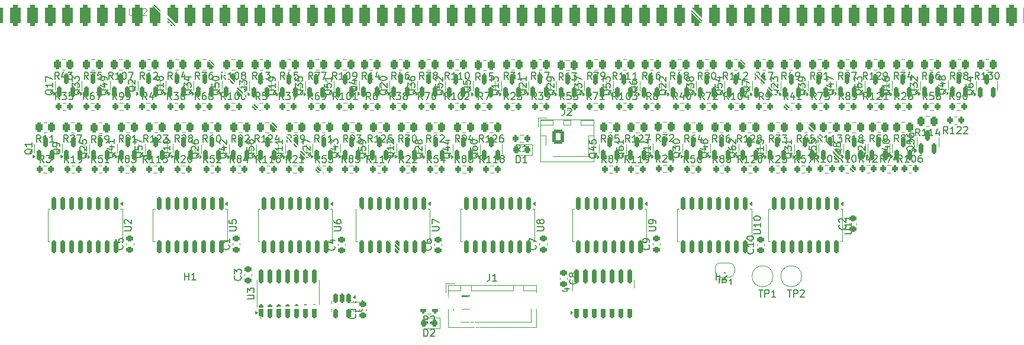
<source format=gbr>
%TF.GenerationSoftware,KiCad,Pcbnew,8.0.2*%
%TF.CreationDate,2024-05-31T12:09:55-04:00*%
%TF.ProjectId,kathodeDriver,6b617468-6f64-4654-9472-697665722e6b,rev?*%
%TF.SameCoordinates,Original*%
%TF.FileFunction,Legend,Top*%
%TF.FilePolarity,Positive*%
%FSLAX46Y46*%
G04 Gerber Fmt 4.6, Leading zero omitted, Abs format (unit mm)*
G04 Created by KiCad (PCBNEW 8.0.2) date 2024-05-31 12:09:55*
%MOMM*%
%LPD*%
G01*
G04 APERTURE LIST*
G04 Aperture macros list*
%AMRoundRect*
0 Rectangle with rounded corners*
0 $1 Rounding radius*
0 $2 $3 $4 $5 $6 $7 $8 $9 X,Y pos of 4 corners*
0 Add a 4 corners polygon primitive as box body*
4,1,4,$2,$3,$4,$5,$6,$7,$8,$9,$2,$3,0*
0 Add four circle primitives for the rounded corners*
1,1,$1+$1,$2,$3*
1,1,$1+$1,$4,$5*
1,1,$1+$1,$6,$7*
1,1,$1+$1,$8,$9*
0 Add four rect primitives between the rounded corners*
20,1,$1+$1,$2,$3,$4,$5,0*
20,1,$1+$1,$4,$5,$6,$7,0*
20,1,$1+$1,$6,$7,$8,$9,0*
20,1,$1+$1,$8,$9,$2,$3,0*%
%AMFreePoly0*
4,1,19,0.500000,-0.750000,0.000000,-0.750000,0.000000,-0.744911,-0.071157,-0.744911,-0.207708,-0.704816,-0.327430,-0.627875,-0.420627,-0.520320,-0.479746,-0.390866,-0.500000,-0.250000,-0.500000,0.250000,-0.479746,0.390866,-0.420627,0.520320,-0.327430,0.627875,-0.207708,0.704816,-0.071157,0.744911,0.000000,0.744911,0.000000,0.750000,0.500000,0.750000,0.500000,-0.750000,0.500000,-0.750000,
$1*%
%AMFreePoly1*
4,1,19,0.000000,0.744911,0.071157,0.744911,0.207708,0.704816,0.327430,0.627875,0.420627,0.520320,0.479746,0.390866,0.500000,0.250000,0.500000,-0.250000,0.479746,-0.390866,0.420627,-0.520320,0.327430,-0.627875,0.207708,-0.704816,0.071157,-0.744911,0.000000,-0.744911,0.000000,-0.750000,-0.500000,-0.750000,-0.500000,0.750000,0.000000,0.750000,0.000000,0.744911,0.000000,0.744911,
$1*%
%AMFreePoly2*
4,1,111,-2.563245,3.679731,-2.180727,3.619146,-1.806637,3.518909,-1.445074,3.380118,-1.100000,3.204294,-0.775195,2.993363,-0.474217,2.749636,-0.200364,2.475783,0.043363,2.174805,0.254294,1.850000,0.430118,1.504926,0.568909,1.143363,0.669146,0.769273,0.729731,0.386755,0.750000,0.000000,0.729731,-0.386755,0.669146,-0.769273,0.568909,-1.143363,0.430118,-1.504926,0.254294,-1.850000,
0.043363,-2.174805,-0.200364,-2.475783,-0.474217,-2.749636,-0.775195,-2.993363,-1.100000,-3.204294,-1.445074,-3.380118,-1.806637,-3.518909,-2.180727,-3.619146,-2.563245,-3.679731,-2.950000,-3.700000,-3.336755,-3.679731,-3.719273,-3.619146,-4.093363,-3.518909,-4.454926,-3.380118,-4.800000,-3.204294,-5.124805,-2.993363,-5.425783,-2.749636,-5.699636,-2.475783,-5.943363,-2.174805,-6.154294,-1.850000,
-6.330118,-1.504926,-6.468909,-1.143363,-6.569146,-0.769273,-6.629731,-0.386755,-6.650000,0.000000,-5.154720,0.000000,-5.135858,-0.287774,-5.079596,-0.570624,-4.986896,-0.843710,-4.859344,-1.102360,-4.699122,-1.342148,-4.508972,-1.558972,-4.292148,-1.749122,-4.052360,-1.909344,-3.793710,-2.036896,-3.520624,-2.129596,-3.237774,-2.185858,-2.950000,-2.204720,-2.662226,-2.185858,-2.379376,-2.129596,
-2.106290,-2.036896,-1.847640,-1.909344,-1.607852,-1.749122,-1.391028,-1.558972,-1.200878,-1.342148,-1.040656,-1.102360,-0.913104,-0.843710,-0.820404,-0.570624,-0.764142,-0.287774,-0.745280,0.000000,-0.764142,0.287774,-0.820404,0.570624,-0.913104,0.843710,-1.040656,1.102360,-1.200878,1.342148,-1.391028,1.558972,-1.607852,1.749122,-1.847640,1.909344,-2.106290,2.036896,-2.379376,2.129596,
-2.662226,2.185858,-2.950000,2.204720,-3.237774,2.185858,-3.520624,2.129596,-3.793710,2.036896,-4.052360,1.909344,-4.292148,1.749122,-4.508972,1.558972,-4.699122,1.342148,-4.859344,1.102360,-4.986896,0.843710,-5.079596,0.570624,-5.135858,0.287774,-5.154720,0.000000,-6.650000,0.000000,-6.629731,0.386755,-6.569146,0.769273,-6.468909,1.143363,-6.330118,1.504926,-6.154294,1.850000,
-5.943363,2.174805,-5.699636,2.475783,-5.425783,2.749636,-5.124805,2.993363,-4.800000,3.204294,-4.454926,3.380118,-4.093363,3.518909,-3.719273,3.619146,-3.336755,3.679731,-2.950000,3.700000,-2.563245,3.679731,-2.563245,3.679731,$1*%
G04 Aperture macros list end*
%ADD10C,0.150000*%
%ADD11C,0.100000*%
%ADD12C,0.120000*%
%ADD13RoundRect,0.150000X0.150000X-0.587500X0.150000X0.587500X-0.150000X0.587500X-0.150000X-0.587500X0*%
%ADD14RoundRect,0.250000X0.262500X0.450000X-0.262500X0.450000X-0.262500X-0.450000X0.262500X-0.450000X0*%
%ADD15RoundRect,0.200000X0.200000X0.275000X-0.200000X0.275000X-0.200000X-0.275000X0.200000X-0.275000X0*%
%ADD16RoundRect,0.200000X-0.200000X-0.275000X0.200000X-0.275000X0.200000X0.275000X-0.200000X0.275000X0*%
%ADD17RoundRect,0.150000X0.150000X-0.825000X0.150000X0.825000X-0.150000X0.825000X-0.150000X-0.825000X0*%
%ADD18RoundRect,0.225000X0.250000X-0.225000X0.250000X0.225000X-0.250000X0.225000X-0.250000X-0.225000X0*%
%ADD19RoundRect,0.150000X-0.150000X0.512500X-0.150000X-0.512500X0.150000X-0.512500X0.150000X0.512500X0*%
%ADD20RoundRect,0.162500X-0.162500X0.750000X-0.162500X-0.750000X0.162500X-0.750000X0.162500X0.750000X0*%
%ADD21FreePoly0,180.000000*%
%ADD22FreePoly1,180.000000*%
%ADD23C,1.200000*%
%ADD24RoundRect,0.250000X-0.600000X-0.750000X0.600000X-0.750000X0.600000X0.750000X-0.600000X0.750000X0*%
%ADD25O,1.700000X2.000000*%
%ADD26RoundRect,0.218750X0.218750X0.256250X-0.218750X0.256250X-0.218750X-0.256250X0.218750X-0.256250X0*%
%ADD27RoundRect,0.250000X-0.600000X-0.725000X0.600000X-0.725000X0.600000X0.725000X-0.600000X0.725000X0*%
%ADD28O,1.700000X1.950000*%
%ADD29C,2.000000*%
%ADD30C,7.000000*%
%ADD31RoundRect,0.375000X0.375000X-1.125000X0.375000X1.125000X-0.375000X1.125000X-0.375000X-1.125000X0*%
%ADD32RoundRect,0.225000X-0.250000X0.225000X-0.250000X-0.225000X0.250000X-0.225000X0.250000X0.225000X0*%
%ADD33C,4.400000*%
%ADD34FreePoly2,0.000000*%
G04 APERTURE END LIST*
D10*
X108250057Y-72571428D02*
X108202438Y-72666666D01*
X108202438Y-72666666D02*
X108107200Y-72761904D01*
X108107200Y-72761904D02*
X107964342Y-72904761D01*
X107964342Y-72904761D02*
X107916723Y-72999999D01*
X107916723Y-72999999D02*
X107916723Y-73095237D01*
X108154819Y-73047618D02*
X108107200Y-73142856D01*
X108107200Y-73142856D02*
X108011961Y-73238094D01*
X108011961Y-73238094D02*
X107821485Y-73285713D01*
X107821485Y-73285713D02*
X107488152Y-73285713D01*
X107488152Y-73285713D02*
X107297676Y-73238094D01*
X107297676Y-73238094D02*
X107202438Y-73142856D01*
X107202438Y-73142856D02*
X107154819Y-73047618D01*
X107154819Y-73047618D02*
X107154819Y-72857142D01*
X107154819Y-72857142D02*
X107202438Y-72761904D01*
X107202438Y-72761904D02*
X107297676Y-72666666D01*
X107297676Y-72666666D02*
X107488152Y-72619047D01*
X107488152Y-72619047D02*
X107821485Y-72619047D01*
X107821485Y-72619047D02*
X108011961Y-72666666D01*
X108011961Y-72666666D02*
X108107200Y-72761904D01*
X108107200Y-72761904D02*
X108154819Y-72857142D01*
X108154819Y-72857142D02*
X108154819Y-73047618D01*
X108154819Y-71666666D02*
X108154819Y-72238094D01*
X108154819Y-71952380D02*
X107154819Y-71952380D01*
X107154819Y-71952380D02*
X107297676Y-72047618D01*
X107297676Y-72047618D02*
X107392914Y-72142856D01*
X107392914Y-72142856D02*
X107440533Y-72238094D01*
X107154819Y-71047618D02*
X107154819Y-70952380D01*
X107154819Y-70952380D02*
X107202438Y-70857142D01*
X107202438Y-70857142D02*
X107250057Y-70809523D01*
X107250057Y-70809523D02*
X107345295Y-70761904D01*
X107345295Y-70761904D02*
X107535771Y-70714285D01*
X107535771Y-70714285D02*
X107773866Y-70714285D01*
X107773866Y-70714285D02*
X107964342Y-70761904D01*
X107964342Y-70761904D02*
X108059580Y-70809523D01*
X108059580Y-70809523D02*
X108107200Y-70857142D01*
X108107200Y-70857142D02*
X108154819Y-70952380D01*
X108154819Y-70952380D02*
X108154819Y-71047618D01*
X108154819Y-71047618D02*
X108107200Y-71142856D01*
X108107200Y-71142856D02*
X108059580Y-71190475D01*
X108059580Y-71190475D02*
X107964342Y-71238094D01*
X107964342Y-71238094D02*
X107773866Y-71285713D01*
X107773866Y-71285713D02*
X107535771Y-71285713D01*
X107535771Y-71285713D02*
X107345295Y-71238094D01*
X107345295Y-71238094D02*
X107250057Y-71190475D01*
X107250057Y-71190475D02*
X107202438Y-71142856D01*
X107202438Y-71142856D02*
X107154819Y-71047618D01*
X145457142Y-71104819D02*
X145123809Y-70628628D01*
X144885714Y-71104819D02*
X144885714Y-70104819D01*
X144885714Y-70104819D02*
X145266666Y-70104819D01*
X145266666Y-70104819D02*
X145361904Y-70152438D01*
X145361904Y-70152438D02*
X145409523Y-70200057D01*
X145409523Y-70200057D02*
X145457142Y-70295295D01*
X145457142Y-70295295D02*
X145457142Y-70438152D01*
X145457142Y-70438152D02*
X145409523Y-70533390D01*
X145409523Y-70533390D02*
X145361904Y-70581009D01*
X145361904Y-70581009D02*
X145266666Y-70628628D01*
X145266666Y-70628628D02*
X144885714Y-70628628D01*
X146314285Y-70104819D02*
X146123809Y-70104819D01*
X146123809Y-70104819D02*
X146028571Y-70152438D01*
X146028571Y-70152438D02*
X145980952Y-70200057D01*
X145980952Y-70200057D02*
X145885714Y-70342914D01*
X145885714Y-70342914D02*
X145838095Y-70533390D01*
X145838095Y-70533390D02*
X145838095Y-70914342D01*
X145838095Y-70914342D02*
X145885714Y-71009580D01*
X145885714Y-71009580D02*
X145933333Y-71057200D01*
X145933333Y-71057200D02*
X146028571Y-71104819D01*
X146028571Y-71104819D02*
X146219047Y-71104819D01*
X146219047Y-71104819D02*
X146314285Y-71057200D01*
X146314285Y-71057200D02*
X146361904Y-71009580D01*
X146361904Y-71009580D02*
X146409523Y-70914342D01*
X146409523Y-70914342D02*
X146409523Y-70676247D01*
X146409523Y-70676247D02*
X146361904Y-70581009D01*
X146361904Y-70581009D02*
X146314285Y-70533390D01*
X146314285Y-70533390D02*
X146219047Y-70485771D01*
X146219047Y-70485771D02*
X146028571Y-70485771D01*
X146028571Y-70485771D02*
X145933333Y-70533390D01*
X145933333Y-70533390D02*
X145885714Y-70581009D01*
X145885714Y-70581009D02*
X145838095Y-70676247D01*
X146790476Y-70200057D02*
X146838095Y-70152438D01*
X146838095Y-70152438D02*
X146933333Y-70104819D01*
X146933333Y-70104819D02*
X147171428Y-70104819D01*
X147171428Y-70104819D02*
X147266666Y-70152438D01*
X147266666Y-70152438D02*
X147314285Y-70200057D01*
X147314285Y-70200057D02*
X147361904Y-70295295D01*
X147361904Y-70295295D02*
X147361904Y-70390533D01*
X147361904Y-70390533D02*
X147314285Y-70533390D01*
X147314285Y-70533390D02*
X146742857Y-71104819D01*
X146742857Y-71104819D02*
X147361904Y-71104819D01*
X158233333Y-72484819D02*
X157900000Y-72008628D01*
X157661905Y-72484819D02*
X157661905Y-71484819D01*
X157661905Y-71484819D02*
X158042857Y-71484819D01*
X158042857Y-71484819D02*
X158138095Y-71532438D01*
X158138095Y-71532438D02*
X158185714Y-71580057D01*
X158185714Y-71580057D02*
X158233333Y-71675295D01*
X158233333Y-71675295D02*
X158233333Y-71818152D01*
X158233333Y-71818152D02*
X158185714Y-71913390D01*
X158185714Y-71913390D02*
X158138095Y-71961009D01*
X158138095Y-71961009D02*
X158042857Y-72008628D01*
X158042857Y-72008628D02*
X157661905Y-72008628D01*
X159185714Y-72484819D02*
X158614286Y-72484819D01*
X158900000Y-72484819D02*
X158900000Y-71484819D01*
X158900000Y-71484819D02*
X158804762Y-71627676D01*
X158804762Y-71627676D02*
X158709524Y-71722914D01*
X158709524Y-71722914D02*
X158614286Y-71770533D01*
X163150057Y-63633928D02*
X163102438Y-63729166D01*
X163102438Y-63729166D02*
X163007200Y-63824404D01*
X163007200Y-63824404D02*
X162864342Y-63967261D01*
X162864342Y-63967261D02*
X162816723Y-64062499D01*
X162816723Y-64062499D02*
X162816723Y-64157737D01*
X163054819Y-64110118D02*
X163007200Y-64205356D01*
X163007200Y-64205356D02*
X162911961Y-64300594D01*
X162911961Y-64300594D02*
X162721485Y-64348213D01*
X162721485Y-64348213D02*
X162388152Y-64348213D01*
X162388152Y-64348213D02*
X162197676Y-64300594D01*
X162197676Y-64300594D02*
X162102438Y-64205356D01*
X162102438Y-64205356D02*
X162054819Y-64110118D01*
X162054819Y-64110118D02*
X162054819Y-63919642D01*
X162054819Y-63919642D02*
X162102438Y-63824404D01*
X162102438Y-63824404D02*
X162197676Y-63729166D01*
X162197676Y-63729166D02*
X162388152Y-63681547D01*
X162388152Y-63681547D02*
X162721485Y-63681547D01*
X162721485Y-63681547D02*
X162911961Y-63729166D01*
X162911961Y-63729166D02*
X163007200Y-63824404D01*
X163007200Y-63824404D02*
X163054819Y-63919642D01*
X163054819Y-63919642D02*
X163054819Y-64110118D01*
X162150057Y-63300594D02*
X162102438Y-63252975D01*
X162102438Y-63252975D02*
X162054819Y-63157737D01*
X162054819Y-63157737D02*
X162054819Y-62919642D01*
X162054819Y-62919642D02*
X162102438Y-62824404D01*
X162102438Y-62824404D02*
X162150057Y-62776785D01*
X162150057Y-62776785D02*
X162245295Y-62729166D01*
X162245295Y-62729166D02*
X162340533Y-62729166D01*
X162340533Y-62729166D02*
X162483390Y-62776785D01*
X162483390Y-62776785D02*
X163054819Y-63348213D01*
X163054819Y-63348213D02*
X163054819Y-62729166D01*
X163054819Y-62252975D02*
X163054819Y-62062499D01*
X163054819Y-62062499D02*
X163007200Y-61967261D01*
X163007200Y-61967261D02*
X162959580Y-61919642D01*
X162959580Y-61919642D02*
X162816723Y-61824404D01*
X162816723Y-61824404D02*
X162626247Y-61776785D01*
X162626247Y-61776785D02*
X162245295Y-61776785D01*
X162245295Y-61776785D02*
X162150057Y-61824404D01*
X162150057Y-61824404D02*
X162102438Y-61872023D01*
X162102438Y-61872023D02*
X162054819Y-61967261D01*
X162054819Y-61967261D02*
X162054819Y-62157737D01*
X162054819Y-62157737D02*
X162102438Y-62252975D01*
X162102438Y-62252975D02*
X162150057Y-62300594D01*
X162150057Y-62300594D02*
X162245295Y-62348213D01*
X162245295Y-62348213D02*
X162483390Y-62348213D01*
X162483390Y-62348213D02*
X162578628Y-62300594D01*
X162578628Y-62300594D02*
X162626247Y-62252975D01*
X162626247Y-62252975D02*
X162673866Y-62157737D01*
X162673866Y-62157737D02*
X162673866Y-61967261D01*
X162673866Y-61967261D02*
X162626247Y-61872023D01*
X162626247Y-61872023D02*
X162578628Y-61824404D01*
X162578628Y-61824404D02*
X162483390Y-61776785D01*
X196532142Y-65024819D02*
X196198809Y-64548628D01*
X195960714Y-65024819D02*
X195960714Y-64024819D01*
X195960714Y-64024819D02*
X196341666Y-64024819D01*
X196341666Y-64024819D02*
X196436904Y-64072438D01*
X196436904Y-64072438D02*
X196484523Y-64120057D01*
X196484523Y-64120057D02*
X196532142Y-64215295D01*
X196532142Y-64215295D02*
X196532142Y-64358152D01*
X196532142Y-64358152D02*
X196484523Y-64453390D01*
X196484523Y-64453390D02*
X196436904Y-64501009D01*
X196436904Y-64501009D02*
X196341666Y-64548628D01*
X196341666Y-64548628D02*
X195960714Y-64548628D01*
X197389285Y-64358152D02*
X197389285Y-65024819D01*
X197151190Y-63977200D02*
X196913095Y-64691485D01*
X196913095Y-64691485D02*
X197532142Y-64691485D01*
X198436904Y-65024819D02*
X197865476Y-65024819D01*
X198151190Y-65024819D02*
X198151190Y-64024819D01*
X198151190Y-64024819D02*
X198055952Y-64167676D01*
X198055952Y-64167676D02*
X197960714Y-64262914D01*
X197960714Y-64262914D02*
X197865476Y-64310533D01*
X178269642Y-71031338D02*
X177936309Y-70555147D01*
X177698214Y-71031338D02*
X177698214Y-70031338D01*
X177698214Y-70031338D02*
X178079166Y-70031338D01*
X178079166Y-70031338D02*
X178174404Y-70078957D01*
X178174404Y-70078957D02*
X178222023Y-70126576D01*
X178222023Y-70126576D02*
X178269642Y-70221814D01*
X178269642Y-70221814D02*
X178269642Y-70364671D01*
X178269642Y-70364671D02*
X178222023Y-70459909D01*
X178222023Y-70459909D02*
X178174404Y-70507528D01*
X178174404Y-70507528D02*
X178079166Y-70555147D01*
X178079166Y-70555147D02*
X177698214Y-70555147D01*
X178602976Y-70031338D02*
X179222023Y-70031338D01*
X179222023Y-70031338D02*
X178888690Y-70412290D01*
X178888690Y-70412290D02*
X179031547Y-70412290D01*
X179031547Y-70412290D02*
X179126785Y-70459909D01*
X179126785Y-70459909D02*
X179174404Y-70507528D01*
X179174404Y-70507528D02*
X179222023Y-70602766D01*
X179222023Y-70602766D02*
X179222023Y-70840861D01*
X179222023Y-70840861D02*
X179174404Y-70936099D01*
X179174404Y-70936099D02*
X179126785Y-70983719D01*
X179126785Y-70983719D02*
X179031547Y-71031338D01*
X179031547Y-71031338D02*
X178745833Y-71031338D01*
X178745833Y-71031338D02*
X178650595Y-70983719D01*
X178650595Y-70983719D02*
X178602976Y-70936099D01*
X179602976Y-70126576D02*
X179650595Y-70078957D01*
X179650595Y-70078957D02*
X179745833Y-70031338D01*
X179745833Y-70031338D02*
X179983928Y-70031338D01*
X179983928Y-70031338D02*
X180079166Y-70078957D01*
X180079166Y-70078957D02*
X180126785Y-70126576D01*
X180126785Y-70126576D02*
X180174404Y-70221814D01*
X180174404Y-70221814D02*
X180174404Y-70317052D01*
X180174404Y-70317052D02*
X180126785Y-70459909D01*
X180126785Y-70459909D02*
X179555357Y-71031338D01*
X179555357Y-71031338D02*
X180174404Y-71031338D01*
X220257142Y-65024819D02*
X219923809Y-64548628D01*
X219685714Y-65024819D02*
X219685714Y-64024819D01*
X219685714Y-64024819D02*
X220066666Y-64024819D01*
X220066666Y-64024819D02*
X220161904Y-64072438D01*
X220161904Y-64072438D02*
X220209523Y-64120057D01*
X220209523Y-64120057D02*
X220257142Y-64215295D01*
X220257142Y-64215295D02*
X220257142Y-64358152D01*
X220257142Y-64358152D02*
X220209523Y-64453390D01*
X220209523Y-64453390D02*
X220161904Y-64501009D01*
X220161904Y-64501009D02*
X220066666Y-64548628D01*
X220066666Y-64548628D02*
X219685714Y-64548628D01*
X220733333Y-65024819D02*
X220923809Y-65024819D01*
X220923809Y-65024819D02*
X221019047Y-64977200D01*
X221019047Y-64977200D02*
X221066666Y-64929580D01*
X221066666Y-64929580D02*
X221161904Y-64786723D01*
X221161904Y-64786723D02*
X221209523Y-64596247D01*
X221209523Y-64596247D02*
X221209523Y-64215295D01*
X221209523Y-64215295D02*
X221161904Y-64120057D01*
X221161904Y-64120057D02*
X221114285Y-64072438D01*
X221114285Y-64072438D02*
X221019047Y-64024819D01*
X221019047Y-64024819D02*
X220828571Y-64024819D01*
X220828571Y-64024819D02*
X220733333Y-64072438D01*
X220733333Y-64072438D02*
X220685714Y-64120057D01*
X220685714Y-64120057D02*
X220638095Y-64215295D01*
X220638095Y-64215295D02*
X220638095Y-64453390D01*
X220638095Y-64453390D02*
X220685714Y-64548628D01*
X220685714Y-64548628D02*
X220733333Y-64596247D01*
X220733333Y-64596247D02*
X220828571Y-64643866D01*
X220828571Y-64643866D02*
X221019047Y-64643866D01*
X221019047Y-64643866D02*
X221114285Y-64596247D01*
X221114285Y-64596247D02*
X221161904Y-64548628D01*
X221161904Y-64548628D02*
X221209523Y-64453390D01*
X221828571Y-64024819D02*
X221923809Y-64024819D01*
X221923809Y-64024819D02*
X222019047Y-64072438D01*
X222019047Y-64072438D02*
X222066666Y-64120057D01*
X222066666Y-64120057D02*
X222114285Y-64215295D01*
X222114285Y-64215295D02*
X222161904Y-64405771D01*
X222161904Y-64405771D02*
X222161904Y-64643866D01*
X222161904Y-64643866D02*
X222114285Y-64834342D01*
X222114285Y-64834342D02*
X222066666Y-64929580D01*
X222066666Y-64929580D02*
X222019047Y-64977200D01*
X222019047Y-64977200D02*
X221923809Y-65024819D01*
X221923809Y-65024819D02*
X221828571Y-65024819D01*
X221828571Y-65024819D02*
X221733333Y-64977200D01*
X221733333Y-64977200D02*
X221685714Y-64929580D01*
X221685714Y-64929580D02*
X221638095Y-64834342D01*
X221638095Y-64834342D02*
X221590476Y-64643866D01*
X221590476Y-64643866D02*
X221590476Y-64405771D01*
X221590476Y-64405771D02*
X221638095Y-64215295D01*
X221638095Y-64215295D02*
X221685714Y-64120057D01*
X221685714Y-64120057D02*
X221733333Y-64072438D01*
X221733333Y-64072438D02*
X221828571Y-64024819D01*
X128544642Y-62104819D02*
X128211309Y-61628628D01*
X127973214Y-62104819D02*
X127973214Y-61104819D01*
X127973214Y-61104819D02*
X128354166Y-61104819D01*
X128354166Y-61104819D02*
X128449404Y-61152438D01*
X128449404Y-61152438D02*
X128497023Y-61200057D01*
X128497023Y-61200057D02*
X128544642Y-61295295D01*
X128544642Y-61295295D02*
X128544642Y-61438152D01*
X128544642Y-61438152D02*
X128497023Y-61533390D01*
X128497023Y-61533390D02*
X128449404Y-61581009D01*
X128449404Y-61581009D02*
X128354166Y-61628628D01*
X128354166Y-61628628D02*
X127973214Y-61628628D01*
X128877976Y-61104819D02*
X129544642Y-61104819D01*
X129544642Y-61104819D02*
X129116071Y-62104819D01*
X129830357Y-61104819D02*
X130497023Y-61104819D01*
X130497023Y-61104819D02*
X130068452Y-62104819D01*
X192444642Y-62104819D02*
X192111309Y-61628628D01*
X191873214Y-62104819D02*
X191873214Y-61104819D01*
X191873214Y-61104819D02*
X192254166Y-61104819D01*
X192254166Y-61104819D02*
X192349404Y-61152438D01*
X192349404Y-61152438D02*
X192397023Y-61200057D01*
X192397023Y-61200057D02*
X192444642Y-61295295D01*
X192444642Y-61295295D02*
X192444642Y-61438152D01*
X192444642Y-61438152D02*
X192397023Y-61533390D01*
X192397023Y-61533390D02*
X192349404Y-61581009D01*
X192349404Y-61581009D02*
X192254166Y-61628628D01*
X192254166Y-61628628D02*
X191873214Y-61628628D01*
X193397023Y-62104819D02*
X192825595Y-62104819D01*
X193111309Y-62104819D02*
X193111309Y-61104819D01*
X193111309Y-61104819D02*
X193016071Y-61247676D01*
X193016071Y-61247676D02*
X192920833Y-61342914D01*
X192920833Y-61342914D02*
X192825595Y-61390533D01*
X193730357Y-61104819D02*
X194397023Y-61104819D01*
X194397023Y-61104819D02*
X193968452Y-62104819D01*
X182257142Y-74024819D02*
X181923809Y-73548628D01*
X181685714Y-74024819D02*
X181685714Y-73024819D01*
X181685714Y-73024819D02*
X182066666Y-73024819D01*
X182066666Y-73024819D02*
X182161904Y-73072438D01*
X182161904Y-73072438D02*
X182209523Y-73120057D01*
X182209523Y-73120057D02*
X182257142Y-73215295D01*
X182257142Y-73215295D02*
X182257142Y-73358152D01*
X182257142Y-73358152D02*
X182209523Y-73453390D01*
X182209523Y-73453390D02*
X182161904Y-73501009D01*
X182161904Y-73501009D02*
X182066666Y-73548628D01*
X182066666Y-73548628D02*
X181685714Y-73548628D01*
X183161904Y-73024819D02*
X182685714Y-73024819D01*
X182685714Y-73024819D02*
X182638095Y-73501009D01*
X182638095Y-73501009D02*
X182685714Y-73453390D01*
X182685714Y-73453390D02*
X182780952Y-73405771D01*
X182780952Y-73405771D02*
X183019047Y-73405771D01*
X183019047Y-73405771D02*
X183114285Y-73453390D01*
X183114285Y-73453390D02*
X183161904Y-73501009D01*
X183161904Y-73501009D02*
X183209523Y-73596247D01*
X183209523Y-73596247D02*
X183209523Y-73834342D01*
X183209523Y-73834342D02*
X183161904Y-73929580D01*
X183161904Y-73929580D02*
X183114285Y-73977200D01*
X183114285Y-73977200D02*
X183019047Y-74024819D01*
X183019047Y-74024819D02*
X182780952Y-74024819D01*
X182780952Y-74024819D02*
X182685714Y-73977200D01*
X182685714Y-73977200D02*
X182638095Y-73929580D01*
X184066666Y-73024819D02*
X183876190Y-73024819D01*
X183876190Y-73024819D02*
X183780952Y-73072438D01*
X183780952Y-73072438D02*
X183733333Y-73120057D01*
X183733333Y-73120057D02*
X183638095Y-73262914D01*
X183638095Y-73262914D02*
X183590476Y-73453390D01*
X183590476Y-73453390D02*
X183590476Y-73834342D01*
X183590476Y-73834342D02*
X183638095Y-73929580D01*
X183638095Y-73929580D02*
X183685714Y-73977200D01*
X183685714Y-73977200D02*
X183780952Y-74024819D01*
X183780952Y-74024819D02*
X183971428Y-74024819D01*
X183971428Y-74024819D02*
X184066666Y-73977200D01*
X184066666Y-73977200D02*
X184114285Y-73929580D01*
X184114285Y-73929580D02*
X184161904Y-73834342D01*
X184161904Y-73834342D02*
X184161904Y-73596247D01*
X184161904Y-73596247D02*
X184114285Y-73501009D01*
X184114285Y-73501009D02*
X184066666Y-73453390D01*
X184066666Y-73453390D02*
X183971428Y-73405771D01*
X183971428Y-73405771D02*
X183780952Y-73405771D01*
X183780952Y-73405771D02*
X183685714Y-73453390D01*
X183685714Y-73453390D02*
X183638095Y-73501009D01*
X183638095Y-73501009D02*
X183590476Y-73596247D01*
X93544642Y-71104819D02*
X93211309Y-70628628D01*
X92973214Y-71104819D02*
X92973214Y-70104819D01*
X92973214Y-70104819D02*
X93354166Y-70104819D01*
X93354166Y-70104819D02*
X93449404Y-70152438D01*
X93449404Y-70152438D02*
X93497023Y-70200057D01*
X93497023Y-70200057D02*
X93544642Y-70295295D01*
X93544642Y-70295295D02*
X93544642Y-70438152D01*
X93544642Y-70438152D02*
X93497023Y-70533390D01*
X93497023Y-70533390D02*
X93449404Y-70581009D01*
X93449404Y-70581009D02*
X93354166Y-70628628D01*
X93354166Y-70628628D02*
X92973214Y-70628628D01*
X93925595Y-70200057D02*
X93973214Y-70152438D01*
X93973214Y-70152438D02*
X94068452Y-70104819D01*
X94068452Y-70104819D02*
X94306547Y-70104819D01*
X94306547Y-70104819D02*
X94401785Y-70152438D01*
X94401785Y-70152438D02*
X94449404Y-70200057D01*
X94449404Y-70200057D02*
X94497023Y-70295295D01*
X94497023Y-70295295D02*
X94497023Y-70390533D01*
X94497023Y-70390533D02*
X94449404Y-70533390D01*
X94449404Y-70533390D02*
X93877976Y-71104819D01*
X93877976Y-71104819D02*
X94497023Y-71104819D01*
X94830357Y-70104819D02*
X95497023Y-70104819D01*
X95497023Y-70104819D02*
X95068452Y-71104819D01*
X164274819Y-93561904D02*
X165084342Y-93561904D01*
X165084342Y-93561904D02*
X165179580Y-93514285D01*
X165179580Y-93514285D02*
X165227200Y-93466666D01*
X165227200Y-93466666D02*
X165274819Y-93371428D01*
X165274819Y-93371428D02*
X165274819Y-93180952D01*
X165274819Y-93180952D02*
X165227200Y-93085714D01*
X165227200Y-93085714D02*
X165179580Y-93038095D01*
X165179580Y-93038095D02*
X165084342Y-92990476D01*
X165084342Y-92990476D02*
X164274819Y-92990476D01*
X164608152Y-92085714D02*
X165274819Y-92085714D01*
X164227200Y-92323809D02*
X164941485Y-92561904D01*
X164941485Y-92561904D02*
X164941485Y-91942857D01*
X93632142Y-74024819D02*
X93298809Y-73548628D01*
X93060714Y-74024819D02*
X93060714Y-73024819D01*
X93060714Y-73024819D02*
X93441666Y-73024819D01*
X93441666Y-73024819D02*
X93536904Y-73072438D01*
X93536904Y-73072438D02*
X93584523Y-73120057D01*
X93584523Y-73120057D02*
X93632142Y-73215295D01*
X93632142Y-73215295D02*
X93632142Y-73358152D01*
X93632142Y-73358152D02*
X93584523Y-73453390D01*
X93584523Y-73453390D02*
X93536904Y-73501009D01*
X93536904Y-73501009D02*
X93441666Y-73548628D01*
X93441666Y-73548628D02*
X93060714Y-73548628D01*
X94584523Y-74024819D02*
X94013095Y-74024819D01*
X94298809Y-74024819D02*
X94298809Y-73024819D01*
X94298809Y-73024819D02*
X94203571Y-73167676D01*
X94203571Y-73167676D02*
X94108333Y-73262914D01*
X94108333Y-73262914D02*
X94013095Y-73310533D01*
X95060714Y-74024819D02*
X95251190Y-74024819D01*
X95251190Y-74024819D02*
X95346428Y-73977200D01*
X95346428Y-73977200D02*
X95394047Y-73929580D01*
X95394047Y-73929580D02*
X95489285Y-73786723D01*
X95489285Y-73786723D02*
X95536904Y-73596247D01*
X95536904Y-73596247D02*
X95536904Y-73215295D01*
X95536904Y-73215295D02*
X95489285Y-73120057D01*
X95489285Y-73120057D02*
X95441666Y-73072438D01*
X95441666Y-73072438D02*
X95346428Y-73024819D01*
X95346428Y-73024819D02*
X95155952Y-73024819D01*
X95155952Y-73024819D02*
X95060714Y-73072438D01*
X95060714Y-73072438D02*
X95013095Y-73120057D01*
X95013095Y-73120057D02*
X94965476Y-73215295D01*
X94965476Y-73215295D02*
X94965476Y-73453390D01*
X94965476Y-73453390D02*
X95013095Y-73548628D01*
X95013095Y-73548628D02*
X95060714Y-73596247D01*
X95060714Y-73596247D02*
X95155952Y-73643866D01*
X95155952Y-73643866D02*
X95346428Y-73643866D01*
X95346428Y-73643866D02*
X95441666Y-73596247D01*
X95441666Y-73596247D02*
X95489285Y-73548628D01*
X95489285Y-73548628D02*
X95536904Y-73453390D01*
X137068452Y-71104819D02*
X136735119Y-70628628D01*
X136497024Y-71104819D02*
X136497024Y-70104819D01*
X136497024Y-70104819D02*
X136877976Y-70104819D01*
X136877976Y-70104819D02*
X136973214Y-70152438D01*
X136973214Y-70152438D02*
X137020833Y-70200057D01*
X137020833Y-70200057D02*
X137068452Y-70295295D01*
X137068452Y-70295295D02*
X137068452Y-70438152D01*
X137068452Y-70438152D02*
X137020833Y-70533390D01*
X137020833Y-70533390D02*
X136973214Y-70581009D01*
X136973214Y-70581009D02*
X136877976Y-70628628D01*
X136877976Y-70628628D02*
X136497024Y-70628628D01*
X138020833Y-71104819D02*
X137449405Y-71104819D01*
X137735119Y-71104819D02*
X137735119Y-70104819D01*
X137735119Y-70104819D02*
X137639881Y-70247676D01*
X137639881Y-70247676D02*
X137544643Y-70342914D01*
X137544643Y-70342914D02*
X137449405Y-70390533D01*
X138401786Y-70200057D02*
X138449405Y-70152438D01*
X138449405Y-70152438D02*
X138544643Y-70104819D01*
X138544643Y-70104819D02*
X138782738Y-70104819D01*
X138782738Y-70104819D02*
X138877976Y-70152438D01*
X138877976Y-70152438D02*
X138925595Y-70200057D01*
X138925595Y-70200057D02*
X138973214Y-70295295D01*
X138973214Y-70295295D02*
X138973214Y-70390533D01*
X138973214Y-70390533D02*
X138925595Y-70533390D01*
X138925595Y-70533390D02*
X138354167Y-71104819D01*
X138354167Y-71104819D02*
X138973214Y-71104819D01*
X139877976Y-70104819D02*
X139401786Y-70104819D01*
X139401786Y-70104819D02*
X139354167Y-70581009D01*
X139354167Y-70581009D02*
X139401786Y-70533390D01*
X139401786Y-70533390D02*
X139497024Y-70485771D01*
X139497024Y-70485771D02*
X139735119Y-70485771D01*
X139735119Y-70485771D02*
X139830357Y-70533390D01*
X139830357Y-70533390D02*
X139877976Y-70581009D01*
X139877976Y-70581009D02*
X139925595Y-70676247D01*
X139925595Y-70676247D02*
X139925595Y-70914342D01*
X139925595Y-70914342D02*
X139877976Y-71009580D01*
X139877976Y-71009580D02*
X139830357Y-71057200D01*
X139830357Y-71057200D02*
X139735119Y-71104819D01*
X139735119Y-71104819D02*
X139497024Y-71104819D01*
X139497024Y-71104819D02*
X139401786Y-71057200D01*
X139401786Y-71057200D02*
X139354167Y-71009580D01*
X183100057Y-63633928D02*
X183052438Y-63729166D01*
X183052438Y-63729166D02*
X182957200Y-63824404D01*
X182957200Y-63824404D02*
X182814342Y-63967261D01*
X182814342Y-63967261D02*
X182766723Y-64062499D01*
X182766723Y-64062499D02*
X182766723Y-64157737D01*
X183004819Y-64110118D02*
X182957200Y-64205356D01*
X182957200Y-64205356D02*
X182861961Y-64300594D01*
X182861961Y-64300594D02*
X182671485Y-64348213D01*
X182671485Y-64348213D02*
X182338152Y-64348213D01*
X182338152Y-64348213D02*
X182147676Y-64300594D01*
X182147676Y-64300594D02*
X182052438Y-64205356D01*
X182052438Y-64205356D02*
X182004819Y-64110118D01*
X182004819Y-64110118D02*
X182004819Y-63919642D01*
X182004819Y-63919642D02*
X182052438Y-63824404D01*
X182052438Y-63824404D02*
X182147676Y-63729166D01*
X182147676Y-63729166D02*
X182338152Y-63681547D01*
X182338152Y-63681547D02*
X182671485Y-63681547D01*
X182671485Y-63681547D02*
X182861961Y-63729166D01*
X182861961Y-63729166D02*
X182957200Y-63824404D01*
X182957200Y-63824404D02*
X183004819Y-63919642D01*
X183004819Y-63919642D02*
X183004819Y-64110118D01*
X182004819Y-63348213D02*
X182004819Y-62729166D01*
X182004819Y-62729166D02*
X182385771Y-63062499D01*
X182385771Y-63062499D02*
X182385771Y-62919642D01*
X182385771Y-62919642D02*
X182433390Y-62824404D01*
X182433390Y-62824404D02*
X182481009Y-62776785D01*
X182481009Y-62776785D02*
X182576247Y-62729166D01*
X182576247Y-62729166D02*
X182814342Y-62729166D01*
X182814342Y-62729166D02*
X182909580Y-62776785D01*
X182909580Y-62776785D02*
X182957200Y-62824404D01*
X182957200Y-62824404D02*
X183004819Y-62919642D01*
X183004819Y-62919642D02*
X183004819Y-63205356D01*
X183004819Y-63205356D02*
X182957200Y-63300594D01*
X182957200Y-63300594D02*
X182909580Y-63348213D01*
X182433390Y-62157737D02*
X182385771Y-62252975D01*
X182385771Y-62252975D02*
X182338152Y-62300594D01*
X182338152Y-62300594D02*
X182242914Y-62348213D01*
X182242914Y-62348213D02*
X182195295Y-62348213D01*
X182195295Y-62348213D02*
X182100057Y-62300594D01*
X182100057Y-62300594D02*
X182052438Y-62252975D01*
X182052438Y-62252975D02*
X182004819Y-62157737D01*
X182004819Y-62157737D02*
X182004819Y-61967261D01*
X182004819Y-61967261D02*
X182052438Y-61872023D01*
X182052438Y-61872023D02*
X182100057Y-61824404D01*
X182100057Y-61824404D02*
X182195295Y-61776785D01*
X182195295Y-61776785D02*
X182242914Y-61776785D01*
X182242914Y-61776785D02*
X182338152Y-61824404D01*
X182338152Y-61824404D02*
X182385771Y-61872023D01*
X182385771Y-61872023D02*
X182433390Y-61967261D01*
X182433390Y-61967261D02*
X182433390Y-62157737D01*
X182433390Y-62157737D02*
X182481009Y-62252975D01*
X182481009Y-62252975D02*
X182528628Y-62300594D01*
X182528628Y-62300594D02*
X182623866Y-62348213D01*
X182623866Y-62348213D02*
X182814342Y-62348213D01*
X182814342Y-62348213D02*
X182909580Y-62300594D01*
X182909580Y-62300594D02*
X182957200Y-62252975D01*
X182957200Y-62252975D02*
X183004819Y-62157737D01*
X183004819Y-62157737D02*
X183004819Y-61967261D01*
X183004819Y-61967261D02*
X182957200Y-61872023D01*
X182957200Y-61872023D02*
X182909580Y-61824404D01*
X182909580Y-61824404D02*
X182814342Y-61776785D01*
X182814342Y-61776785D02*
X182623866Y-61776785D01*
X182623866Y-61776785D02*
X182528628Y-61824404D01*
X182528628Y-61824404D02*
X182481009Y-61872023D01*
X182481009Y-61872023D02*
X182433390Y-61967261D01*
X109457142Y-71104819D02*
X109123809Y-70628628D01*
X108885714Y-71104819D02*
X108885714Y-70104819D01*
X108885714Y-70104819D02*
X109266666Y-70104819D01*
X109266666Y-70104819D02*
X109361904Y-70152438D01*
X109361904Y-70152438D02*
X109409523Y-70200057D01*
X109409523Y-70200057D02*
X109457142Y-70295295D01*
X109457142Y-70295295D02*
X109457142Y-70438152D01*
X109457142Y-70438152D02*
X109409523Y-70533390D01*
X109409523Y-70533390D02*
X109361904Y-70581009D01*
X109361904Y-70581009D02*
X109266666Y-70628628D01*
X109266666Y-70628628D02*
X108885714Y-70628628D01*
X109838095Y-70200057D02*
X109885714Y-70152438D01*
X109885714Y-70152438D02*
X109980952Y-70104819D01*
X109980952Y-70104819D02*
X110219047Y-70104819D01*
X110219047Y-70104819D02*
X110314285Y-70152438D01*
X110314285Y-70152438D02*
X110361904Y-70200057D01*
X110361904Y-70200057D02*
X110409523Y-70295295D01*
X110409523Y-70295295D02*
X110409523Y-70390533D01*
X110409523Y-70390533D02*
X110361904Y-70533390D01*
X110361904Y-70533390D02*
X109790476Y-71104819D01*
X109790476Y-71104819D02*
X110409523Y-71104819D01*
X110980952Y-70533390D02*
X110885714Y-70485771D01*
X110885714Y-70485771D02*
X110838095Y-70438152D01*
X110838095Y-70438152D02*
X110790476Y-70342914D01*
X110790476Y-70342914D02*
X110790476Y-70295295D01*
X110790476Y-70295295D02*
X110838095Y-70200057D01*
X110838095Y-70200057D02*
X110885714Y-70152438D01*
X110885714Y-70152438D02*
X110980952Y-70104819D01*
X110980952Y-70104819D02*
X111171428Y-70104819D01*
X111171428Y-70104819D02*
X111266666Y-70152438D01*
X111266666Y-70152438D02*
X111314285Y-70200057D01*
X111314285Y-70200057D02*
X111361904Y-70295295D01*
X111361904Y-70295295D02*
X111361904Y-70342914D01*
X111361904Y-70342914D02*
X111314285Y-70438152D01*
X111314285Y-70438152D02*
X111266666Y-70485771D01*
X111266666Y-70485771D02*
X111171428Y-70533390D01*
X111171428Y-70533390D02*
X110980952Y-70533390D01*
X110980952Y-70533390D02*
X110885714Y-70581009D01*
X110885714Y-70581009D02*
X110838095Y-70628628D01*
X110838095Y-70628628D02*
X110790476Y-70723866D01*
X110790476Y-70723866D02*
X110790476Y-70914342D01*
X110790476Y-70914342D02*
X110838095Y-71009580D01*
X110838095Y-71009580D02*
X110885714Y-71057200D01*
X110885714Y-71057200D02*
X110980952Y-71104819D01*
X110980952Y-71104819D02*
X111171428Y-71104819D01*
X111171428Y-71104819D02*
X111266666Y-71057200D01*
X111266666Y-71057200D02*
X111314285Y-71009580D01*
X111314285Y-71009580D02*
X111361904Y-70914342D01*
X111361904Y-70914342D02*
X111361904Y-70723866D01*
X111361904Y-70723866D02*
X111314285Y-70628628D01*
X111314285Y-70628628D02*
X111266666Y-70581009D01*
X111266666Y-70581009D02*
X111171428Y-70533390D01*
X118229580Y-90266666D02*
X118277200Y-90314285D01*
X118277200Y-90314285D02*
X118324819Y-90457142D01*
X118324819Y-90457142D02*
X118324819Y-90552380D01*
X118324819Y-90552380D02*
X118277200Y-90695237D01*
X118277200Y-90695237D02*
X118181961Y-90790475D01*
X118181961Y-90790475D02*
X118086723Y-90838094D01*
X118086723Y-90838094D02*
X117896247Y-90885713D01*
X117896247Y-90885713D02*
X117753390Y-90885713D01*
X117753390Y-90885713D02*
X117562914Y-90838094D01*
X117562914Y-90838094D02*
X117467676Y-90790475D01*
X117467676Y-90790475D02*
X117372438Y-90695237D01*
X117372438Y-90695237D02*
X117324819Y-90552380D01*
X117324819Y-90552380D02*
X117324819Y-90457142D01*
X117324819Y-90457142D02*
X117372438Y-90314285D01*
X117372438Y-90314285D02*
X117420057Y-90266666D01*
X117324819Y-89933332D02*
X117324819Y-89314285D01*
X117324819Y-89314285D02*
X117705771Y-89647618D01*
X117705771Y-89647618D02*
X117705771Y-89504761D01*
X117705771Y-89504761D02*
X117753390Y-89409523D01*
X117753390Y-89409523D02*
X117801009Y-89361904D01*
X117801009Y-89361904D02*
X117896247Y-89314285D01*
X117896247Y-89314285D02*
X118134342Y-89314285D01*
X118134342Y-89314285D02*
X118229580Y-89361904D01*
X118229580Y-89361904D02*
X118277200Y-89409523D01*
X118277200Y-89409523D02*
X118324819Y-89504761D01*
X118324819Y-89504761D02*
X118324819Y-89790475D01*
X118324819Y-89790475D02*
X118277200Y-89885713D01*
X118277200Y-89885713D02*
X118229580Y-89933332D01*
X134617319Y-95311904D02*
X135426842Y-95311904D01*
X135426842Y-95311904D02*
X135522080Y-95264285D01*
X135522080Y-95264285D02*
X135569700Y-95216666D01*
X135569700Y-95216666D02*
X135617319Y-95121428D01*
X135617319Y-95121428D02*
X135617319Y-94930952D01*
X135617319Y-94930952D02*
X135569700Y-94835714D01*
X135569700Y-94835714D02*
X135522080Y-94788095D01*
X135522080Y-94788095D02*
X135426842Y-94740476D01*
X135426842Y-94740476D02*
X134617319Y-94740476D01*
X135617319Y-93740476D02*
X135617319Y-94311904D01*
X135617319Y-94026190D02*
X134617319Y-94026190D01*
X134617319Y-94026190D02*
X134760176Y-94121428D01*
X134760176Y-94121428D02*
X134855414Y-94216666D01*
X134855414Y-94216666D02*
X134903033Y-94311904D01*
X112357142Y-65024819D02*
X112023809Y-64548628D01*
X111785714Y-65024819D02*
X111785714Y-64024819D01*
X111785714Y-64024819D02*
X112166666Y-64024819D01*
X112166666Y-64024819D02*
X112261904Y-64072438D01*
X112261904Y-64072438D02*
X112309523Y-64120057D01*
X112309523Y-64120057D02*
X112357142Y-64215295D01*
X112357142Y-64215295D02*
X112357142Y-64358152D01*
X112357142Y-64358152D02*
X112309523Y-64453390D01*
X112309523Y-64453390D02*
X112261904Y-64501009D01*
X112261904Y-64501009D02*
X112166666Y-64548628D01*
X112166666Y-64548628D02*
X111785714Y-64548628D01*
X113214285Y-64024819D02*
X113023809Y-64024819D01*
X113023809Y-64024819D02*
X112928571Y-64072438D01*
X112928571Y-64072438D02*
X112880952Y-64120057D01*
X112880952Y-64120057D02*
X112785714Y-64262914D01*
X112785714Y-64262914D02*
X112738095Y-64453390D01*
X112738095Y-64453390D02*
X112738095Y-64834342D01*
X112738095Y-64834342D02*
X112785714Y-64929580D01*
X112785714Y-64929580D02*
X112833333Y-64977200D01*
X112833333Y-64977200D02*
X112928571Y-65024819D01*
X112928571Y-65024819D02*
X113119047Y-65024819D01*
X113119047Y-65024819D02*
X113214285Y-64977200D01*
X113214285Y-64977200D02*
X113261904Y-64929580D01*
X113261904Y-64929580D02*
X113309523Y-64834342D01*
X113309523Y-64834342D02*
X113309523Y-64596247D01*
X113309523Y-64596247D02*
X113261904Y-64501009D01*
X113261904Y-64501009D02*
X113214285Y-64453390D01*
X113214285Y-64453390D02*
X113119047Y-64405771D01*
X113119047Y-64405771D02*
X112928571Y-64405771D01*
X112928571Y-64405771D02*
X112833333Y-64453390D01*
X112833333Y-64453390D02*
X112785714Y-64501009D01*
X112785714Y-64501009D02*
X112738095Y-64596247D01*
X113880952Y-64453390D02*
X113785714Y-64405771D01*
X113785714Y-64405771D02*
X113738095Y-64358152D01*
X113738095Y-64358152D02*
X113690476Y-64262914D01*
X113690476Y-64262914D02*
X113690476Y-64215295D01*
X113690476Y-64215295D02*
X113738095Y-64120057D01*
X113738095Y-64120057D02*
X113785714Y-64072438D01*
X113785714Y-64072438D02*
X113880952Y-64024819D01*
X113880952Y-64024819D02*
X114071428Y-64024819D01*
X114071428Y-64024819D02*
X114166666Y-64072438D01*
X114166666Y-64072438D02*
X114214285Y-64120057D01*
X114214285Y-64120057D02*
X114261904Y-64215295D01*
X114261904Y-64215295D02*
X114261904Y-64262914D01*
X114261904Y-64262914D02*
X114214285Y-64358152D01*
X114214285Y-64358152D02*
X114166666Y-64405771D01*
X114166666Y-64405771D02*
X114071428Y-64453390D01*
X114071428Y-64453390D02*
X113880952Y-64453390D01*
X113880952Y-64453390D02*
X113785714Y-64501009D01*
X113785714Y-64501009D02*
X113738095Y-64548628D01*
X113738095Y-64548628D02*
X113690476Y-64643866D01*
X113690476Y-64643866D02*
X113690476Y-64834342D01*
X113690476Y-64834342D02*
X113738095Y-64929580D01*
X113738095Y-64929580D02*
X113785714Y-64977200D01*
X113785714Y-64977200D02*
X113880952Y-65024819D01*
X113880952Y-65024819D02*
X114071428Y-65024819D01*
X114071428Y-65024819D02*
X114166666Y-64977200D01*
X114166666Y-64977200D02*
X114214285Y-64929580D01*
X114214285Y-64929580D02*
X114261904Y-64834342D01*
X114261904Y-64834342D02*
X114261904Y-64643866D01*
X114261904Y-64643866D02*
X114214285Y-64548628D01*
X114214285Y-64548628D02*
X114166666Y-64501009D01*
X114166666Y-64501009D02*
X114071428Y-64453390D01*
X203150057Y-63571428D02*
X203102438Y-63666666D01*
X203102438Y-63666666D02*
X203007200Y-63761904D01*
X203007200Y-63761904D02*
X202864342Y-63904761D01*
X202864342Y-63904761D02*
X202816723Y-63999999D01*
X202816723Y-63999999D02*
X202816723Y-64095237D01*
X203054819Y-64047618D02*
X203007200Y-64142856D01*
X203007200Y-64142856D02*
X202911961Y-64238094D01*
X202911961Y-64238094D02*
X202721485Y-64285713D01*
X202721485Y-64285713D02*
X202388152Y-64285713D01*
X202388152Y-64285713D02*
X202197676Y-64238094D01*
X202197676Y-64238094D02*
X202102438Y-64142856D01*
X202102438Y-64142856D02*
X202054819Y-64047618D01*
X202054819Y-64047618D02*
X202054819Y-63857142D01*
X202054819Y-63857142D02*
X202102438Y-63761904D01*
X202102438Y-63761904D02*
X202197676Y-63666666D01*
X202197676Y-63666666D02*
X202388152Y-63619047D01*
X202388152Y-63619047D02*
X202721485Y-63619047D01*
X202721485Y-63619047D02*
X202911961Y-63666666D01*
X202911961Y-63666666D02*
X203007200Y-63761904D01*
X203007200Y-63761904D02*
X203054819Y-63857142D01*
X203054819Y-63857142D02*
X203054819Y-64047618D01*
X202388152Y-62761904D02*
X203054819Y-62761904D01*
X202007200Y-62999999D02*
X202721485Y-63238094D01*
X202721485Y-63238094D02*
X202721485Y-62619047D01*
X202054819Y-62333332D02*
X202054819Y-61666666D01*
X202054819Y-61666666D02*
X203054819Y-62095237D01*
X104250057Y-72571428D02*
X104202438Y-72666666D01*
X104202438Y-72666666D02*
X104107200Y-72761904D01*
X104107200Y-72761904D02*
X103964342Y-72904761D01*
X103964342Y-72904761D02*
X103916723Y-72999999D01*
X103916723Y-72999999D02*
X103916723Y-73095237D01*
X104154819Y-73047618D02*
X104107200Y-73142856D01*
X104107200Y-73142856D02*
X104011961Y-73238094D01*
X104011961Y-73238094D02*
X103821485Y-73285713D01*
X103821485Y-73285713D02*
X103488152Y-73285713D01*
X103488152Y-73285713D02*
X103297676Y-73238094D01*
X103297676Y-73238094D02*
X103202438Y-73142856D01*
X103202438Y-73142856D02*
X103154819Y-73047618D01*
X103154819Y-73047618D02*
X103154819Y-72857142D01*
X103154819Y-72857142D02*
X103202438Y-72761904D01*
X103202438Y-72761904D02*
X103297676Y-72666666D01*
X103297676Y-72666666D02*
X103488152Y-72619047D01*
X103488152Y-72619047D02*
X103821485Y-72619047D01*
X103821485Y-72619047D02*
X104011961Y-72666666D01*
X104011961Y-72666666D02*
X104107200Y-72761904D01*
X104107200Y-72761904D02*
X104154819Y-72857142D01*
X104154819Y-72857142D02*
X104154819Y-73047618D01*
X103154819Y-71714285D02*
X103154819Y-72190475D01*
X103154819Y-72190475D02*
X103631009Y-72238094D01*
X103631009Y-72238094D02*
X103583390Y-72190475D01*
X103583390Y-72190475D02*
X103535771Y-72095237D01*
X103535771Y-72095237D02*
X103535771Y-71857142D01*
X103535771Y-71857142D02*
X103583390Y-71761904D01*
X103583390Y-71761904D02*
X103631009Y-71714285D01*
X103631009Y-71714285D02*
X103726247Y-71666666D01*
X103726247Y-71666666D02*
X103964342Y-71666666D01*
X103964342Y-71666666D02*
X104059580Y-71714285D01*
X104059580Y-71714285D02*
X104107200Y-71761904D01*
X104107200Y-71761904D02*
X104154819Y-71857142D01*
X104154819Y-71857142D02*
X104154819Y-72095237D01*
X104154819Y-72095237D02*
X104107200Y-72190475D01*
X104107200Y-72190475D02*
X104059580Y-72238094D01*
X103154819Y-71333332D02*
X103154819Y-70666666D01*
X103154819Y-70666666D02*
X104154819Y-71095237D01*
X204357142Y-62104819D02*
X204023809Y-61628628D01*
X203785714Y-62104819D02*
X203785714Y-61104819D01*
X203785714Y-61104819D02*
X204166666Y-61104819D01*
X204166666Y-61104819D02*
X204261904Y-61152438D01*
X204261904Y-61152438D02*
X204309523Y-61200057D01*
X204309523Y-61200057D02*
X204357142Y-61295295D01*
X204357142Y-61295295D02*
X204357142Y-61438152D01*
X204357142Y-61438152D02*
X204309523Y-61533390D01*
X204309523Y-61533390D02*
X204261904Y-61581009D01*
X204261904Y-61581009D02*
X204166666Y-61628628D01*
X204166666Y-61628628D02*
X203785714Y-61628628D01*
X204833333Y-62104819D02*
X205023809Y-62104819D01*
X205023809Y-62104819D02*
X205119047Y-62057200D01*
X205119047Y-62057200D02*
X205166666Y-62009580D01*
X205166666Y-62009580D02*
X205261904Y-61866723D01*
X205261904Y-61866723D02*
X205309523Y-61676247D01*
X205309523Y-61676247D02*
X205309523Y-61295295D01*
X205309523Y-61295295D02*
X205261904Y-61200057D01*
X205261904Y-61200057D02*
X205214285Y-61152438D01*
X205214285Y-61152438D02*
X205119047Y-61104819D01*
X205119047Y-61104819D02*
X204928571Y-61104819D01*
X204928571Y-61104819D02*
X204833333Y-61152438D01*
X204833333Y-61152438D02*
X204785714Y-61200057D01*
X204785714Y-61200057D02*
X204738095Y-61295295D01*
X204738095Y-61295295D02*
X204738095Y-61533390D01*
X204738095Y-61533390D02*
X204785714Y-61628628D01*
X204785714Y-61628628D02*
X204833333Y-61676247D01*
X204833333Y-61676247D02*
X204928571Y-61723866D01*
X204928571Y-61723866D02*
X205119047Y-61723866D01*
X205119047Y-61723866D02*
X205214285Y-61676247D01*
X205214285Y-61676247D02*
X205261904Y-61628628D01*
X205261904Y-61628628D02*
X205309523Y-61533390D01*
X205642857Y-61104819D02*
X206309523Y-61104819D01*
X206309523Y-61104819D02*
X205880952Y-62104819D01*
X149532142Y-74024819D02*
X149198809Y-73548628D01*
X148960714Y-74024819D02*
X148960714Y-73024819D01*
X148960714Y-73024819D02*
X149341666Y-73024819D01*
X149341666Y-73024819D02*
X149436904Y-73072438D01*
X149436904Y-73072438D02*
X149484523Y-73120057D01*
X149484523Y-73120057D02*
X149532142Y-73215295D01*
X149532142Y-73215295D02*
X149532142Y-73358152D01*
X149532142Y-73358152D02*
X149484523Y-73453390D01*
X149484523Y-73453390D02*
X149436904Y-73501009D01*
X149436904Y-73501009D02*
X149341666Y-73548628D01*
X149341666Y-73548628D02*
X148960714Y-73548628D01*
X150103571Y-73453390D02*
X150008333Y-73405771D01*
X150008333Y-73405771D02*
X149960714Y-73358152D01*
X149960714Y-73358152D02*
X149913095Y-73262914D01*
X149913095Y-73262914D02*
X149913095Y-73215295D01*
X149913095Y-73215295D02*
X149960714Y-73120057D01*
X149960714Y-73120057D02*
X150008333Y-73072438D01*
X150008333Y-73072438D02*
X150103571Y-73024819D01*
X150103571Y-73024819D02*
X150294047Y-73024819D01*
X150294047Y-73024819D02*
X150389285Y-73072438D01*
X150389285Y-73072438D02*
X150436904Y-73120057D01*
X150436904Y-73120057D02*
X150484523Y-73215295D01*
X150484523Y-73215295D02*
X150484523Y-73262914D01*
X150484523Y-73262914D02*
X150436904Y-73358152D01*
X150436904Y-73358152D02*
X150389285Y-73405771D01*
X150389285Y-73405771D02*
X150294047Y-73453390D01*
X150294047Y-73453390D02*
X150103571Y-73453390D01*
X150103571Y-73453390D02*
X150008333Y-73501009D01*
X150008333Y-73501009D02*
X149960714Y-73548628D01*
X149960714Y-73548628D02*
X149913095Y-73643866D01*
X149913095Y-73643866D02*
X149913095Y-73834342D01*
X149913095Y-73834342D02*
X149960714Y-73929580D01*
X149960714Y-73929580D02*
X150008333Y-73977200D01*
X150008333Y-73977200D02*
X150103571Y-74024819D01*
X150103571Y-74024819D02*
X150294047Y-74024819D01*
X150294047Y-74024819D02*
X150389285Y-73977200D01*
X150389285Y-73977200D02*
X150436904Y-73929580D01*
X150436904Y-73929580D02*
X150484523Y-73834342D01*
X150484523Y-73834342D02*
X150484523Y-73643866D01*
X150484523Y-73643866D02*
X150436904Y-73548628D01*
X150436904Y-73548628D02*
X150389285Y-73501009D01*
X150389285Y-73501009D02*
X150294047Y-73453390D01*
X151341666Y-73024819D02*
X151151190Y-73024819D01*
X151151190Y-73024819D02*
X151055952Y-73072438D01*
X151055952Y-73072438D02*
X151008333Y-73120057D01*
X151008333Y-73120057D02*
X150913095Y-73262914D01*
X150913095Y-73262914D02*
X150865476Y-73453390D01*
X150865476Y-73453390D02*
X150865476Y-73834342D01*
X150865476Y-73834342D02*
X150913095Y-73929580D01*
X150913095Y-73929580D02*
X150960714Y-73977200D01*
X150960714Y-73977200D02*
X151055952Y-74024819D01*
X151055952Y-74024819D02*
X151246428Y-74024819D01*
X151246428Y-74024819D02*
X151341666Y-73977200D01*
X151341666Y-73977200D02*
X151389285Y-73929580D01*
X151389285Y-73929580D02*
X151436904Y-73834342D01*
X151436904Y-73834342D02*
X151436904Y-73596247D01*
X151436904Y-73596247D02*
X151389285Y-73501009D01*
X151389285Y-73501009D02*
X151341666Y-73453390D01*
X151341666Y-73453390D02*
X151246428Y-73405771D01*
X151246428Y-73405771D02*
X151055952Y-73405771D01*
X151055952Y-73405771D02*
X150960714Y-73453390D01*
X150960714Y-73453390D02*
X150913095Y-73501009D01*
X150913095Y-73501009D02*
X150865476Y-73596247D01*
X120200057Y-72633928D02*
X120152438Y-72729166D01*
X120152438Y-72729166D02*
X120057200Y-72824404D01*
X120057200Y-72824404D02*
X119914342Y-72967261D01*
X119914342Y-72967261D02*
X119866723Y-73062499D01*
X119866723Y-73062499D02*
X119866723Y-73157737D01*
X120104819Y-73110118D02*
X120057200Y-73205356D01*
X120057200Y-73205356D02*
X119961961Y-73300594D01*
X119961961Y-73300594D02*
X119771485Y-73348213D01*
X119771485Y-73348213D02*
X119438152Y-73348213D01*
X119438152Y-73348213D02*
X119247676Y-73300594D01*
X119247676Y-73300594D02*
X119152438Y-73205356D01*
X119152438Y-73205356D02*
X119104819Y-73110118D01*
X119104819Y-73110118D02*
X119104819Y-72919642D01*
X119104819Y-72919642D02*
X119152438Y-72824404D01*
X119152438Y-72824404D02*
X119247676Y-72729166D01*
X119247676Y-72729166D02*
X119438152Y-72681547D01*
X119438152Y-72681547D02*
X119771485Y-72681547D01*
X119771485Y-72681547D02*
X119961961Y-72729166D01*
X119961961Y-72729166D02*
X120057200Y-72824404D01*
X120057200Y-72824404D02*
X120104819Y-72919642D01*
X120104819Y-72919642D02*
X120104819Y-73110118D01*
X119104819Y-71776785D02*
X119104819Y-72252975D01*
X119104819Y-72252975D02*
X119581009Y-72300594D01*
X119581009Y-72300594D02*
X119533390Y-72252975D01*
X119533390Y-72252975D02*
X119485771Y-72157737D01*
X119485771Y-72157737D02*
X119485771Y-71919642D01*
X119485771Y-71919642D02*
X119533390Y-71824404D01*
X119533390Y-71824404D02*
X119581009Y-71776785D01*
X119581009Y-71776785D02*
X119676247Y-71729166D01*
X119676247Y-71729166D02*
X119914342Y-71729166D01*
X119914342Y-71729166D02*
X120009580Y-71776785D01*
X120009580Y-71776785D02*
X120057200Y-71824404D01*
X120057200Y-71824404D02*
X120104819Y-71919642D01*
X120104819Y-71919642D02*
X120104819Y-72157737D01*
X120104819Y-72157737D02*
X120057200Y-72252975D01*
X120057200Y-72252975D02*
X120009580Y-72300594D01*
X119533390Y-71157737D02*
X119485771Y-71252975D01*
X119485771Y-71252975D02*
X119438152Y-71300594D01*
X119438152Y-71300594D02*
X119342914Y-71348213D01*
X119342914Y-71348213D02*
X119295295Y-71348213D01*
X119295295Y-71348213D02*
X119200057Y-71300594D01*
X119200057Y-71300594D02*
X119152438Y-71252975D01*
X119152438Y-71252975D02*
X119104819Y-71157737D01*
X119104819Y-71157737D02*
X119104819Y-70967261D01*
X119104819Y-70967261D02*
X119152438Y-70872023D01*
X119152438Y-70872023D02*
X119200057Y-70824404D01*
X119200057Y-70824404D02*
X119295295Y-70776785D01*
X119295295Y-70776785D02*
X119342914Y-70776785D01*
X119342914Y-70776785D02*
X119438152Y-70824404D01*
X119438152Y-70824404D02*
X119485771Y-70872023D01*
X119485771Y-70872023D02*
X119533390Y-70967261D01*
X119533390Y-70967261D02*
X119533390Y-71157737D01*
X119533390Y-71157737D02*
X119581009Y-71252975D01*
X119581009Y-71252975D02*
X119628628Y-71300594D01*
X119628628Y-71300594D02*
X119723866Y-71348213D01*
X119723866Y-71348213D02*
X119914342Y-71348213D01*
X119914342Y-71348213D02*
X120009580Y-71300594D01*
X120009580Y-71300594D02*
X120057200Y-71252975D01*
X120057200Y-71252975D02*
X120104819Y-71157737D01*
X120104819Y-71157737D02*
X120104819Y-70967261D01*
X120104819Y-70967261D02*
X120057200Y-70872023D01*
X120057200Y-70872023D02*
X120009580Y-70824404D01*
X120009580Y-70824404D02*
X119914342Y-70776785D01*
X119914342Y-70776785D02*
X119723866Y-70776785D01*
X119723866Y-70776785D02*
X119628628Y-70824404D01*
X119628628Y-70824404D02*
X119581009Y-70872023D01*
X119581009Y-70872023D02*
X119533390Y-70967261D01*
X120893452Y-71104819D02*
X120560119Y-70628628D01*
X120322024Y-71104819D02*
X120322024Y-70104819D01*
X120322024Y-70104819D02*
X120702976Y-70104819D01*
X120702976Y-70104819D02*
X120798214Y-70152438D01*
X120798214Y-70152438D02*
X120845833Y-70200057D01*
X120845833Y-70200057D02*
X120893452Y-70295295D01*
X120893452Y-70295295D02*
X120893452Y-70438152D01*
X120893452Y-70438152D02*
X120845833Y-70533390D01*
X120845833Y-70533390D02*
X120798214Y-70581009D01*
X120798214Y-70581009D02*
X120702976Y-70628628D01*
X120702976Y-70628628D02*
X120322024Y-70628628D01*
X121845833Y-71104819D02*
X121274405Y-71104819D01*
X121560119Y-71104819D02*
X121560119Y-70104819D01*
X121560119Y-70104819D02*
X121464881Y-70247676D01*
X121464881Y-70247676D02*
X121369643Y-70342914D01*
X121369643Y-70342914D02*
X121274405Y-70390533D01*
X122226786Y-70200057D02*
X122274405Y-70152438D01*
X122274405Y-70152438D02*
X122369643Y-70104819D01*
X122369643Y-70104819D02*
X122607738Y-70104819D01*
X122607738Y-70104819D02*
X122702976Y-70152438D01*
X122702976Y-70152438D02*
X122750595Y-70200057D01*
X122750595Y-70200057D02*
X122798214Y-70295295D01*
X122798214Y-70295295D02*
X122798214Y-70390533D01*
X122798214Y-70390533D02*
X122750595Y-70533390D01*
X122750595Y-70533390D02*
X122179167Y-71104819D01*
X122179167Y-71104819D02*
X122798214Y-71104819D01*
X123655357Y-70438152D02*
X123655357Y-71104819D01*
X123417262Y-70057200D02*
X123179167Y-70771485D01*
X123179167Y-70771485D02*
X123798214Y-70771485D01*
X194432142Y-74024819D02*
X194098809Y-73548628D01*
X193860714Y-74024819D02*
X193860714Y-73024819D01*
X193860714Y-73024819D02*
X194241666Y-73024819D01*
X194241666Y-73024819D02*
X194336904Y-73072438D01*
X194336904Y-73072438D02*
X194384523Y-73120057D01*
X194384523Y-73120057D02*
X194432142Y-73215295D01*
X194432142Y-73215295D02*
X194432142Y-73358152D01*
X194432142Y-73358152D02*
X194384523Y-73453390D01*
X194384523Y-73453390D02*
X194336904Y-73501009D01*
X194336904Y-73501009D02*
X194241666Y-73548628D01*
X194241666Y-73548628D02*
X193860714Y-73548628D01*
X194813095Y-73120057D02*
X194860714Y-73072438D01*
X194860714Y-73072438D02*
X194955952Y-73024819D01*
X194955952Y-73024819D02*
X195194047Y-73024819D01*
X195194047Y-73024819D02*
X195289285Y-73072438D01*
X195289285Y-73072438D02*
X195336904Y-73120057D01*
X195336904Y-73120057D02*
X195384523Y-73215295D01*
X195384523Y-73215295D02*
X195384523Y-73310533D01*
X195384523Y-73310533D02*
X195336904Y-73453390D01*
X195336904Y-73453390D02*
X194765476Y-74024819D01*
X194765476Y-74024819D02*
X195384523Y-74024819D01*
X196289285Y-73024819D02*
X195813095Y-73024819D01*
X195813095Y-73024819D02*
X195765476Y-73501009D01*
X195765476Y-73501009D02*
X195813095Y-73453390D01*
X195813095Y-73453390D02*
X195908333Y-73405771D01*
X195908333Y-73405771D02*
X196146428Y-73405771D01*
X196146428Y-73405771D02*
X196241666Y-73453390D01*
X196241666Y-73453390D02*
X196289285Y-73501009D01*
X196289285Y-73501009D02*
X196336904Y-73596247D01*
X196336904Y-73596247D02*
X196336904Y-73834342D01*
X196336904Y-73834342D02*
X196289285Y-73929580D01*
X196289285Y-73929580D02*
X196241666Y-73977200D01*
X196241666Y-73977200D02*
X196146428Y-74024819D01*
X196146428Y-74024819D02*
X195908333Y-74024819D01*
X195908333Y-74024819D02*
X195813095Y-73977200D01*
X195813095Y-73977200D02*
X195765476Y-73929580D01*
X189880952Y-71104819D02*
X189547619Y-70628628D01*
X189309524Y-71104819D02*
X189309524Y-70104819D01*
X189309524Y-70104819D02*
X189690476Y-70104819D01*
X189690476Y-70104819D02*
X189785714Y-70152438D01*
X189785714Y-70152438D02*
X189833333Y-70200057D01*
X189833333Y-70200057D02*
X189880952Y-70295295D01*
X189880952Y-70295295D02*
X189880952Y-70438152D01*
X189880952Y-70438152D02*
X189833333Y-70533390D01*
X189833333Y-70533390D02*
X189785714Y-70581009D01*
X189785714Y-70581009D02*
X189690476Y-70628628D01*
X189690476Y-70628628D02*
X189309524Y-70628628D01*
X190833333Y-71104819D02*
X190261905Y-71104819D01*
X190547619Y-71104819D02*
X190547619Y-70104819D01*
X190547619Y-70104819D02*
X190452381Y-70247676D01*
X190452381Y-70247676D02*
X190357143Y-70342914D01*
X190357143Y-70342914D02*
X190261905Y-70390533D01*
X191214286Y-70200057D02*
X191261905Y-70152438D01*
X191261905Y-70152438D02*
X191357143Y-70104819D01*
X191357143Y-70104819D02*
X191595238Y-70104819D01*
X191595238Y-70104819D02*
X191690476Y-70152438D01*
X191690476Y-70152438D02*
X191738095Y-70200057D01*
X191738095Y-70200057D02*
X191785714Y-70295295D01*
X191785714Y-70295295D02*
X191785714Y-70390533D01*
X191785714Y-70390533D02*
X191738095Y-70533390D01*
X191738095Y-70533390D02*
X191166667Y-71104819D01*
X191166667Y-71104819D02*
X191785714Y-71104819D01*
X192357143Y-70533390D02*
X192261905Y-70485771D01*
X192261905Y-70485771D02*
X192214286Y-70438152D01*
X192214286Y-70438152D02*
X192166667Y-70342914D01*
X192166667Y-70342914D02*
X192166667Y-70295295D01*
X192166667Y-70295295D02*
X192214286Y-70200057D01*
X192214286Y-70200057D02*
X192261905Y-70152438D01*
X192261905Y-70152438D02*
X192357143Y-70104819D01*
X192357143Y-70104819D02*
X192547619Y-70104819D01*
X192547619Y-70104819D02*
X192642857Y-70152438D01*
X192642857Y-70152438D02*
X192690476Y-70200057D01*
X192690476Y-70200057D02*
X192738095Y-70295295D01*
X192738095Y-70295295D02*
X192738095Y-70342914D01*
X192738095Y-70342914D02*
X192690476Y-70438152D01*
X192690476Y-70438152D02*
X192642857Y-70485771D01*
X192642857Y-70485771D02*
X192547619Y-70533390D01*
X192547619Y-70533390D02*
X192357143Y-70533390D01*
X192357143Y-70533390D02*
X192261905Y-70581009D01*
X192261905Y-70581009D02*
X192214286Y-70628628D01*
X192214286Y-70628628D02*
X192166667Y-70723866D01*
X192166667Y-70723866D02*
X192166667Y-70914342D01*
X192166667Y-70914342D02*
X192214286Y-71009580D01*
X192214286Y-71009580D02*
X192261905Y-71057200D01*
X192261905Y-71057200D02*
X192357143Y-71104819D01*
X192357143Y-71104819D02*
X192547619Y-71104819D01*
X192547619Y-71104819D02*
X192642857Y-71057200D01*
X192642857Y-71057200D02*
X192690476Y-71009580D01*
X192690476Y-71009580D02*
X192738095Y-70914342D01*
X192738095Y-70914342D02*
X192738095Y-70723866D01*
X192738095Y-70723866D02*
X192690476Y-70628628D01*
X192690476Y-70628628D02*
X192642857Y-70581009D01*
X192642857Y-70581009D02*
X192547619Y-70533390D01*
X201380952Y-71104819D02*
X201047619Y-70628628D01*
X200809524Y-71104819D02*
X200809524Y-70104819D01*
X200809524Y-70104819D02*
X201190476Y-70104819D01*
X201190476Y-70104819D02*
X201285714Y-70152438D01*
X201285714Y-70152438D02*
X201333333Y-70200057D01*
X201333333Y-70200057D02*
X201380952Y-70295295D01*
X201380952Y-70295295D02*
X201380952Y-70438152D01*
X201380952Y-70438152D02*
X201333333Y-70533390D01*
X201333333Y-70533390D02*
X201285714Y-70581009D01*
X201285714Y-70581009D02*
X201190476Y-70628628D01*
X201190476Y-70628628D02*
X200809524Y-70628628D01*
X202333333Y-71104819D02*
X201761905Y-71104819D01*
X202047619Y-71104819D02*
X202047619Y-70104819D01*
X202047619Y-70104819D02*
X201952381Y-70247676D01*
X201952381Y-70247676D02*
X201857143Y-70342914D01*
X201857143Y-70342914D02*
X201761905Y-70390533D01*
X203285714Y-71104819D02*
X202714286Y-71104819D01*
X203000000Y-71104819D02*
X203000000Y-70104819D01*
X203000000Y-70104819D02*
X202904762Y-70247676D01*
X202904762Y-70247676D02*
X202809524Y-70342914D01*
X202809524Y-70342914D02*
X202714286Y-70390533D01*
X203619048Y-70104819D02*
X204238095Y-70104819D01*
X204238095Y-70104819D02*
X203904762Y-70485771D01*
X203904762Y-70485771D02*
X204047619Y-70485771D01*
X204047619Y-70485771D02*
X204142857Y-70533390D01*
X204142857Y-70533390D02*
X204190476Y-70581009D01*
X204190476Y-70581009D02*
X204238095Y-70676247D01*
X204238095Y-70676247D02*
X204238095Y-70914342D01*
X204238095Y-70914342D02*
X204190476Y-71009580D01*
X204190476Y-71009580D02*
X204142857Y-71057200D01*
X204142857Y-71057200D02*
X204047619Y-71104819D01*
X204047619Y-71104819D02*
X203761905Y-71104819D01*
X203761905Y-71104819D02*
X203666667Y-71057200D01*
X203666667Y-71057200D02*
X203619048Y-71009580D01*
X170444642Y-71104819D02*
X170111309Y-70628628D01*
X169873214Y-71104819D02*
X169873214Y-70104819D01*
X169873214Y-70104819D02*
X170254166Y-70104819D01*
X170254166Y-70104819D02*
X170349404Y-70152438D01*
X170349404Y-70152438D02*
X170397023Y-70200057D01*
X170397023Y-70200057D02*
X170444642Y-70295295D01*
X170444642Y-70295295D02*
X170444642Y-70438152D01*
X170444642Y-70438152D02*
X170397023Y-70533390D01*
X170397023Y-70533390D02*
X170349404Y-70581009D01*
X170349404Y-70581009D02*
X170254166Y-70628628D01*
X170254166Y-70628628D02*
X169873214Y-70628628D01*
X170920833Y-71104819D02*
X171111309Y-71104819D01*
X171111309Y-71104819D02*
X171206547Y-71057200D01*
X171206547Y-71057200D02*
X171254166Y-71009580D01*
X171254166Y-71009580D02*
X171349404Y-70866723D01*
X171349404Y-70866723D02*
X171397023Y-70676247D01*
X171397023Y-70676247D02*
X171397023Y-70295295D01*
X171397023Y-70295295D02*
X171349404Y-70200057D01*
X171349404Y-70200057D02*
X171301785Y-70152438D01*
X171301785Y-70152438D02*
X171206547Y-70104819D01*
X171206547Y-70104819D02*
X171016071Y-70104819D01*
X171016071Y-70104819D02*
X170920833Y-70152438D01*
X170920833Y-70152438D02*
X170873214Y-70200057D01*
X170873214Y-70200057D02*
X170825595Y-70295295D01*
X170825595Y-70295295D02*
X170825595Y-70533390D01*
X170825595Y-70533390D02*
X170873214Y-70628628D01*
X170873214Y-70628628D02*
X170920833Y-70676247D01*
X170920833Y-70676247D02*
X171016071Y-70723866D01*
X171016071Y-70723866D02*
X171206547Y-70723866D01*
X171206547Y-70723866D02*
X171301785Y-70676247D01*
X171301785Y-70676247D02*
X171349404Y-70628628D01*
X171349404Y-70628628D02*
X171397023Y-70533390D01*
X172301785Y-70104819D02*
X171825595Y-70104819D01*
X171825595Y-70104819D02*
X171777976Y-70581009D01*
X171777976Y-70581009D02*
X171825595Y-70533390D01*
X171825595Y-70533390D02*
X171920833Y-70485771D01*
X171920833Y-70485771D02*
X172158928Y-70485771D01*
X172158928Y-70485771D02*
X172254166Y-70533390D01*
X172254166Y-70533390D02*
X172301785Y-70581009D01*
X172301785Y-70581009D02*
X172349404Y-70676247D01*
X172349404Y-70676247D02*
X172349404Y-70914342D01*
X172349404Y-70914342D02*
X172301785Y-71009580D01*
X172301785Y-71009580D02*
X172254166Y-71057200D01*
X172254166Y-71057200D02*
X172158928Y-71104819D01*
X172158928Y-71104819D02*
X171920833Y-71104819D01*
X171920833Y-71104819D02*
X171825595Y-71057200D01*
X171825595Y-71057200D02*
X171777976Y-71009580D01*
X112369642Y-62104819D02*
X112036309Y-61628628D01*
X111798214Y-62104819D02*
X111798214Y-61104819D01*
X111798214Y-61104819D02*
X112179166Y-61104819D01*
X112179166Y-61104819D02*
X112274404Y-61152438D01*
X112274404Y-61152438D02*
X112322023Y-61200057D01*
X112322023Y-61200057D02*
X112369642Y-61295295D01*
X112369642Y-61295295D02*
X112369642Y-61438152D01*
X112369642Y-61438152D02*
X112322023Y-61533390D01*
X112322023Y-61533390D02*
X112274404Y-61581009D01*
X112274404Y-61581009D02*
X112179166Y-61628628D01*
X112179166Y-61628628D02*
X111798214Y-61628628D01*
X112702976Y-61104819D02*
X113369642Y-61104819D01*
X113369642Y-61104819D02*
X112941071Y-62104819D01*
X114179166Y-61104819D02*
X113988690Y-61104819D01*
X113988690Y-61104819D02*
X113893452Y-61152438D01*
X113893452Y-61152438D02*
X113845833Y-61200057D01*
X113845833Y-61200057D02*
X113750595Y-61342914D01*
X113750595Y-61342914D02*
X113702976Y-61533390D01*
X113702976Y-61533390D02*
X113702976Y-61914342D01*
X113702976Y-61914342D02*
X113750595Y-62009580D01*
X113750595Y-62009580D02*
X113798214Y-62057200D01*
X113798214Y-62057200D02*
X113893452Y-62104819D01*
X113893452Y-62104819D02*
X114083928Y-62104819D01*
X114083928Y-62104819D02*
X114179166Y-62057200D01*
X114179166Y-62057200D02*
X114226785Y-62009580D01*
X114226785Y-62009580D02*
X114274404Y-61914342D01*
X114274404Y-61914342D02*
X114274404Y-61676247D01*
X114274404Y-61676247D02*
X114226785Y-61581009D01*
X114226785Y-61581009D02*
X114179166Y-61533390D01*
X114179166Y-61533390D02*
X114083928Y-61485771D01*
X114083928Y-61485771D02*
X113893452Y-61485771D01*
X113893452Y-61485771D02*
X113798214Y-61533390D01*
X113798214Y-61533390D02*
X113750595Y-61581009D01*
X113750595Y-61581009D02*
X113702976Y-61676247D01*
X200650057Y-72571428D02*
X200602438Y-72666666D01*
X200602438Y-72666666D02*
X200507200Y-72761904D01*
X200507200Y-72761904D02*
X200364342Y-72904761D01*
X200364342Y-72904761D02*
X200316723Y-72999999D01*
X200316723Y-72999999D02*
X200316723Y-73095237D01*
X200554819Y-73047618D02*
X200507200Y-73142856D01*
X200507200Y-73142856D02*
X200411961Y-73238094D01*
X200411961Y-73238094D02*
X200221485Y-73285713D01*
X200221485Y-73285713D02*
X199888152Y-73285713D01*
X199888152Y-73285713D02*
X199697676Y-73238094D01*
X199697676Y-73238094D02*
X199602438Y-73142856D01*
X199602438Y-73142856D02*
X199554819Y-73047618D01*
X199554819Y-73047618D02*
X199554819Y-72857142D01*
X199554819Y-72857142D02*
X199602438Y-72761904D01*
X199602438Y-72761904D02*
X199697676Y-72666666D01*
X199697676Y-72666666D02*
X199888152Y-72619047D01*
X199888152Y-72619047D02*
X200221485Y-72619047D01*
X200221485Y-72619047D02*
X200411961Y-72666666D01*
X200411961Y-72666666D02*
X200507200Y-72761904D01*
X200507200Y-72761904D02*
X200554819Y-72857142D01*
X200554819Y-72857142D02*
X200554819Y-73047618D01*
X199554819Y-71714285D02*
X199554819Y-72190475D01*
X199554819Y-72190475D02*
X200031009Y-72238094D01*
X200031009Y-72238094D02*
X199983390Y-72190475D01*
X199983390Y-72190475D02*
X199935771Y-72095237D01*
X199935771Y-72095237D02*
X199935771Y-71857142D01*
X199935771Y-71857142D02*
X199983390Y-71761904D01*
X199983390Y-71761904D02*
X200031009Y-71714285D01*
X200031009Y-71714285D02*
X200126247Y-71666666D01*
X200126247Y-71666666D02*
X200364342Y-71666666D01*
X200364342Y-71666666D02*
X200459580Y-71714285D01*
X200459580Y-71714285D02*
X200507200Y-71761904D01*
X200507200Y-71761904D02*
X200554819Y-71857142D01*
X200554819Y-71857142D02*
X200554819Y-72095237D01*
X200554819Y-72095237D02*
X200507200Y-72190475D01*
X200507200Y-72190475D02*
X200459580Y-72238094D01*
X199554819Y-70761904D02*
X199554819Y-71238094D01*
X199554819Y-71238094D02*
X200031009Y-71285713D01*
X200031009Y-71285713D02*
X199983390Y-71238094D01*
X199983390Y-71238094D02*
X199935771Y-71142856D01*
X199935771Y-71142856D02*
X199935771Y-70904761D01*
X199935771Y-70904761D02*
X199983390Y-70809523D01*
X199983390Y-70809523D02*
X200031009Y-70761904D01*
X200031009Y-70761904D02*
X200126247Y-70714285D01*
X200126247Y-70714285D02*
X200364342Y-70714285D01*
X200364342Y-70714285D02*
X200459580Y-70761904D01*
X200459580Y-70761904D02*
X200507200Y-70809523D01*
X200507200Y-70809523D02*
X200554819Y-70904761D01*
X200554819Y-70904761D02*
X200554819Y-71142856D01*
X200554819Y-71142856D02*
X200507200Y-71238094D01*
X200507200Y-71238094D02*
X200459580Y-71285713D01*
X204604819Y-84238094D02*
X205414342Y-84238094D01*
X205414342Y-84238094D02*
X205509580Y-84190475D01*
X205509580Y-84190475D02*
X205557200Y-84142856D01*
X205557200Y-84142856D02*
X205604819Y-84047618D01*
X205604819Y-84047618D02*
X205604819Y-83857142D01*
X205604819Y-83857142D02*
X205557200Y-83761904D01*
X205557200Y-83761904D02*
X205509580Y-83714285D01*
X205509580Y-83714285D02*
X205414342Y-83666666D01*
X205414342Y-83666666D02*
X204604819Y-83666666D01*
X205604819Y-82666666D02*
X205604819Y-83238094D01*
X205604819Y-82952380D02*
X204604819Y-82952380D01*
X204604819Y-82952380D02*
X204747676Y-83047618D01*
X204747676Y-83047618D02*
X204842914Y-83142856D01*
X204842914Y-83142856D02*
X204890533Y-83238094D01*
X205604819Y-81714285D02*
X205604819Y-82285713D01*
X205604819Y-81999999D02*
X204604819Y-81999999D01*
X204604819Y-81999999D02*
X204747676Y-82095237D01*
X204747676Y-82095237D02*
X204842914Y-82190475D01*
X204842914Y-82190475D02*
X204890533Y-82285713D01*
X111250057Y-63571428D02*
X111202438Y-63666666D01*
X111202438Y-63666666D02*
X111107200Y-63761904D01*
X111107200Y-63761904D02*
X110964342Y-63904761D01*
X110964342Y-63904761D02*
X110916723Y-63999999D01*
X110916723Y-63999999D02*
X110916723Y-64095237D01*
X111154819Y-64047618D02*
X111107200Y-64142856D01*
X111107200Y-64142856D02*
X111011961Y-64238094D01*
X111011961Y-64238094D02*
X110821485Y-64285713D01*
X110821485Y-64285713D02*
X110488152Y-64285713D01*
X110488152Y-64285713D02*
X110297676Y-64238094D01*
X110297676Y-64238094D02*
X110202438Y-64142856D01*
X110202438Y-64142856D02*
X110154819Y-64047618D01*
X110154819Y-64047618D02*
X110154819Y-63857142D01*
X110154819Y-63857142D02*
X110202438Y-63761904D01*
X110202438Y-63761904D02*
X110297676Y-63666666D01*
X110297676Y-63666666D02*
X110488152Y-63619047D01*
X110488152Y-63619047D02*
X110821485Y-63619047D01*
X110821485Y-63619047D02*
X111011961Y-63666666D01*
X111011961Y-63666666D02*
X111107200Y-63761904D01*
X111107200Y-63761904D02*
X111154819Y-63857142D01*
X111154819Y-63857142D02*
X111154819Y-64047618D01*
X110154819Y-63285713D02*
X110154819Y-62666666D01*
X110154819Y-62666666D02*
X110535771Y-62999999D01*
X110535771Y-62999999D02*
X110535771Y-62857142D01*
X110535771Y-62857142D02*
X110583390Y-62761904D01*
X110583390Y-62761904D02*
X110631009Y-62714285D01*
X110631009Y-62714285D02*
X110726247Y-62666666D01*
X110726247Y-62666666D02*
X110964342Y-62666666D01*
X110964342Y-62666666D02*
X111059580Y-62714285D01*
X111059580Y-62714285D02*
X111107200Y-62761904D01*
X111107200Y-62761904D02*
X111154819Y-62857142D01*
X111154819Y-62857142D02*
X111154819Y-63142856D01*
X111154819Y-63142856D02*
X111107200Y-63238094D01*
X111107200Y-63238094D02*
X111059580Y-63285713D01*
X110488152Y-61809523D02*
X111154819Y-61809523D01*
X110107200Y-62047618D02*
X110821485Y-62285713D01*
X110821485Y-62285713D02*
X110821485Y-61666666D01*
X96457142Y-62104819D02*
X96123809Y-61628628D01*
X95885714Y-62104819D02*
X95885714Y-61104819D01*
X95885714Y-61104819D02*
X96266666Y-61104819D01*
X96266666Y-61104819D02*
X96361904Y-61152438D01*
X96361904Y-61152438D02*
X96409523Y-61200057D01*
X96409523Y-61200057D02*
X96457142Y-61295295D01*
X96457142Y-61295295D02*
X96457142Y-61438152D01*
X96457142Y-61438152D02*
X96409523Y-61533390D01*
X96409523Y-61533390D02*
X96361904Y-61581009D01*
X96361904Y-61581009D02*
X96266666Y-61628628D01*
X96266666Y-61628628D02*
X95885714Y-61628628D01*
X96790476Y-61104819D02*
X97457142Y-61104819D01*
X97457142Y-61104819D02*
X97028571Y-62104819D01*
X98314285Y-61104819D02*
X97838095Y-61104819D01*
X97838095Y-61104819D02*
X97790476Y-61581009D01*
X97790476Y-61581009D02*
X97838095Y-61533390D01*
X97838095Y-61533390D02*
X97933333Y-61485771D01*
X97933333Y-61485771D02*
X98171428Y-61485771D01*
X98171428Y-61485771D02*
X98266666Y-61533390D01*
X98266666Y-61533390D02*
X98314285Y-61581009D01*
X98314285Y-61581009D02*
X98361904Y-61676247D01*
X98361904Y-61676247D02*
X98361904Y-61914342D01*
X98361904Y-61914342D02*
X98314285Y-62009580D01*
X98314285Y-62009580D02*
X98266666Y-62057200D01*
X98266666Y-62057200D02*
X98171428Y-62104819D01*
X98171428Y-62104819D02*
X97933333Y-62104819D01*
X97933333Y-62104819D02*
X97838095Y-62057200D01*
X97838095Y-62057200D02*
X97790476Y-62009580D01*
X88475057Y-72095238D02*
X88427438Y-72190476D01*
X88427438Y-72190476D02*
X88332200Y-72285714D01*
X88332200Y-72285714D02*
X88189342Y-72428571D01*
X88189342Y-72428571D02*
X88141723Y-72523809D01*
X88141723Y-72523809D02*
X88141723Y-72619047D01*
X88379819Y-72571428D02*
X88332200Y-72666666D01*
X88332200Y-72666666D02*
X88236961Y-72761904D01*
X88236961Y-72761904D02*
X88046485Y-72809523D01*
X88046485Y-72809523D02*
X87713152Y-72809523D01*
X87713152Y-72809523D02*
X87522676Y-72761904D01*
X87522676Y-72761904D02*
X87427438Y-72666666D01*
X87427438Y-72666666D02*
X87379819Y-72571428D01*
X87379819Y-72571428D02*
X87379819Y-72380952D01*
X87379819Y-72380952D02*
X87427438Y-72285714D01*
X87427438Y-72285714D02*
X87522676Y-72190476D01*
X87522676Y-72190476D02*
X87713152Y-72142857D01*
X87713152Y-72142857D02*
X88046485Y-72142857D01*
X88046485Y-72142857D02*
X88236961Y-72190476D01*
X88236961Y-72190476D02*
X88332200Y-72285714D01*
X88332200Y-72285714D02*
X88379819Y-72380952D01*
X88379819Y-72380952D02*
X88379819Y-72571428D01*
X88379819Y-71190476D02*
X88379819Y-71761904D01*
X88379819Y-71476190D02*
X87379819Y-71476190D01*
X87379819Y-71476190D02*
X87522676Y-71571428D01*
X87522676Y-71571428D02*
X87617914Y-71666666D01*
X87617914Y-71666666D02*
X87665533Y-71761904D01*
X189150057Y-72571428D02*
X189102438Y-72666666D01*
X189102438Y-72666666D02*
X189007200Y-72761904D01*
X189007200Y-72761904D02*
X188864342Y-72904761D01*
X188864342Y-72904761D02*
X188816723Y-72999999D01*
X188816723Y-72999999D02*
X188816723Y-73095237D01*
X189054819Y-73047618D02*
X189007200Y-73142856D01*
X189007200Y-73142856D02*
X188911961Y-73238094D01*
X188911961Y-73238094D02*
X188721485Y-73285713D01*
X188721485Y-73285713D02*
X188388152Y-73285713D01*
X188388152Y-73285713D02*
X188197676Y-73238094D01*
X188197676Y-73238094D02*
X188102438Y-73142856D01*
X188102438Y-73142856D02*
X188054819Y-73047618D01*
X188054819Y-73047618D02*
X188054819Y-72857142D01*
X188054819Y-72857142D02*
X188102438Y-72761904D01*
X188102438Y-72761904D02*
X188197676Y-72666666D01*
X188197676Y-72666666D02*
X188388152Y-72619047D01*
X188388152Y-72619047D02*
X188721485Y-72619047D01*
X188721485Y-72619047D02*
X188911961Y-72666666D01*
X188911961Y-72666666D02*
X189007200Y-72761904D01*
X189007200Y-72761904D02*
X189054819Y-72857142D01*
X189054819Y-72857142D02*
X189054819Y-73047618D01*
X188054819Y-71761904D02*
X188054819Y-71952380D01*
X188054819Y-71952380D02*
X188102438Y-72047618D01*
X188102438Y-72047618D02*
X188150057Y-72095237D01*
X188150057Y-72095237D02*
X188292914Y-72190475D01*
X188292914Y-72190475D02*
X188483390Y-72238094D01*
X188483390Y-72238094D02*
X188864342Y-72238094D01*
X188864342Y-72238094D02*
X188959580Y-72190475D01*
X188959580Y-72190475D02*
X189007200Y-72142856D01*
X189007200Y-72142856D02*
X189054819Y-72047618D01*
X189054819Y-72047618D02*
X189054819Y-71857142D01*
X189054819Y-71857142D02*
X189007200Y-71761904D01*
X189007200Y-71761904D02*
X188959580Y-71714285D01*
X188959580Y-71714285D02*
X188864342Y-71666666D01*
X188864342Y-71666666D02*
X188626247Y-71666666D01*
X188626247Y-71666666D02*
X188531009Y-71714285D01*
X188531009Y-71714285D02*
X188483390Y-71761904D01*
X188483390Y-71761904D02*
X188435771Y-71857142D01*
X188435771Y-71857142D02*
X188435771Y-72047618D01*
X188435771Y-72047618D02*
X188483390Y-72142856D01*
X188483390Y-72142856D02*
X188531009Y-72190475D01*
X188531009Y-72190475D02*
X188626247Y-72238094D01*
X188150057Y-71285713D02*
X188102438Y-71238094D01*
X188102438Y-71238094D02*
X188054819Y-71142856D01*
X188054819Y-71142856D02*
X188054819Y-70904761D01*
X188054819Y-70904761D02*
X188102438Y-70809523D01*
X188102438Y-70809523D02*
X188150057Y-70761904D01*
X188150057Y-70761904D02*
X188245295Y-70714285D01*
X188245295Y-70714285D02*
X188340533Y-70714285D01*
X188340533Y-70714285D02*
X188483390Y-70761904D01*
X188483390Y-70761904D02*
X189054819Y-71333332D01*
X189054819Y-71333332D02*
X189054819Y-70714285D01*
X120544642Y-62104819D02*
X120211309Y-61628628D01*
X119973214Y-62104819D02*
X119973214Y-61104819D01*
X119973214Y-61104819D02*
X120354166Y-61104819D01*
X120354166Y-61104819D02*
X120449404Y-61152438D01*
X120449404Y-61152438D02*
X120497023Y-61200057D01*
X120497023Y-61200057D02*
X120544642Y-61295295D01*
X120544642Y-61295295D02*
X120544642Y-61438152D01*
X120544642Y-61438152D02*
X120497023Y-61533390D01*
X120497023Y-61533390D02*
X120449404Y-61581009D01*
X120449404Y-61581009D02*
X120354166Y-61628628D01*
X120354166Y-61628628D02*
X119973214Y-61628628D01*
X121497023Y-62104819D02*
X120925595Y-62104819D01*
X121211309Y-62104819D02*
X121211309Y-61104819D01*
X121211309Y-61104819D02*
X121116071Y-61247676D01*
X121116071Y-61247676D02*
X121020833Y-61342914D01*
X121020833Y-61342914D02*
X120925595Y-61390533D01*
X121830357Y-61104819D02*
X122449404Y-61104819D01*
X122449404Y-61104819D02*
X122116071Y-61485771D01*
X122116071Y-61485771D02*
X122258928Y-61485771D01*
X122258928Y-61485771D02*
X122354166Y-61533390D01*
X122354166Y-61533390D02*
X122401785Y-61581009D01*
X122401785Y-61581009D02*
X122449404Y-61676247D01*
X122449404Y-61676247D02*
X122449404Y-61914342D01*
X122449404Y-61914342D02*
X122401785Y-62009580D01*
X122401785Y-62009580D02*
X122354166Y-62057200D01*
X122354166Y-62057200D02*
X122258928Y-62104819D01*
X122258928Y-62104819D02*
X121973214Y-62104819D01*
X121973214Y-62104819D02*
X121877976Y-62057200D01*
X121877976Y-62057200D02*
X121830357Y-62009580D01*
X185150057Y-72571428D02*
X185102438Y-72666666D01*
X185102438Y-72666666D02*
X185007200Y-72761904D01*
X185007200Y-72761904D02*
X184864342Y-72904761D01*
X184864342Y-72904761D02*
X184816723Y-72999999D01*
X184816723Y-72999999D02*
X184816723Y-73095237D01*
X185054819Y-73047618D02*
X185007200Y-73142856D01*
X185007200Y-73142856D02*
X184911961Y-73238094D01*
X184911961Y-73238094D02*
X184721485Y-73285713D01*
X184721485Y-73285713D02*
X184388152Y-73285713D01*
X184388152Y-73285713D02*
X184197676Y-73238094D01*
X184197676Y-73238094D02*
X184102438Y-73142856D01*
X184102438Y-73142856D02*
X184054819Y-73047618D01*
X184054819Y-73047618D02*
X184054819Y-72857142D01*
X184054819Y-72857142D02*
X184102438Y-72761904D01*
X184102438Y-72761904D02*
X184197676Y-72666666D01*
X184197676Y-72666666D02*
X184388152Y-72619047D01*
X184388152Y-72619047D02*
X184721485Y-72619047D01*
X184721485Y-72619047D02*
X184911961Y-72666666D01*
X184911961Y-72666666D02*
X185007200Y-72761904D01*
X185007200Y-72761904D02*
X185054819Y-72857142D01*
X185054819Y-72857142D02*
X185054819Y-73047618D01*
X184388152Y-71761904D02*
X185054819Y-71761904D01*
X184007200Y-71999999D02*
X184721485Y-72238094D01*
X184721485Y-72238094D02*
X184721485Y-71619047D01*
X184054819Y-70809523D02*
X184054819Y-70999999D01*
X184054819Y-70999999D02*
X184102438Y-71095237D01*
X184102438Y-71095237D02*
X184150057Y-71142856D01*
X184150057Y-71142856D02*
X184292914Y-71238094D01*
X184292914Y-71238094D02*
X184483390Y-71285713D01*
X184483390Y-71285713D02*
X184864342Y-71285713D01*
X184864342Y-71285713D02*
X184959580Y-71238094D01*
X184959580Y-71238094D02*
X185007200Y-71190475D01*
X185007200Y-71190475D02*
X185054819Y-71095237D01*
X185054819Y-71095237D02*
X185054819Y-70904761D01*
X185054819Y-70904761D02*
X185007200Y-70809523D01*
X185007200Y-70809523D02*
X184959580Y-70761904D01*
X184959580Y-70761904D02*
X184864342Y-70714285D01*
X184864342Y-70714285D02*
X184626247Y-70714285D01*
X184626247Y-70714285D02*
X184531009Y-70761904D01*
X184531009Y-70761904D02*
X184483390Y-70809523D01*
X184483390Y-70809523D02*
X184435771Y-70904761D01*
X184435771Y-70904761D02*
X184435771Y-71095237D01*
X184435771Y-71095237D02*
X184483390Y-71190475D01*
X184483390Y-71190475D02*
X184531009Y-71238094D01*
X184531009Y-71238094D02*
X184626247Y-71285713D01*
X148055952Y-65024819D02*
X147722619Y-64548628D01*
X147484524Y-65024819D02*
X147484524Y-64024819D01*
X147484524Y-64024819D02*
X147865476Y-64024819D01*
X147865476Y-64024819D02*
X147960714Y-64072438D01*
X147960714Y-64072438D02*
X148008333Y-64120057D01*
X148008333Y-64120057D02*
X148055952Y-64215295D01*
X148055952Y-64215295D02*
X148055952Y-64358152D01*
X148055952Y-64358152D02*
X148008333Y-64453390D01*
X148008333Y-64453390D02*
X147960714Y-64501009D01*
X147960714Y-64501009D02*
X147865476Y-64548628D01*
X147865476Y-64548628D02*
X147484524Y-64548628D01*
X149008333Y-65024819D02*
X148436905Y-65024819D01*
X148722619Y-65024819D02*
X148722619Y-64024819D01*
X148722619Y-64024819D02*
X148627381Y-64167676D01*
X148627381Y-64167676D02*
X148532143Y-64262914D01*
X148532143Y-64262914D02*
X148436905Y-64310533D01*
X149627381Y-64024819D02*
X149722619Y-64024819D01*
X149722619Y-64024819D02*
X149817857Y-64072438D01*
X149817857Y-64072438D02*
X149865476Y-64120057D01*
X149865476Y-64120057D02*
X149913095Y-64215295D01*
X149913095Y-64215295D02*
X149960714Y-64405771D01*
X149960714Y-64405771D02*
X149960714Y-64643866D01*
X149960714Y-64643866D02*
X149913095Y-64834342D01*
X149913095Y-64834342D02*
X149865476Y-64929580D01*
X149865476Y-64929580D02*
X149817857Y-64977200D01*
X149817857Y-64977200D02*
X149722619Y-65024819D01*
X149722619Y-65024819D02*
X149627381Y-65024819D01*
X149627381Y-65024819D02*
X149532143Y-64977200D01*
X149532143Y-64977200D02*
X149484524Y-64929580D01*
X149484524Y-64929580D02*
X149436905Y-64834342D01*
X149436905Y-64834342D02*
X149389286Y-64643866D01*
X149389286Y-64643866D02*
X149389286Y-64405771D01*
X149389286Y-64405771D02*
X149436905Y-64215295D01*
X149436905Y-64215295D02*
X149484524Y-64120057D01*
X149484524Y-64120057D02*
X149532143Y-64072438D01*
X149532143Y-64072438D02*
X149627381Y-64024819D01*
X150341667Y-64120057D02*
X150389286Y-64072438D01*
X150389286Y-64072438D02*
X150484524Y-64024819D01*
X150484524Y-64024819D02*
X150722619Y-64024819D01*
X150722619Y-64024819D02*
X150817857Y-64072438D01*
X150817857Y-64072438D02*
X150865476Y-64120057D01*
X150865476Y-64120057D02*
X150913095Y-64215295D01*
X150913095Y-64215295D02*
X150913095Y-64310533D01*
X150913095Y-64310533D02*
X150865476Y-64453390D01*
X150865476Y-64453390D02*
X150294048Y-65024819D01*
X150294048Y-65024819D02*
X150913095Y-65024819D01*
X179200057Y-63633928D02*
X179152438Y-63729166D01*
X179152438Y-63729166D02*
X179057200Y-63824404D01*
X179057200Y-63824404D02*
X178914342Y-63967261D01*
X178914342Y-63967261D02*
X178866723Y-64062499D01*
X178866723Y-64062499D02*
X178866723Y-64157737D01*
X179104819Y-64110118D02*
X179057200Y-64205356D01*
X179057200Y-64205356D02*
X178961961Y-64300594D01*
X178961961Y-64300594D02*
X178771485Y-64348213D01*
X178771485Y-64348213D02*
X178438152Y-64348213D01*
X178438152Y-64348213D02*
X178247676Y-64300594D01*
X178247676Y-64300594D02*
X178152438Y-64205356D01*
X178152438Y-64205356D02*
X178104819Y-64110118D01*
X178104819Y-64110118D02*
X178104819Y-63919642D01*
X178104819Y-63919642D02*
X178152438Y-63824404D01*
X178152438Y-63824404D02*
X178247676Y-63729166D01*
X178247676Y-63729166D02*
X178438152Y-63681547D01*
X178438152Y-63681547D02*
X178771485Y-63681547D01*
X178771485Y-63681547D02*
X178961961Y-63729166D01*
X178961961Y-63729166D02*
X179057200Y-63824404D01*
X179057200Y-63824404D02*
X179104819Y-63919642D01*
X179104819Y-63919642D02*
X179104819Y-64110118D01*
X178200057Y-63300594D02*
X178152438Y-63252975D01*
X178152438Y-63252975D02*
X178104819Y-63157737D01*
X178104819Y-63157737D02*
X178104819Y-62919642D01*
X178104819Y-62919642D02*
X178152438Y-62824404D01*
X178152438Y-62824404D02*
X178200057Y-62776785D01*
X178200057Y-62776785D02*
X178295295Y-62729166D01*
X178295295Y-62729166D02*
X178390533Y-62729166D01*
X178390533Y-62729166D02*
X178533390Y-62776785D01*
X178533390Y-62776785D02*
X179104819Y-63348213D01*
X179104819Y-63348213D02*
X179104819Y-62729166D01*
X178200057Y-62348213D02*
X178152438Y-62300594D01*
X178152438Y-62300594D02*
X178104819Y-62205356D01*
X178104819Y-62205356D02*
X178104819Y-61967261D01*
X178104819Y-61967261D02*
X178152438Y-61872023D01*
X178152438Y-61872023D02*
X178200057Y-61824404D01*
X178200057Y-61824404D02*
X178295295Y-61776785D01*
X178295295Y-61776785D02*
X178390533Y-61776785D01*
X178390533Y-61776785D02*
X178533390Y-61824404D01*
X178533390Y-61824404D02*
X179104819Y-62395832D01*
X179104819Y-62395832D02*
X179104819Y-61776785D01*
X92357142Y-65024819D02*
X92023809Y-64548628D01*
X91785714Y-65024819D02*
X91785714Y-64024819D01*
X91785714Y-64024819D02*
X92166666Y-64024819D01*
X92166666Y-64024819D02*
X92261904Y-64072438D01*
X92261904Y-64072438D02*
X92309523Y-64120057D01*
X92309523Y-64120057D02*
X92357142Y-64215295D01*
X92357142Y-64215295D02*
X92357142Y-64358152D01*
X92357142Y-64358152D02*
X92309523Y-64453390D01*
X92309523Y-64453390D02*
X92261904Y-64501009D01*
X92261904Y-64501009D02*
X92166666Y-64548628D01*
X92166666Y-64548628D02*
X91785714Y-64548628D01*
X92690476Y-64024819D02*
X93309523Y-64024819D01*
X93309523Y-64024819D02*
X92976190Y-64405771D01*
X92976190Y-64405771D02*
X93119047Y-64405771D01*
X93119047Y-64405771D02*
X93214285Y-64453390D01*
X93214285Y-64453390D02*
X93261904Y-64501009D01*
X93261904Y-64501009D02*
X93309523Y-64596247D01*
X93309523Y-64596247D02*
X93309523Y-64834342D01*
X93309523Y-64834342D02*
X93261904Y-64929580D01*
X93261904Y-64929580D02*
X93214285Y-64977200D01*
X93214285Y-64977200D02*
X93119047Y-65024819D01*
X93119047Y-65024819D02*
X92833333Y-65024819D01*
X92833333Y-65024819D02*
X92738095Y-64977200D01*
X92738095Y-64977200D02*
X92690476Y-64929580D01*
X94214285Y-64024819D02*
X93738095Y-64024819D01*
X93738095Y-64024819D02*
X93690476Y-64501009D01*
X93690476Y-64501009D02*
X93738095Y-64453390D01*
X93738095Y-64453390D02*
X93833333Y-64405771D01*
X93833333Y-64405771D02*
X94071428Y-64405771D01*
X94071428Y-64405771D02*
X94166666Y-64453390D01*
X94166666Y-64453390D02*
X94214285Y-64501009D01*
X94214285Y-64501009D02*
X94261904Y-64596247D01*
X94261904Y-64596247D02*
X94261904Y-64834342D01*
X94261904Y-64834342D02*
X94214285Y-64929580D01*
X94214285Y-64929580D02*
X94166666Y-64977200D01*
X94166666Y-64977200D02*
X94071428Y-65024819D01*
X94071428Y-65024819D02*
X93833333Y-65024819D01*
X93833333Y-65024819D02*
X93738095Y-64977200D01*
X93738095Y-64977200D02*
X93690476Y-64929580D01*
X116055952Y-65024819D02*
X115722619Y-64548628D01*
X115484524Y-65024819D02*
X115484524Y-64024819D01*
X115484524Y-64024819D02*
X115865476Y-64024819D01*
X115865476Y-64024819D02*
X115960714Y-64072438D01*
X115960714Y-64072438D02*
X116008333Y-64120057D01*
X116008333Y-64120057D02*
X116055952Y-64215295D01*
X116055952Y-64215295D02*
X116055952Y-64358152D01*
X116055952Y-64358152D02*
X116008333Y-64453390D01*
X116008333Y-64453390D02*
X115960714Y-64501009D01*
X115960714Y-64501009D02*
X115865476Y-64548628D01*
X115865476Y-64548628D02*
X115484524Y-64548628D01*
X117008333Y-65024819D02*
X116436905Y-65024819D01*
X116722619Y-65024819D02*
X116722619Y-64024819D01*
X116722619Y-64024819D02*
X116627381Y-64167676D01*
X116627381Y-64167676D02*
X116532143Y-64262914D01*
X116532143Y-64262914D02*
X116436905Y-64310533D01*
X117627381Y-64024819D02*
X117722619Y-64024819D01*
X117722619Y-64024819D02*
X117817857Y-64072438D01*
X117817857Y-64072438D02*
X117865476Y-64120057D01*
X117865476Y-64120057D02*
X117913095Y-64215295D01*
X117913095Y-64215295D02*
X117960714Y-64405771D01*
X117960714Y-64405771D02*
X117960714Y-64643866D01*
X117960714Y-64643866D02*
X117913095Y-64834342D01*
X117913095Y-64834342D02*
X117865476Y-64929580D01*
X117865476Y-64929580D02*
X117817857Y-64977200D01*
X117817857Y-64977200D02*
X117722619Y-65024819D01*
X117722619Y-65024819D02*
X117627381Y-65024819D01*
X117627381Y-65024819D02*
X117532143Y-64977200D01*
X117532143Y-64977200D02*
X117484524Y-64929580D01*
X117484524Y-64929580D02*
X117436905Y-64834342D01*
X117436905Y-64834342D02*
X117389286Y-64643866D01*
X117389286Y-64643866D02*
X117389286Y-64405771D01*
X117389286Y-64405771D02*
X117436905Y-64215295D01*
X117436905Y-64215295D02*
X117484524Y-64120057D01*
X117484524Y-64120057D02*
X117532143Y-64072438D01*
X117532143Y-64072438D02*
X117627381Y-64024819D01*
X118579762Y-64024819D02*
X118675000Y-64024819D01*
X118675000Y-64024819D02*
X118770238Y-64072438D01*
X118770238Y-64072438D02*
X118817857Y-64120057D01*
X118817857Y-64120057D02*
X118865476Y-64215295D01*
X118865476Y-64215295D02*
X118913095Y-64405771D01*
X118913095Y-64405771D02*
X118913095Y-64643866D01*
X118913095Y-64643866D02*
X118865476Y-64834342D01*
X118865476Y-64834342D02*
X118817857Y-64929580D01*
X118817857Y-64929580D02*
X118770238Y-64977200D01*
X118770238Y-64977200D02*
X118675000Y-65024819D01*
X118675000Y-65024819D02*
X118579762Y-65024819D01*
X118579762Y-65024819D02*
X118484524Y-64977200D01*
X118484524Y-64977200D02*
X118436905Y-64929580D01*
X118436905Y-64929580D02*
X118389286Y-64834342D01*
X118389286Y-64834342D02*
X118341667Y-64643866D01*
X118341667Y-64643866D02*
X118341667Y-64405771D01*
X118341667Y-64405771D02*
X118389286Y-64215295D01*
X118389286Y-64215295D02*
X118436905Y-64120057D01*
X118436905Y-64120057D02*
X118484524Y-64072438D01*
X118484524Y-64072438D02*
X118579762Y-64024819D01*
X159150057Y-63571428D02*
X159102438Y-63666666D01*
X159102438Y-63666666D02*
X159007200Y-63761904D01*
X159007200Y-63761904D02*
X158864342Y-63904761D01*
X158864342Y-63904761D02*
X158816723Y-63999999D01*
X158816723Y-63999999D02*
X158816723Y-64095237D01*
X159054819Y-64047618D02*
X159007200Y-64142856D01*
X159007200Y-64142856D02*
X158911961Y-64238094D01*
X158911961Y-64238094D02*
X158721485Y-64285713D01*
X158721485Y-64285713D02*
X158388152Y-64285713D01*
X158388152Y-64285713D02*
X158197676Y-64238094D01*
X158197676Y-64238094D02*
X158102438Y-64142856D01*
X158102438Y-64142856D02*
X158054819Y-64047618D01*
X158054819Y-64047618D02*
X158054819Y-63857142D01*
X158054819Y-63857142D02*
X158102438Y-63761904D01*
X158102438Y-63761904D02*
X158197676Y-63666666D01*
X158197676Y-63666666D02*
X158388152Y-63619047D01*
X158388152Y-63619047D02*
X158721485Y-63619047D01*
X158721485Y-63619047D02*
X158911961Y-63666666D01*
X158911961Y-63666666D02*
X159007200Y-63761904D01*
X159007200Y-63761904D02*
X159054819Y-63857142D01*
X159054819Y-63857142D02*
X159054819Y-64047618D01*
X158150057Y-63238094D02*
X158102438Y-63190475D01*
X158102438Y-63190475D02*
X158054819Y-63095237D01*
X158054819Y-63095237D02*
X158054819Y-62857142D01*
X158054819Y-62857142D02*
X158102438Y-62761904D01*
X158102438Y-62761904D02*
X158150057Y-62714285D01*
X158150057Y-62714285D02*
X158245295Y-62666666D01*
X158245295Y-62666666D02*
X158340533Y-62666666D01*
X158340533Y-62666666D02*
X158483390Y-62714285D01*
X158483390Y-62714285D02*
X159054819Y-63285713D01*
X159054819Y-63285713D02*
X159054819Y-62666666D01*
X159054819Y-61714285D02*
X159054819Y-62285713D01*
X159054819Y-61999999D02*
X158054819Y-61999999D01*
X158054819Y-61999999D02*
X158197676Y-62095237D01*
X158197676Y-62095237D02*
X158292914Y-62190475D01*
X158292914Y-62190475D02*
X158340533Y-62285713D01*
X129457142Y-71104819D02*
X129123809Y-70628628D01*
X128885714Y-71104819D02*
X128885714Y-70104819D01*
X128885714Y-70104819D02*
X129266666Y-70104819D01*
X129266666Y-70104819D02*
X129361904Y-70152438D01*
X129361904Y-70152438D02*
X129409523Y-70200057D01*
X129409523Y-70200057D02*
X129457142Y-70295295D01*
X129457142Y-70295295D02*
X129457142Y-70438152D01*
X129457142Y-70438152D02*
X129409523Y-70533390D01*
X129409523Y-70533390D02*
X129361904Y-70581009D01*
X129361904Y-70581009D02*
X129266666Y-70628628D01*
X129266666Y-70628628D02*
X128885714Y-70628628D01*
X130314285Y-70104819D02*
X130123809Y-70104819D01*
X130123809Y-70104819D02*
X130028571Y-70152438D01*
X130028571Y-70152438D02*
X129980952Y-70200057D01*
X129980952Y-70200057D02*
X129885714Y-70342914D01*
X129885714Y-70342914D02*
X129838095Y-70533390D01*
X129838095Y-70533390D02*
X129838095Y-70914342D01*
X129838095Y-70914342D02*
X129885714Y-71009580D01*
X129885714Y-71009580D02*
X129933333Y-71057200D01*
X129933333Y-71057200D02*
X130028571Y-71104819D01*
X130028571Y-71104819D02*
X130219047Y-71104819D01*
X130219047Y-71104819D02*
X130314285Y-71057200D01*
X130314285Y-71057200D02*
X130361904Y-71009580D01*
X130361904Y-71009580D02*
X130409523Y-70914342D01*
X130409523Y-70914342D02*
X130409523Y-70676247D01*
X130409523Y-70676247D02*
X130361904Y-70581009D01*
X130361904Y-70581009D02*
X130314285Y-70533390D01*
X130314285Y-70533390D02*
X130219047Y-70485771D01*
X130219047Y-70485771D02*
X130028571Y-70485771D01*
X130028571Y-70485771D02*
X129933333Y-70533390D01*
X129933333Y-70533390D02*
X129885714Y-70581009D01*
X129885714Y-70581009D02*
X129838095Y-70676247D01*
X131361904Y-71104819D02*
X130790476Y-71104819D01*
X131076190Y-71104819D02*
X131076190Y-70104819D01*
X131076190Y-70104819D02*
X130980952Y-70247676D01*
X130980952Y-70247676D02*
X130885714Y-70342914D01*
X130885714Y-70342914D02*
X130790476Y-70390533D01*
X144457142Y-62104819D02*
X144123809Y-61628628D01*
X143885714Y-62104819D02*
X143885714Y-61104819D01*
X143885714Y-61104819D02*
X144266666Y-61104819D01*
X144266666Y-61104819D02*
X144361904Y-61152438D01*
X144361904Y-61152438D02*
X144409523Y-61200057D01*
X144409523Y-61200057D02*
X144457142Y-61295295D01*
X144457142Y-61295295D02*
X144457142Y-61438152D01*
X144457142Y-61438152D02*
X144409523Y-61533390D01*
X144409523Y-61533390D02*
X144361904Y-61581009D01*
X144361904Y-61581009D02*
X144266666Y-61628628D01*
X144266666Y-61628628D02*
X143885714Y-61628628D01*
X144790476Y-61104819D02*
X145457142Y-61104819D01*
X145457142Y-61104819D02*
X145028571Y-62104819D01*
X145980952Y-61533390D02*
X145885714Y-61485771D01*
X145885714Y-61485771D02*
X145838095Y-61438152D01*
X145838095Y-61438152D02*
X145790476Y-61342914D01*
X145790476Y-61342914D02*
X145790476Y-61295295D01*
X145790476Y-61295295D02*
X145838095Y-61200057D01*
X145838095Y-61200057D02*
X145885714Y-61152438D01*
X145885714Y-61152438D02*
X145980952Y-61104819D01*
X145980952Y-61104819D02*
X146171428Y-61104819D01*
X146171428Y-61104819D02*
X146266666Y-61152438D01*
X146266666Y-61152438D02*
X146314285Y-61200057D01*
X146314285Y-61200057D02*
X146361904Y-61295295D01*
X146361904Y-61295295D02*
X146361904Y-61342914D01*
X146361904Y-61342914D02*
X146314285Y-61438152D01*
X146314285Y-61438152D02*
X146266666Y-61485771D01*
X146266666Y-61485771D02*
X146171428Y-61533390D01*
X146171428Y-61533390D02*
X145980952Y-61533390D01*
X145980952Y-61533390D02*
X145885714Y-61581009D01*
X145885714Y-61581009D02*
X145838095Y-61628628D01*
X145838095Y-61628628D02*
X145790476Y-61723866D01*
X145790476Y-61723866D02*
X145790476Y-61914342D01*
X145790476Y-61914342D02*
X145838095Y-62009580D01*
X145838095Y-62009580D02*
X145885714Y-62057200D01*
X145885714Y-62057200D02*
X145980952Y-62104819D01*
X145980952Y-62104819D02*
X146171428Y-62104819D01*
X146171428Y-62104819D02*
X146266666Y-62057200D01*
X146266666Y-62057200D02*
X146314285Y-62009580D01*
X146314285Y-62009580D02*
X146361904Y-61914342D01*
X146361904Y-61914342D02*
X146361904Y-61723866D01*
X146361904Y-61723866D02*
X146314285Y-61628628D01*
X146314285Y-61628628D02*
X146266666Y-61581009D01*
X146266666Y-61581009D02*
X146171428Y-61533390D01*
X164532142Y-65024819D02*
X164198809Y-64548628D01*
X163960714Y-65024819D02*
X163960714Y-64024819D01*
X163960714Y-64024819D02*
X164341666Y-64024819D01*
X164341666Y-64024819D02*
X164436904Y-64072438D01*
X164436904Y-64072438D02*
X164484523Y-64120057D01*
X164484523Y-64120057D02*
X164532142Y-64215295D01*
X164532142Y-64215295D02*
X164532142Y-64358152D01*
X164532142Y-64358152D02*
X164484523Y-64453390D01*
X164484523Y-64453390D02*
X164436904Y-64501009D01*
X164436904Y-64501009D02*
X164341666Y-64548628D01*
X164341666Y-64548628D02*
X163960714Y-64548628D01*
X165436904Y-64024819D02*
X164960714Y-64024819D01*
X164960714Y-64024819D02*
X164913095Y-64501009D01*
X164913095Y-64501009D02*
X164960714Y-64453390D01*
X164960714Y-64453390D02*
X165055952Y-64405771D01*
X165055952Y-64405771D02*
X165294047Y-64405771D01*
X165294047Y-64405771D02*
X165389285Y-64453390D01*
X165389285Y-64453390D02*
X165436904Y-64501009D01*
X165436904Y-64501009D02*
X165484523Y-64596247D01*
X165484523Y-64596247D02*
X165484523Y-64834342D01*
X165484523Y-64834342D02*
X165436904Y-64929580D01*
X165436904Y-64929580D02*
X165389285Y-64977200D01*
X165389285Y-64977200D02*
X165294047Y-65024819D01*
X165294047Y-65024819D02*
X165055952Y-65024819D01*
X165055952Y-65024819D02*
X164960714Y-64977200D01*
X164960714Y-64977200D02*
X164913095Y-64929580D01*
X166389285Y-64024819D02*
X165913095Y-64024819D01*
X165913095Y-64024819D02*
X165865476Y-64501009D01*
X165865476Y-64501009D02*
X165913095Y-64453390D01*
X165913095Y-64453390D02*
X166008333Y-64405771D01*
X166008333Y-64405771D02*
X166246428Y-64405771D01*
X166246428Y-64405771D02*
X166341666Y-64453390D01*
X166341666Y-64453390D02*
X166389285Y-64501009D01*
X166389285Y-64501009D02*
X166436904Y-64596247D01*
X166436904Y-64596247D02*
X166436904Y-64834342D01*
X166436904Y-64834342D02*
X166389285Y-64929580D01*
X166389285Y-64929580D02*
X166341666Y-64977200D01*
X166341666Y-64977200D02*
X166246428Y-65024819D01*
X166246428Y-65024819D02*
X166008333Y-65024819D01*
X166008333Y-65024819D02*
X165913095Y-64977200D01*
X165913095Y-64977200D02*
X165865476Y-64929580D01*
X116529580Y-85866666D02*
X116577200Y-85914285D01*
X116577200Y-85914285D02*
X116624819Y-86057142D01*
X116624819Y-86057142D02*
X116624819Y-86152380D01*
X116624819Y-86152380D02*
X116577200Y-86295237D01*
X116577200Y-86295237D02*
X116481961Y-86390475D01*
X116481961Y-86390475D02*
X116386723Y-86438094D01*
X116386723Y-86438094D02*
X116196247Y-86485713D01*
X116196247Y-86485713D02*
X116053390Y-86485713D01*
X116053390Y-86485713D02*
X115862914Y-86438094D01*
X115862914Y-86438094D02*
X115767676Y-86390475D01*
X115767676Y-86390475D02*
X115672438Y-86295237D01*
X115672438Y-86295237D02*
X115624819Y-86152380D01*
X115624819Y-86152380D02*
X115624819Y-86057142D01*
X115624819Y-86057142D02*
X115672438Y-85914285D01*
X115672438Y-85914285D02*
X115720057Y-85866666D01*
X116624819Y-84914285D02*
X116624819Y-85485713D01*
X116624819Y-85199999D02*
X115624819Y-85199999D01*
X115624819Y-85199999D02*
X115767676Y-85295237D01*
X115767676Y-85295237D02*
X115862914Y-85390475D01*
X115862914Y-85390475D02*
X115910533Y-85485713D01*
X117357142Y-74024819D02*
X117023809Y-73548628D01*
X116785714Y-74024819D02*
X116785714Y-73024819D01*
X116785714Y-73024819D02*
X117166666Y-73024819D01*
X117166666Y-73024819D02*
X117261904Y-73072438D01*
X117261904Y-73072438D02*
X117309523Y-73120057D01*
X117309523Y-73120057D02*
X117357142Y-73215295D01*
X117357142Y-73215295D02*
X117357142Y-73358152D01*
X117357142Y-73358152D02*
X117309523Y-73453390D01*
X117309523Y-73453390D02*
X117261904Y-73501009D01*
X117261904Y-73501009D02*
X117166666Y-73548628D01*
X117166666Y-73548628D02*
X116785714Y-73548628D01*
X117928571Y-73453390D02*
X117833333Y-73405771D01*
X117833333Y-73405771D02*
X117785714Y-73358152D01*
X117785714Y-73358152D02*
X117738095Y-73262914D01*
X117738095Y-73262914D02*
X117738095Y-73215295D01*
X117738095Y-73215295D02*
X117785714Y-73120057D01*
X117785714Y-73120057D02*
X117833333Y-73072438D01*
X117833333Y-73072438D02*
X117928571Y-73024819D01*
X117928571Y-73024819D02*
X118119047Y-73024819D01*
X118119047Y-73024819D02*
X118214285Y-73072438D01*
X118214285Y-73072438D02*
X118261904Y-73120057D01*
X118261904Y-73120057D02*
X118309523Y-73215295D01*
X118309523Y-73215295D02*
X118309523Y-73262914D01*
X118309523Y-73262914D02*
X118261904Y-73358152D01*
X118261904Y-73358152D02*
X118214285Y-73405771D01*
X118214285Y-73405771D02*
X118119047Y-73453390D01*
X118119047Y-73453390D02*
X117928571Y-73453390D01*
X117928571Y-73453390D02*
X117833333Y-73501009D01*
X117833333Y-73501009D02*
X117785714Y-73548628D01*
X117785714Y-73548628D02*
X117738095Y-73643866D01*
X117738095Y-73643866D02*
X117738095Y-73834342D01*
X117738095Y-73834342D02*
X117785714Y-73929580D01*
X117785714Y-73929580D02*
X117833333Y-73977200D01*
X117833333Y-73977200D02*
X117928571Y-74024819D01*
X117928571Y-74024819D02*
X118119047Y-74024819D01*
X118119047Y-74024819D02*
X118214285Y-73977200D01*
X118214285Y-73977200D02*
X118261904Y-73929580D01*
X118261904Y-73929580D02*
X118309523Y-73834342D01*
X118309523Y-73834342D02*
X118309523Y-73643866D01*
X118309523Y-73643866D02*
X118261904Y-73548628D01*
X118261904Y-73548628D02*
X118214285Y-73501009D01*
X118214285Y-73501009D02*
X118119047Y-73453390D01*
X119166666Y-73358152D02*
X119166666Y-74024819D01*
X118928571Y-72977200D02*
X118690476Y-73691485D01*
X118690476Y-73691485D02*
X119309523Y-73691485D01*
X219380952Y-69884819D02*
X219047619Y-69408628D01*
X218809524Y-69884819D02*
X218809524Y-68884819D01*
X218809524Y-68884819D02*
X219190476Y-68884819D01*
X219190476Y-68884819D02*
X219285714Y-68932438D01*
X219285714Y-68932438D02*
X219333333Y-68980057D01*
X219333333Y-68980057D02*
X219380952Y-69075295D01*
X219380952Y-69075295D02*
X219380952Y-69218152D01*
X219380952Y-69218152D02*
X219333333Y-69313390D01*
X219333333Y-69313390D02*
X219285714Y-69361009D01*
X219285714Y-69361009D02*
X219190476Y-69408628D01*
X219190476Y-69408628D02*
X218809524Y-69408628D01*
X220333333Y-69884819D02*
X219761905Y-69884819D01*
X220047619Y-69884819D02*
X220047619Y-68884819D01*
X220047619Y-68884819D02*
X219952381Y-69027676D01*
X219952381Y-69027676D02*
X219857143Y-69122914D01*
X219857143Y-69122914D02*
X219761905Y-69170533D01*
X220714286Y-68980057D02*
X220761905Y-68932438D01*
X220761905Y-68932438D02*
X220857143Y-68884819D01*
X220857143Y-68884819D02*
X221095238Y-68884819D01*
X221095238Y-68884819D02*
X221190476Y-68932438D01*
X221190476Y-68932438D02*
X221238095Y-68980057D01*
X221238095Y-68980057D02*
X221285714Y-69075295D01*
X221285714Y-69075295D02*
X221285714Y-69170533D01*
X221285714Y-69170533D02*
X221238095Y-69313390D01*
X221238095Y-69313390D02*
X220666667Y-69884819D01*
X220666667Y-69884819D02*
X221285714Y-69884819D01*
X221666667Y-68980057D02*
X221714286Y-68932438D01*
X221714286Y-68932438D02*
X221809524Y-68884819D01*
X221809524Y-68884819D02*
X222047619Y-68884819D01*
X222047619Y-68884819D02*
X222142857Y-68932438D01*
X222142857Y-68932438D02*
X222190476Y-68980057D01*
X222190476Y-68980057D02*
X222238095Y-69075295D01*
X222238095Y-69075295D02*
X222238095Y-69170533D01*
X222238095Y-69170533D02*
X222190476Y-69313390D01*
X222190476Y-69313390D02*
X221619048Y-69884819D01*
X221619048Y-69884819D02*
X222238095Y-69884819D01*
X181150057Y-72571428D02*
X181102438Y-72666666D01*
X181102438Y-72666666D02*
X181007200Y-72761904D01*
X181007200Y-72761904D02*
X180864342Y-72904761D01*
X180864342Y-72904761D02*
X180816723Y-72999999D01*
X180816723Y-72999999D02*
X180816723Y-73095237D01*
X181054819Y-73047618D02*
X181007200Y-73142856D01*
X181007200Y-73142856D02*
X180911961Y-73238094D01*
X180911961Y-73238094D02*
X180721485Y-73285713D01*
X180721485Y-73285713D02*
X180388152Y-73285713D01*
X180388152Y-73285713D02*
X180197676Y-73238094D01*
X180197676Y-73238094D02*
X180102438Y-73142856D01*
X180102438Y-73142856D02*
X180054819Y-73047618D01*
X180054819Y-73047618D02*
X180054819Y-72857142D01*
X180054819Y-72857142D02*
X180102438Y-72761904D01*
X180102438Y-72761904D02*
X180197676Y-72666666D01*
X180197676Y-72666666D02*
X180388152Y-72619047D01*
X180388152Y-72619047D02*
X180721485Y-72619047D01*
X180721485Y-72619047D02*
X180911961Y-72666666D01*
X180911961Y-72666666D02*
X181007200Y-72761904D01*
X181007200Y-72761904D02*
X181054819Y-72857142D01*
X181054819Y-72857142D02*
X181054819Y-73047618D01*
X180054819Y-72285713D02*
X180054819Y-71666666D01*
X180054819Y-71666666D02*
X180435771Y-71999999D01*
X180435771Y-71999999D02*
X180435771Y-71857142D01*
X180435771Y-71857142D02*
X180483390Y-71761904D01*
X180483390Y-71761904D02*
X180531009Y-71714285D01*
X180531009Y-71714285D02*
X180626247Y-71666666D01*
X180626247Y-71666666D02*
X180864342Y-71666666D01*
X180864342Y-71666666D02*
X180959580Y-71714285D01*
X180959580Y-71714285D02*
X181007200Y-71761904D01*
X181007200Y-71761904D02*
X181054819Y-71857142D01*
X181054819Y-71857142D02*
X181054819Y-72142856D01*
X181054819Y-72142856D02*
X181007200Y-72238094D01*
X181007200Y-72238094D02*
X180959580Y-72285713D01*
X180054819Y-71047618D02*
X180054819Y-70952380D01*
X180054819Y-70952380D02*
X180102438Y-70857142D01*
X180102438Y-70857142D02*
X180150057Y-70809523D01*
X180150057Y-70809523D02*
X180245295Y-70761904D01*
X180245295Y-70761904D02*
X180435771Y-70714285D01*
X180435771Y-70714285D02*
X180673866Y-70714285D01*
X180673866Y-70714285D02*
X180864342Y-70761904D01*
X180864342Y-70761904D02*
X180959580Y-70809523D01*
X180959580Y-70809523D02*
X181007200Y-70857142D01*
X181007200Y-70857142D02*
X181054819Y-70952380D01*
X181054819Y-70952380D02*
X181054819Y-71047618D01*
X181054819Y-71047618D02*
X181007200Y-71142856D01*
X181007200Y-71142856D02*
X180959580Y-71190475D01*
X180959580Y-71190475D02*
X180864342Y-71238094D01*
X180864342Y-71238094D02*
X180673866Y-71285713D01*
X180673866Y-71285713D02*
X180435771Y-71285713D01*
X180435771Y-71285713D02*
X180245295Y-71238094D01*
X180245295Y-71238094D02*
X180150057Y-71190475D01*
X180150057Y-71190475D02*
X180102438Y-71142856D01*
X180102438Y-71142856D02*
X180054819Y-71047618D01*
X132055952Y-65024819D02*
X131722619Y-64548628D01*
X131484524Y-65024819D02*
X131484524Y-64024819D01*
X131484524Y-64024819D02*
X131865476Y-64024819D01*
X131865476Y-64024819D02*
X131960714Y-64072438D01*
X131960714Y-64072438D02*
X132008333Y-64120057D01*
X132008333Y-64120057D02*
X132055952Y-64215295D01*
X132055952Y-64215295D02*
X132055952Y-64358152D01*
X132055952Y-64358152D02*
X132008333Y-64453390D01*
X132008333Y-64453390D02*
X131960714Y-64501009D01*
X131960714Y-64501009D02*
X131865476Y-64548628D01*
X131865476Y-64548628D02*
X131484524Y-64548628D01*
X133008333Y-65024819D02*
X132436905Y-65024819D01*
X132722619Y-65024819D02*
X132722619Y-64024819D01*
X132722619Y-64024819D02*
X132627381Y-64167676D01*
X132627381Y-64167676D02*
X132532143Y-64262914D01*
X132532143Y-64262914D02*
X132436905Y-64310533D01*
X133627381Y-64024819D02*
X133722619Y-64024819D01*
X133722619Y-64024819D02*
X133817857Y-64072438D01*
X133817857Y-64072438D02*
X133865476Y-64120057D01*
X133865476Y-64120057D02*
X133913095Y-64215295D01*
X133913095Y-64215295D02*
X133960714Y-64405771D01*
X133960714Y-64405771D02*
X133960714Y-64643866D01*
X133960714Y-64643866D02*
X133913095Y-64834342D01*
X133913095Y-64834342D02*
X133865476Y-64929580D01*
X133865476Y-64929580D02*
X133817857Y-64977200D01*
X133817857Y-64977200D02*
X133722619Y-65024819D01*
X133722619Y-65024819D02*
X133627381Y-65024819D01*
X133627381Y-65024819D02*
X133532143Y-64977200D01*
X133532143Y-64977200D02*
X133484524Y-64929580D01*
X133484524Y-64929580D02*
X133436905Y-64834342D01*
X133436905Y-64834342D02*
X133389286Y-64643866D01*
X133389286Y-64643866D02*
X133389286Y-64405771D01*
X133389286Y-64405771D02*
X133436905Y-64215295D01*
X133436905Y-64215295D02*
X133484524Y-64120057D01*
X133484524Y-64120057D02*
X133532143Y-64072438D01*
X133532143Y-64072438D02*
X133627381Y-64024819D01*
X134913095Y-65024819D02*
X134341667Y-65024819D01*
X134627381Y-65024819D02*
X134627381Y-64024819D01*
X134627381Y-64024819D02*
X134532143Y-64167676D01*
X134532143Y-64167676D02*
X134436905Y-64262914D01*
X134436905Y-64262914D02*
X134341667Y-64310533D01*
X149544642Y-71104819D02*
X149211309Y-70628628D01*
X148973214Y-71104819D02*
X148973214Y-70104819D01*
X148973214Y-70104819D02*
X149354166Y-70104819D01*
X149354166Y-70104819D02*
X149449404Y-70152438D01*
X149449404Y-70152438D02*
X149497023Y-70200057D01*
X149497023Y-70200057D02*
X149544642Y-70295295D01*
X149544642Y-70295295D02*
X149544642Y-70438152D01*
X149544642Y-70438152D02*
X149497023Y-70533390D01*
X149497023Y-70533390D02*
X149449404Y-70581009D01*
X149449404Y-70581009D02*
X149354166Y-70628628D01*
X149354166Y-70628628D02*
X148973214Y-70628628D01*
X150020833Y-71104819D02*
X150211309Y-71104819D01*
X150211309Y-71104819D02*
X150306547Y-71057200D01*
X150306547Y-71057200D02*
X150354166Y-71009580D01*
X150354166Y-71009580D02*
X150449404Y-70866723D01*
X150449404Y-70866723D02*
X150497023Y-70676247D01*
X150497023Y-70676247D02*
X150497023Y-70295295D01*
X150497023Y-70295295D02*
X150449404Y-70200057D01*
X150449404Y-70200057D02*
X150401785Y-70152438D01*
X150401785Y-70152438D02*
X150306547Y-70104819D01*
X150306547Y-70104819D02*
X150116071Y-70104819D01*
X150116071Y-70104819D02*
X150020833Y-70152438D01*
X150020833Y-70152438D02*
X149973214Y-70200057D01*
X149973214Y-70200057D02*
X149925595Y-70295295D01*
X149925595Y-70295295D02*
X149925595Y-70533390D01*
X149925595Y-70533390D02*
X149973214Y-70628628D01*
X149973214Y-70628628D02*
X150020833Y-70676247D01*
X150020833Y-70676247D02*
X150116071Y-70723866D01*
X150116071Y-70723866D02*
X150306547Y-70723866D01*
X150306547Y-70723866D02*
X150401785Y-70676247D01*
X150401785Y-70676247D02*
X150449404Y-70628628D01*
X150449404Y-70628628D02*
X150497023Y-70533390D01*
X151354166Y-70438152D02*
X151354166Y-71104819D01*
X151116071Y-70057200D02*
X150877976Y-70771485D01*
X150877976Y-70771485D02*
X151497023Y-70771485D01*
X140182142Y-65024819D02*
X139848809Y-64548628D01*
X139610714Y-65024819D02*
X139610714Y-64024819D01*
X139610714Y-64024819D02*
X139991666Y-64024819D01*
X139991666Y-64024819D02*
X140086904Y-64072438D01*
X140086904Y-64072438D02*
X140134523Y-64120057D01*
X140134523Y-64120057D02*
X140182142Y-64215295D01*
X140182142Y-64215295D02*
X140182142Y-64358152D01*
X140182142Y-64358152D02*
X140134523Y-64453390D01*
X140134523Y-64453390D02*
X140086904Y-64501009D01*
X140086904Y-64501009D02*
X139991666Y-64548628D01*
X139991666Y-64548628D02*
X139610714Y-64548628D01*
X140515476Y-64024819D02*
X141134523Y-64024819D01*
X141134523Y-64024819D02*
X140801190Y-64405771D01*
X140801190Y-64405771D02*
X140944047Y-64405771D01*
X140944047Y-64405771D02*
X141039285Y-64453390D01*
X141039285Y-64453390D02*
X141086904Y-64501009D01*
X141086904Y-64501009D02*
X141134523Y-64596247D01*
X141134523Y-64596247D02*
X141134523Y-64834342D01*
X141134523Y-64834342D02*
X141086904Y-64929580D01*
X141086904Y-64929580D02*
X141039285Y-64977200D01*
X141039285Y-64977200D02*
X140944047Y-65024819D01*
X140944047Y-65024819D02*
X140658333Y-65024819D01*
X140658333Y-65024819D02*
X140563095Y-64977200D01*
X140563095Y-64977200D02*
X140515476Y-64929580D01*
X141705952Y-64453390D02*
X141610714Y-64405771D01*
X141610714Y-64405771D02*
X141563095Y-64358152D01*
X141563095Y-64358152D02*
X141515476Y-64262914D01*
X141515476Y-64262914D02*
X141515476Y-64215295D01*
X141515476Y-64215295D02*
X141563095Y-64120057D01*
X141563095Y-64120057D02*
X141610714Y-64072438D01*
X141610714Y-64072438D02*
X141705952Y-64024819D01*
X141705952Y-64024819D02*
X141896428Y-64024819D01*
X141896428Y-64024819D02*
X141991666Y-64072438D01*
X141991666Y-64072438D02*
X142039285Y-64120057D01*
X142039285Y-64120057D02*
X142086904Y-64215295D01*
X142086904Y-64215295D02*
X142086904Y-64262914D01*
X142086904Y-64262914D02*
X142039285Y-64358152D01*
X142039285Y-64358152D02*
X141991666Y-64405771D01*
X141991666Y-64405771D02*
X141896428Y-64453390D01*
X141896428Y-64453390D02*
X141705952Y-64453390D01*
X141705952Y-64453390D02*
X141610714Y-64501009D01*
X141610714Y-64501009D02*
X141563095Y-64548628D01*
X141563095Y-64548628D02*
X141515476Y-64643866D01*
X141515476Y-64643866D02*
X141515476Y-64834342D01*
X141515476Y-64834342D02*
X141563095Y-64929580D01*
X141563095Y-64929580D02*
X141610714Y-64977200D01*
X141610714Y-64977200D02*
X141705952Y-65024819D01*
X141705952Y-65024819D02*
X141896428Y-65024819D01*
X141896428Y-65024819D02*
X141991666Y-64977200D01*
X141991666Y-64977200D02*
X142039285Y-64929580D01*
X142039285Y-64929580D02*
X142086904Y-64834342D01*
X142086904Y-64834342D02*
X142086904Y-64643866D01*
X142086904Y-64643866D02*
X142039285Y-64548628D01*
X142039285Y-64548628D02*
X141991666Y-64501009D01*
X141991666Y-64501009D02*
X141896428Y-64453390D01*
X178257142Y-73951338D02*
X177923809Y-73475147D01*
X177685714Y-73951338D02*
X177685714Y-72951338D01*
X177685714Y-72951338D02*
X178066666Y-72951338D01*
X178066666Y-72951338D02*
X178161904Y-72998957D01*
X178161904Y-72998957D02*
X178209523Y-73046576D01*
X178209523Y-73046576D02*
X178257142Y-73141814D01*
X178257142Y-73141814D02*
X178257142Y-73284671D01*
X178257142Y-73284671D02*
X178209523Y-73379909D01*
X178209523Y-73379909D02*
X178161904Y-73427528D01*
X178161904Y-73427528D02*
X178066666Y-73475147D01*
X178066666Y-73475147D02*
X177685714Y-73475147D01*
X178638095Y-73046576D02*
X178685714Y-72998957D01*
X178685714Y-72998957D02*
X178780952Y-72951338D01*
X178780952Y-72951338D02*
X179019047Y-72951338D01*
X179019047Y-72951338D02*
X179114285Y-72998957D01*
X179114285Y-72998957D02*
X179161904Y-73046576D01*
X179161904Y-73046576D02*
X179209523Y-73141814D01*
X179209523Y-73141814D02*
X179209523Y-73237052D01*
X179209523Y-73237052D02*
X179161904Y-73379909D01*
X179161904Y-73379909D02*
X178590476Y-73951338D01*
X178590476Y-73951338D02*
X179209523Y-73951338D01*
X180066666Y-73284671D02*
X180066666Y-73951338D01*
X179828571Y-72903719D02*
X179590476Y-73618004D01*
X179590476Y-73618004D02*
X180209523Y-73618004D01*
X152494642Y-62229819D02*
X152161309Y-61753628D01*
X151923214Y-62229819D02*
X151923214Y-61229819D01*
X151923214Y-61229819D02*
X152304166Y-61229819D01*
X152304166Y-61229819D02*
X152399404Y-61277438D01*
X152399404Y-61277438D02*
X152447023Y-61325057D01*
X152447023Y-61325057D02*
X152494642Y-61420295D01*
X152494642Y-61420295D02*
X152494642Y-61563152D01*
X152494642Y-61563152D02*
X152447023Y-61658390D01*
X152447023Y-61658390D02*
X152399404Y-61706009D01*
X152399404Y-61706009D02*
X152304166Y-61753628D01*
X152304166Y-61753628D02*
X151923214Y-61753628D01*
X153447023Y-62229819D02*
X152875595Y-62229819D01*
X153161309Y-62229819D02*
X153161309Y-61229819D01*
X153161309Y-61229819D02*
X153066071Y-61372676D01*
X153066071Y-61372676D02*
X152970833Y-61467914D01*
X152970833Y-61467914D02*
X152875595Y-61515533D01*
X154351785Y-61229819D02*
X153875595Y-61229819D01*
X153875595Y-61229819D02*
X153827976Y-61706009D01*
X153827976Y-61706009D02*
X153875595Y-61658390D01*
X153875595Y-61658390D02*
X153970833Y-61610771D01*
X153970833Y-61610771D02*
X154208928Y-61610771D01*
X154208928Y-61610771D02*
X154304166Y-61658390D01*
X154304166Y-61658390D02*
X154351785Y-61706009D01*
X154351785Y-61706009D02*
X154399404Y-61801247D01*
X154399404Y-61801247D02*
X154399404Y-62039342D01*
X154399404Y-62039342D02*
X154351785Y-62134580D01*
X154351785Y-62134580D02*
X154304166Y-62182200D01*
X154304166Y-62182200D02*
X154208928Y-62229819D01*
X154208928Y-62229819D02*
X153970833Y-62229819D01*
X153970833Y-62229819D02*
X153875595Y-62182200D01*
X153875595Y-62182200D02*
X153827976Y-62134580D01*
X145532142Y-74024819D02*
X145198809Y-73548628D01*
X144960714Y-74024819D02*
X144960714Y-73024819D01*
X144960714Y-73024819D02*
X145341666Y-73024819D01*
X145341666Y-73024819D02*
X145436904Y-73072438D01*
X145436904Y-73072438D02*
X145484523Y-73120057D01*
X145484523Y-73120057D02*
X145532142Y-73215295D01*
X145532142Y-73215295D02*
X145532142Y-73358152D01*
X145532142Y-73358152D02*
X145484523Y-73453390D01*
X145484523Y-73453390D02*
X145436904Y-73501009D01*
X145436904Y-73501009D02*
X145341666Y-73548628D01*
X145341666Y-73548628D02*
X144960714Y-73548628D01*
X146436904Y-73024819D02*
X145960714Y-73024819D01*
X145960714Y-73024819D02*
X145913095Y-73501009D01*
X145913095Y-73501009D02*
X145960714Y-73453390D01*
X145960714Y-73453390D02*
X146055952Y-73405771D01*
X146055952Y-73405771D02*
X146294047Y-73405771D01*
X146294047Y-73405771D02*
X146389285Y-73453390D01*
X146389285Y-73453390D02*
X146436904Y-73501009D01*
X146436904Y-73501009D02*
X146484523Y-73596247D01*
X146484523Y-73596247D02*
X146484523Y-73834342D01*
X146484523Y-73834342D02*
X146436904Y-73929580D01*
X146436904Y-73929580D02*
X146389285Y-73977200D01*
X146389285Y-73977200D02*
X146294047Y-74024819D01*
X146294047Y-74024819D02*
X146055952Y-74024819D01*
X146055952Y-74024819D02*
X145960714Y-73977200D01*
X145960714Y-73977200D02*
X145913095Y-73929580D01*
X147341666Y-73358152D02*
X147341666Y-74024819D01*
X147103571Y-72977200D02*
X146865476Y-73691485D01*
X146865476Y-73691485D02*
X147484523Y-73691485D01*
X108457142Y-62104819D02*
X108123809Y-61628628D01*
X107885714Y-62104819D02*
X107885714Y-61104819D01*
X107885714Y-61104819D02*
X108266666Y-61104819D01*
X108266666Y-61104819D02*
X108361904Y-61152438D01*
X108361904Y-61152438D02*
X108409523Y-61200057D01*
X108409523Y-61200057D02*
X108457142Y-61295295D01*
X108457142Y-61295295D02*
X108457142Y-61438152D01*
X108457142Y-61438152D02*
X108409523Y-61533390D01*
X108409523Y-61533390D02*
X108361904Y-61581009D01*
X108361904Y-61581009D02*
X108266666Y-61628628D01*
X108266666Y-61628628D02*
X107885714Y-61628628D01*
X109314285Y-61438152D02*
X109314285Y-62104819D01*
X109076190Y-61057200D02*
X108838095Y-61771485D01*
X108838095Y-61771485D02*
X109457142Y-61771485D01*
X110266666Y-61438152D02*
X110266666Y-62104819D01*
X110028571Y-61057200D02*
X109790476Y-61771485D01*
X109790476Y-61771485D02*
X110409523Y-61771485D01*
X167100057Y-63633928D02*
X167052438Y-63729166D01*
X167052438Y-63729166D02*
X166957200Y-63824404D01*
X166957200Y-63824404D02*
X166814342Y-63967261D01*
X166814342Y-63967261D02*
X166766723Y-64062499D01*
X166766723Y-64062499D02*
X166766723Y-64157737D01*
X167004819Y-64110118D02*
X166957200Y-64205356D01*
X166957200Y-64205356D02*
X166861961Y-64300594D01*
X166861961Y-64300594D02*
X166671485Y-64348213D01*
X166671485Y-64348213D02*
X166338152Y-64348213D01*
X166338152Y-64348213D02*
X166147676Y-64300594D01*
X166147676Y-64300594D02*
X166052438Y-64205356D01*
X166052438Y-64205356D02*
X166004819Y-64110118D01*
X166004819Y-64110118D02*
X166004819Y-63919642D01*
X166004819Y-63919642D02*
X166052438Y-63824404D01*
X166052438Y-63824404D02*
X166147676Y-63729166D01*
X166147676Y-63729166D02*
X166338152Y-63681547D01*
X166338152Y-63681547D02*
X166671485Y-63681547D01*
X166671485Y-63681547D02*
X166861961Y-63729166D01*
X166861961Y-63729166D02*
X166957200Y-63824404D01*
X166957200Y-63824404D02*
X167004819Y-63919642D01*
X167004819Y-63919642D02*
X167004819Y-64110118D01*
X166004819Y-63348213D02*
X166004819Y-62729166D01*
X166004819Y-62729166D02*
X166385771Y-63062499D01*
X166385771Y-63062499D02*
X166385771Y-62919642D01*
X166385771Y-62919642D02*
X166433390Y-62824404D01*
X166433390Y-62824404D02*
X166481009Y-62776785D01*
X166481009Y-62776785D02*
X166576247Y-62729166D01*
X166576247Y-62729166D02*
X166814342Y-62729166D01*
X166814342Y-62729166D02*
X166909580Y-62776785D01*
X166909580Y-62776785D02*
X166957200Y-62824404D01*
X166957200Y-62824404D02*
X167004819Y-62919642D01*
X167004819Y-62919642D02*
X167004819Y-63205356D01*
X167004819Y-63205356D02*
X166957200Y-63300594D01*
X166957200Y-63300594D02*
X166909580Y-63348213D01*
X166004819Y-62395832D02*
X166004819Y-61729166D01*
X166004819Y-61729166D02*
X167004819Y-62157737D01*
X131604819Y-83761904D02*
X132414342Y-83761904D01*
X132414342Y-83761904D02*
X132509580Y-83714285D01*
X132509580Y-83714285D02*
X132557200Y-83666666D01*
X132557200Y-83666666D02*
X132604819Y-83571428D01*
X132604819Y-83571428D02*
X132604819Y-83380952D01*
X132604819Y-83380952D02*
X132557200Y-83285714D01*
X132557200Y-83285714D02*
X132509580Y-83238095D01*
X132509580Y-83238095D02*
X132414342Y-83190476D01*
X132414342Y-83190476D02*
X131604819Y-83190476D01*
X131604819Y-82285714D02*
X131604819Y-82476190D01*
X131604819Y-82476190D02*
X131652438Y-82571428D01*
X131652438Y-82571428D02*
X131700057Y-82619047D01*
X131700057Y-82619047D02*
X131842914Y-82714285D01*
X131842914Y-82714285D02*
X132033390Y-82761904D01*
X132033390Y-82761904D02*
X132414342Y-82761904D01*
X132414342Y-82761904D02*
X132509580Y-82714285D01*
X132509580Y-82714285D02*
X132557200Y-82666666D01*
X132557200Y-82666666D02*
X132604819Y-82571428D01*
X132604819Y-82571428D02*
X132604819Y-82380952D01*
X132604819Y-82380952D02*
X132557200Y-82285714D01*
X132557200Y-82285714D02*
X132509580Y-82238095D01*
X132509580Y-82238095D02*
X132414342Y-82190476D01*
X132414342Y-82190476D02*
X132176247Y-82190476D01*
X132176247Y-82190476D02*
X132081009Y-82238095D01*
X132081009Y-82238095D02*
X132033390Y-82285714D01*
X132033390Y-82285714D02*
X131985771Y-82380952D01*
X131985771Y-82380952D02*
X131985771Y-82571428D01*
X131985771Y-82571428D02*
X132033390Y-82666666D01*
X132033390Y-82666666D02*
X132081009Y-82714285D01*
X132081009Y-82714285D02*
X132176247Y-82761904D01*
X131300057Y-63633928D02*
X131252438Y-63729166D01*
X131252438Y-63729166D02*
X131157200Y-63824404D01*
X131157200Y-63824404D02*
X131014342Y-63967261D01*
X131014342Y-63967261D02*
X130966723Y-64062499D01*
X130966723Y-64062499D02*
X130966723Y-64157737D01*
X131204819Y-64110118D02*
X131157200Y-64205356D01*
X131157200Y-64205356D02*
X131061961Y-64300594D01*
X131061961Y-64300594D02*
X130871485Y-64348213D01*
X130871485Y-64348213D02*
X130538152Y-64348213D01*
X130538152Y-64348213D02*
X130347676Y-64300594D01*
X130347676Y-64300594D02*
X130252438Y-64205356D01*
X130252438Y-64205356D02*
X130204819Y-64110118D01*
X130204819Y-64110118D02*
X130204819Y-63919642D01*
X130204819Y-63919642D02*
X130252438Y-63824404D01*
X130252438Y-63824404D02*
X130347676Y-63729166D01*
X130347676Y-63729166D02*
X130538152Y-63681547D01*
X130538152Y-63681547D02*
X130871485Y-63681547D01*
X130871485Y-63681547D02*
X131061961Y-63729166D01*
X131061961Y-63729166D02*
X131157200Y-63824404D01*
X131157200Y-63824404D02*
X131204819Y-63919642D01*
X131204819Y-63919642D02*
X131204819Y-64110118D01*
X130204819Y-62776785D02*
X130204819Y-63252975D01*
X130204819Y-63252975D02*
X130681009Y-63300594D01*
X130681009Y-63300594D02*
X130633390Y-63252975D01*
X130633390Y-63252975D02*
X130585771Y-63157737D01*
X130585771Y-63157737D02*
X130585771Y-62919642D01*
X130585771Y-62919642D02*
X130633390Y-62824404D01*
X130633390Y-62824404D02*
X130681009Y-62776785D01*
X130681009Y-62776785D02*
X130776247Y-62729166D01*
X130776247Y-62729166D02*
X131014342Y-62729166D01*
X131014342Y-62729166D02*
X131109580Y-62776785D01*
X131109580Y-62776785D02*
X131157200Y-62824404D01*
X131157200Y-62824404D02*
X131204819Y-62919642D01*
X131204819Y-62919642D02*
X131204819Y-63157737D01*
X131204819Y-63157737D02*
X131157200Y-63252975D01*
X131157200Y-63252975D02*
X131109580Y-63300594D01*
X131204819Y-61776785D02*
X131204819Y-62348213D01*
X131204819Y-62062499D02*
X130204819Y-62062499D01*
X130204819Y-62062499D02*
X130347676Y-62157737D01*
X130347676Y-62157737D02*
X130442914Y-62252975D01*
X130442914Y-62252975D02*
X130490533Y-62348213D01*
X95250057Y-63571428D02*
X95202438Y-63666666D01*
X95202438Y-63666666D02*
X95107200Y-63761904D01*
X95107200Y-63761904D02*
X94964342Y-63904761D01*
X94964342Y-63904761D02*
X94916723Y-63999999D01*
X94916723Y-63999999D02*
X94916723Y-64095237D01*
X95154819Y-64047618D02*
X95107200Y-64142856D01*
X95107200Y-64142856D02*
X95011961Y-64238094D01*
X95011961Y-64238094D02*
X94821485Y-64285713D01*
X94821485Y-64285713D02*
X94488152Y-64285713D01*
X94488152Y-64285713D02*
X94297676Y-64238094D01*
X94297676Y-64238094D02*
X94202438Y-64142856D01*
X94202438Y-64142856D02*
X94154819Y-64047618D01*
X94154819Y-64047618D02*
X94154819Y-63857142D01*
X94154819Y-63857142D02*
X94202438Y-63761904D01*
X94202438Y-63761904D02*
X94297676Y-63666666D01*
X94297676Y-63666666D02*
X94488152Y-63619047D01*
X94488152Y-63619047D02*
X94821485Y-63619047D01*
X94821485Y-63619047D02*
X95011961Y-63666666D01*
X95011961Y-63666666D02*
X95107200Y-63761904D01*
X95107200Y-63761904D02*
X95154819Y-63857142D01*
X95154819Y-63857142D02*
X95154819Y-64047618D01*
X94154819Y-63285713D02*
X94154819Y-62666666D01*
X94154819Y-62666666D02*
X94535771Y-62999999D01*
X94535771Y-62999999D02*
X94535771Y-62857142D01*
X94535771Y-62857142D02*
X94583390Y-62761904D01*
X94583390Y-62761904D02*
X94631009Y-62714285D01*
X94631009Y-62714285D02*
X94726247Y-62666666D01*
X94726247Y-62666666D02*
X94964342Y-62666666D01*
X94964342Y-62666666D02*
X95059580Y-62714285D01*
X95059580Y-62714285D02*
X95107200Y-62761904D01*
X95107200Y-62761904D02*
X95154819Y-62857142D01*
X95154819Y-62857142D02*
X95154819Y-63142856D01*
X95154819Y-63142856D02*
X95107200Y-63238094D01*
X95107200Y-63238094D02*
X95059580Y-63285713D01*
X94154819Y-62333332D02*
X94154819Y-61714285D01*
X94154819Y-61714285D02*
X94535771Y-62047618D01*
X94535771Y-62047618D02*
X94535771Y-61904761D01*
X94535771Y-61904761D02*
X94583390Y-61809523D01*
X94583390Y-61809523D02*
X94631009Y-61761904D01*
X94631009Y-61761904D02*
X94726247Y-61714285D01*
X94726247Y-61714285D02*
X94964342Y-61714285D01*
X94964342Y-61714285D02*
X95059580Y-61761904D01*
X95059580Y-61761904D02*
X95107200Y-61809523D01*
X95107200Y-61809523D02*
X95154819Y-61904761D01*
X95154819Y-61904761D02*
X95154819Y-62190475D01*
X95154819Y-62190475D02*
X95107200Y-62285713D01*
X95107200Y-62285713D02*
X95059580Y-62333332D01*
X140250057Y-72571428D02*
X140202438Y-72666666D01*
X140202438Y-72666666D02*
X140107200Y-72761904D01*
X140107200Y-72761904D02*
X139964342Y-72904761D01*
X139964342Y-72904761D02*
X139916723Y-72999999D01*
X139916723Y-72999999D02*
X139916723Y-73095237D01*
X140154819Y-73047618D02*
X140107200Y-73142856D01*
X140107200Y-73142856D02*
X140011961Y-73238094D01*
X140011961Y-73238094D02*
X139821485Y-73285713D01*
X139821485Y-73285713D02*
X139488152Y-73285713D01*
X139488152Y-73285713D02*
X139297676Y-73238094D01*
X139297676Y-73238094D02*
X139202438Y-73142856D01*
X139202438Y-73142856D02*
X139154819Y-73047618D01*
X139154819Y-73047618D02*
X139154819Y-72857142D01*
X139154819Y-72857142D02*
X139202438Y-72761904D01*
X139202438Y-72761904D02*
X139297676Y-72666666D01*
X139297676Y-72666666D02*
X139488152Y-72619047D01*
X139488152Y-72619047D02*
X139821485Y-72619047D01*
X139821485Y-72619047D02*
X140011961Y-72666666D01*
X140011961Y-72666666D02*
X140107200Y-72761904D01*
X140107200Y-72761904D02*
X140154819Y-72857142D01*
X140154819Y-72857142D02*
X140154819Y-73047618D01*
X140154819Y-71666666D02*
X140154819Y-72238094D01*
X140154819Y-71952380D02*
X139154819Y-71952380D01*
X139154819Y-71952380D02*
X139297676Y-72047618D01*
X139297676Y-72047618D02*
X139392914Y-72142856D01*
X139392914Y-72142856D02*
X139440533Y-72238094D01*
X139250057Y-71285713D02*
X139202438Y-71238094D01*
X139202438Y-71238094D02*
X139154819Y-71142856D01*
X139154819Y-71142856D02*
X139154819Y-70904761D01*
X139154819Y-70904761D02*
X139202438Y-70809523D01*
X139202438Y-70809523D02*
X139250057Y-70761904D01*
X139250057Y-70761904D02*
X139345295Y-70714285D01*
X139345295Y-70714285D02*
X139440533Y-70714285D01*
X139440533Y-70714285D02*
X139583390Y-70761904D01*
X139583390Y-70761904D02*
X140154819Y-71333332D01*
X140154819Y-71333332D02*
X140154819Y-70714285D01*
X100532142Y-65024819D02*
X100198809Y-64548628D01*
X99960714Y-65024819D02*
X99960714Y-64024819D01*
X99960714Y-64024819D02*
X100341666Y-64024819D01*
X100341666Y-64024819D02*
X100436904Y-64072438D01*
X100436904Y-64072438D02*
X100484523Y-64120057D01*
X100484523Y-64120057D02*
X100532142Y-64215295D01*
X100532142Y-64215295D02*
X100532142Y-64358152D01*
X100532142Y-64358152D02*
X100484523Y-64453390D01*
X100484523Y-64453390D02*
X100436904Y-64501009D01*
X100436904Y-64501009D02*
X100341666Y-64548628D01*
X100341666Y-64548628D02*
X99960714Y-64548628D01*
X101008333Y-65024819D02*
X101198809Y-65024819D01*
X101198809Y-65024819D02*
X101294047Y-64977200D01*
X101294047Y-64977200D02*
X101341666Y-64929580D01*
X101341666Y-64929580D02*
X101436904Y-64786723D01*
X101436904Y-64786723D02*
X101484523Y-64596247D01*
X101484523Y-64596247D02*
X101484523Y-64215295D01*
X101484523Y-64215295D02*
X101436904Y-64120057D01*
X101436904Y-64120057D02*
X101389285Y-64072438D01*
X101389285Y-64072438D02*
X101294047Y-64024819D01*
X101294047Y-64024819D02*
X101103571Y-64024819D01*
X101103571Y-64024819D02*
X101008333Y-64072438D01*
X101008333Y-64072438D02*
X100960714Y-64120057D01*
X100960714Y-64120057D02*
X100913095Y-64215295D01*
X100913095Y-64215295D02*
X100913095Y-64453390D01*
X100913095Y-64453390D02*
X100960714Y-64548628D01*
X100960714Y-64548628D02*
X101008333Y-64596247D01*
X101008333Y-64596247D02*
X101103571Y-64643866D01*
X101103571Y-64643866D02*
X101294047Y-64643866D01*
X101294047Y-64643866D02*
X101389285Y-64596247D01*
X101389285Y-64596247D02*
X101436904Y-64548628D01*
X101436904Y-64548628D02*
X101484523Y-64453390D01*
X101960714Y-65024819D02*
X102151190Y-65024819D01*
X102151190Y-65024819D02*
X102246428Y-64977200D01*
X102246428Y-64977200D02*
X102294047Y-64929580D01*
X102294047Y-64929580D02*
X102389285Y-64786723D01*
X102389285Y-64786723D02*
X102436904Y-64596247D01*
X102436904Y-64596247D02*
X102436904Y-64215295D01*
X102436904Y-64215295D02*
X102389285Y-64120057D01*
X102389285Y-64120057D02*
X102341666Y-64072438D01*
X102341666Y-64072438D02*
X102246428Y-64024819D01*
X102246428Y-64024819D02*
X102055952Y-64024819D01*
X102055952Y-64024819D02*
X101960714Y-64072438D01*
X101960714Y-64072438D02*
X101913095Y-64120057D01*
X101913095Y-64120057D02*
X101865476Y-64215295D01*
X101865476Y-64215295D02*
X101865476Y-64453390D01*
X101865476Y-64453390D02*
X101913095Y-64548628D01*
X101913095Y-64548628D02*
X101960714Y-64596247D01*
X101960714Y-64596247D02*
X102055952Y-64643866D01*
X102055952Y-64643866D02*
X102246428Y-64643866D01*
X102246428Y-64643866D02*
X102341666Y-64596247D01*
X102341666Y-64596247D02*
X102389285Y-64548628D01*
X102389285Y-64548628D02*
X102436904Y-64453390D01*
X156532142Y-65024819D02*
X156198809Y-64548628D01*
X155960714Y-65024819D02*
X155960714Y-64024819D01*
X155960714Y-64024819D02*
X156341666Y-64024819D01*
X156341666Y-64024819D02*
X156436904Y-64072438D01*
X156436904Y-64072438D02*
X156484523Y-64120057D01*
X156484523Y-64120057D02*
X156532142Y-64215295D01*
X156532142Y-64215295D02*
X156532142Y-64358152D01*
X156532142Y-64358152D02*
X156484523Y-64453390D01*
X156484523Y-64453390D02*
X156436904Y-64501009D01*
X156436904Y-64501009D02*
X156341666Y-64548628D01*
X156341666Y-64548628D02*
X155960714Y-64548628D01*
X156913095Y-64120057D02*
X156960714Y-64072438D01*
X156960714Y-64072438D02*
X157055952Y-64024819D01*
X157055952Y-64024819D02*
X157294047Y-64024819D01*
X157294047Y-64024819D02*
X157389285Y-64072438D01*
X157389285Y-64072438D02*
X157436904Y-64120057D01*
X157436904Y-64120057D02*
X157484523Y-64215295D01*
X157484523Y-64215295D02*
X157484523Y-64310533D01*
X157484523Y-64310533D02*
X157436904Y-64453390D01*
X157436904Y-64453390D02*
X156865476Y-65024819D01*
X156865476Y-65024819D02*
X157484523Y-65024819D01*
X157817857Y-64024819D02*
X158436904Y-64024819D01*
X158436904Y-64024819D02*
X158103571Y-64405771D01*
X158103571Y-64405771D02*
X158246428Y-64405771D01*
X158246428Y-64405771D02*
X158341666Y-64453390D01*
X158341666Y-64453390D02*
X158389285Y-64501009D01*
X158389285Y-64501009D02*
X158436904Y-64596247D01*
X158436904Y-64596247D02*
X158436904Y-64834342D01*
X158436904Y-64834342D02*
X158389285Y-64929580D01*
X158389285Y-64929580D02*
X158341666Y-64977200D01*
X158341666Y-64977200D02*
X158246428Y-65024819D01*
X158246428Y-65024819D02*
X157960714Y-65024819D01*
X157960714Y-65024819D02*
X157865476Y-64977200D01*
X157865476Y-64977200D02*
X157817857Y-64929580D01*
X116300057Y-72633928D02*
X116252438Y-72729166D01*
X116252438Y-72729166D02*
X116157200Y-72824404D01*
X116157200Y-72824404D02*
X116014342Y-72967261D01*
X116014342Y-72967261D02*
X115966723Y-73062499D01*
X115966723Y-73062499D02*
X115966723Y-73157737D01*
X116204819Y-73110118D02*
X116157200Y-73205356D01*
X116157200Y-73205356D02*
X116061961Y-73300594D01*
X116061961Y-73300594D02*
X115871485Y-73348213D01*
X115871485Y-73348213D02*
X115538152Y-73348213D01*
X115538152Y-73348213D02*
X115347676Y-73300594D01*
X115347676Y-73300594D02*
X115252438Y-73205356D01*
X115252438Y-73205356D02*
X115204819Y-73110118D01*
X115204819Y-73110118D02*
X115204819Y-72919642D01*
X115204819Y-72919642D02*
X115252438Y-72824404D01*
X115252438Y-72824404D02*
X115347676Y-72729166D01*
X115347676Y-72729166D02*
X115538152Y-72681547D01*
X115538152Y-72681547D02*
X115871485Y-72681547D01*
X115871485Y-72681547D02*
X116061961Y-72729166D01*
X116061961Y-72729166D02*
X116157200Y-72824404D01*
X116157200Y-72824404D02*
X116204819Y-72919642D01*
X116204819Y-72919642D02*
X116204819Y-73110118D01*
X115538152Y-71824404D02*
X116204819Y-71824404D01*
X115157200Y-72062499D02*
X115871485Y-72300594D01*
X115871485Y-72300594D02*
X115871485Y-71681547D01*
X115300057Y-71348213D02*
X115252438Y-71300594D01*
X115252438Y-71300594D02*
X115204819Y-71205356D01*
X115204819Y-71205356D02*
X115204819Y-70967261D01*
X115204819Y-70967261D02*
X115252438Y-70872023D01*
X115252438Y-70872023D02*
X115300057Y-70824404D01*
X115300057Y-70824404D02*
X115395295Y-70776785D01*
X115395295Y-70776785D02*
X115490533Y-70776785D01*
X115490533Y-70776785D02*
X115633390Y-70824404D01*
X115633390Y-70824404D02*
X116204819Y-71395832D01*
X116204819Y-71395832D02*
X116204819Y-70776785D01*
X113457142Y-71104819D02*
X113123809Y-70628628D01*
X112885714Y-71104819D02*
X112885714Y-70104819D01*
X112885714Y-70104819D02*
X113266666Y-70104819D01*
X113266666Y-70104819D02*
X113361904Y-70152438D01*
X113361904Y-70152438D02*
X113409523Y-70200057D01*
X113409523Y-70200057D02*
X113457142Y-70295295D01*
X113457142Y-70295295D02*
X113457142Y-70438152D01*
X113457142Y-70438152D02*
X113409523Y-70533390D01*
X113409523Y-70533390D02*
X113361904Y-70581009D01*
X113361904Y-70581009D02*
X113266666Y-70628628D01*
X113266666Y-70628628D02*
X112885714Y-70628628D01*
X114314285Y-70104819D02*
X114123809Y-70104819D01*
X114123809Y-70104819D02*
X114028571Y-70152438D01*
X114028571Y-70152438D02*
X113980952Y-70200057D01*
X113980952Y-70200057D02*
X113885714Y-70342914D01*
X113885714Y-70342914D02*
X113838095Y-70533390D01*
X113838095Y-70533390D02*
X113838095Y-70914342D01*
X113838095Y-70914342D02*
X113885714Y-71009580D01*
X113885714Y-71009580D02*
X113933333Y-71057200D01*
X113933333Y-71057200D02*
X114028571Y-71104819D01*
X114028571Y-71104819D02*
X114219047Y-71104819D01*
X114219047Y-71104819D02*
X114314285Y-71057200D01*
X114314285Y-71057200D02*
X114361904Y-71009580D01*
X114361904Y-71009580D02*
X114409523Y-70914342D01*
X114409523Y-70914342D02*
X114409523Y-70676247D01*
X114409523Y-70676247D02*
X114361904Y-70581009D01*
X114361904Y-70581009D02*
X114314285Y-70533390D01*
X114314285Y-70533390D02*
X114219047Y-70485771D01*
X114219047Y-70485771D02*
X114028571Y-70485771D01*
X114028571Y-70485771D02*
X113933333Y-70533390D01*
X113933333Y-70533390D02*
X113885714Y-70581009D01*
X113885714Y-70581009D02*
X113838095Y-70676247D01*
X115028571Y-70104819D02*
X115123809Y-70104819D01*
X115123809Y-70104819D02*
X115219047Y-70152438D01*
X115219047Y-70152438D02*
X115266666Y-70200057D01*
X115266666Y-70200057D02*
X115314285Y-70295295D01*
X115314285Y-70295295D02*
X115361904Y-70485771D01*
X115361904Y-70485771D02*
X115361904Y-70723866D01*
X115361904Y-70723866D02*
X115314285Y-70914342D01*
X115314285Y-70914342D02*
X115266666Y-71009580D01*
X115266666Y-71009580D02*
X115219047Y-71057200D01*
X115219047Y-71057200D02*
X115123809Y-71104819D01*
X115123809Y-71104819D02*
X115028571Y-71104819D01*
X115028571Y-71104819D02*
X114933333Y-71057200D01*
X114933333Y-71057200D02*
X114885714Y-71009580D01*
X114885714Y-71009580D02*
X114838095Y-70914342D01*
X114838095Y-70914342D02*
X114790476Y-70723866D01*
X114790476Y-70723866D02*
X114790476Y-70485771D01*
X114790476Y-70485771D02*
X114838095Y-70295295D01*
X114838095Y-70295295D02*
X114885714Y-70200057D01*
X114885714Y-70200057D02*
X114933333Y-70152438D01*
X114933333Y-70152438D02*
X115028571Y-70104819D01*
X116604819Y-83761904D02*
X117414342Y-83761904D01*
X117414342Y-83761904D02*
X117509580Y-83714285D01*
X117509580Y-83714285D02*
X117557200Y-83666666D01*
X117557200Y-83666666D02*
X117604819Y-83571428D01*
X117604819Y-83571428D02*
X117604819Y-83380952D01*
X117604819Y-83380952D02*
X117557200Y-83285714D01*
X117557200Y-83285714D02*
X117509580Y-83238095D01*
X117509580Y-83238095D02*
X117414342Y-83190476D01*
X117414342Y-83190476D02*
X116604819Y-83190476D01*
X116604819Y-82238095D02*
X116604819Y-82714285D01*
X116604819Y-82714285D02*
X117081009Y-82761904D01*
X117081009Y-82761904D02*
X117033390Y-82714285D01*
X117033390Y-82714285D02*
X116985771Y-82619047D01*
X116985771Y-82619047D02*
X116985771Y-82380952D01*
X116985771Y-82380952D02*
X117033390Y-82285714D01*
X117033390Y-82285714D02*
X117081009Y-82238095D01*
X117081009Y-82238095D02*
X117176247Y-82190476D01*
X117176247Y-82190476D02*
X117414342Y-82190476D01*
X117414342Y-82190476D02*
X117509580Y-82238095D01*
X117509580Y-82238095D02*
X117557200Y-82285714D01*
X117557200Y-82285714D02*
X117604819Y-82380952D01*
X117604819Y-82380952D02*
X117604819Y-82619047D01*
X117604819Y-82619047D02*
X117557200Y-82714285D01*
X117557200Y-82714285D02*
X117509580Y-82761904D01*
X219150057Y-63508928D02*
X219102438Y-63604166D01*
X219102438Y-63604166D02*
X219007200Y-63699404D01*
X219007200Y-63699404D02*
X218864342Y-63842261D01*
X218864342Y-63842261D02*
X218816723Y-63937499D01*
X218816723Y-63937499D02*
X218816723Y-64032737D01*
X219054819Y-63985118D02*
X219007200Y-64080356D01*
X219007200Y-64080356D02*
X218911961Y-64175594D01*
X218911961Y-64175594D02*
X218721485Y-64223213D01*
X218721485Y-64223213D02*
X218388152Y-64223213D01*
X218388152Y-64223213D02*
X218197676Y-64175594D01*
X218197676Y-64175594D02*
X218102438Y-64080356D01*
X218102438Y-64080356D02*
X218054819Y-63985118D01*
X218054819Y-63985118D02*
X218054819Y-63794642D01*
X218054819Y-63794642D02*
X218102438Y-63699404D01*
X218102438Y-63699404D02*
X218197676Y-63604166D01*
X218197676Y-63604166D02*
X218388152Y-63556547D01*
X218388152Y-63556547D02*
X218721485Y-63556547D01*
X218721485Y-63556547D02*
X218911961Y-63604166D01*
X218911961Y-63604166D02*
X219007200Y-63699404D01*
X219007200Y-63699404D02*
X219054819Y-63794642D01*
X219054819Y-63794642D02*
X219054819Y-63985118D01*
X218388152Y-62699404D02*
X219054819Y-62699404D01*
X218007200Y-62937499D02*
X218721485Y-63175594D01*
X218721485Y-63175594D02*
X218721485Y-62556547D01*
X218483390Y-62032737D02*
X218435771Y-62127975D01*
X218435771Y-62127975D02*
X218388152Y-62175594D01*
X218388152Y-62175594D02*
X218292914Y-62223213D01*
X218292914Y-62223213D02*
X218245295Y-62223213D01*
X218245295Y-62223213D02*
X218150057Y-62175594D01*
X218150057Y-62175594D02*
X218102438Y-62127975D01*
X218102438Y-62127975D02*
X218054819Y-62032737D01*
X218054819Y-62032737D02*
X218054819Y-61842261D01*
X218054819Y-61842261D02*
X218102438Y-61747023D01*
X218102438Y-61747023D02*
X218150057Y-61699404D01*
X218150057Y-61699404D02*
X218245295Y-61651785D01*
X218245295Y-61651785D02*
X218292914Y-61651785D01*
X218292914Y-61651785D02*
X218388152Y-61699404D01*
X218388152Y-61699404D02*
X218435771Y-61747023D01*
X218435771Y-61747023D02*
X218483390Y-61842261D01*
X218483390Y-61842261D02*
X218483390Y-62032737D01*
X218483390Y-62032737D02*
X218531009Y-62127975D01*
X218531009Y-62127975D02*
X218578628Y-62175594D01*
X218578628Y-62175594D02*
X218673866Y-62223213D01*
X218673866Y-62223213D02*
X218864342Y-62223213D01*
X218864342Y-62223213D02*
X218959580Y-62175594D01*
X218959580Y-62175594D02*
X219007200Y-62127975D01*
X219007200Y-62127975D02*
X219054819Y-62032737D01*
X219054819Y-62032737D02*
X219054819Y-61842261D01*
X219054819Y-61842261D02*
X219007200Y-61747023D01*
X219007200Y-61747023D02*
X218959580Y-61699404D01*
X218959580Y-61699404D02*
X218864342Y-61651785D01*
X218864342Y-61651785D02*
X218673866Y-61651785D01*
X218673866Y-61651785D02*
X218578628Y-61699404D01*
X218578628Y-61699404D02*
X218531009Y-61747023D01*
X218531009Y-61747023D02*
X218483390Y-61842261D01*
X151200057Y-63157738D02*
X151152438Y-63252976D01*
X151152438Y-63252976D02*
X151057200Y-63348214D01*
X151057200Y-63348214D02*
X150914342Y-63491071D01*
X150914342Y-63491071D02*
X150866723Y-63586309D01*
X150866723Y-63586309D02*
X150866723Y-63681547D01*
X151104819Y-63633928D02*
X151057200Y-63729166D01*
X151057200Y-63729166D02*
X150961961Y-63824404D01*
X150961961Y-63824404D02*
X150771485Y-63872023D01*
X150771485Y-63872023D02*
X150438152Y-63872023D01*
X150438152Y-63872023D02*
X150247676Y-63824404D01*
X150247676Y-63824404D02*
X150152438Y-63729166D01*
X150152438Y-63729166D02*
X150104819Y-63633928D01*
X150104819Y-63633928D02*
X150104819Y-63443452D01*
X150104819Y-63443452D02*
X150152438Y-63348214D01*
X150152438Y-63348214D02*
X150247676Y-63252976D01*
X150247676Y-63252976D02*
X150438152Y-63205357D01*
X150438152Y-63205357D02*
X150771485Y-63205357D01*
X150771485Y-63205357D02*
X150961961Y-63252976D01*
X150961961Y-63252976D02*
X151057200Y-63348214D01*
X151057200Y-63348214D02*
X151104819Y-63443452D01*
X151104819Y-63443452D02*
X151104819Y-63633928D01*
X150104819Y-62300595D02*
X150104819Y-62776785D01*
X150104819Y-62776785D02*
X150581009Y-62824404D01*
X150581009Y-62824404D02*
X150533390Y-62776785D01*
X150533390Y-62776785D02*
X150485771Y-62681547D01*
X150485771Y-62681547D02*
X150485771Y-62443452D01*
X150485771Y-62443452D02*
X150533390Y-62348214D01*
X150533390Y-62348214D02*
X150581009Y-62300595D01*
X150581009Y-62300595D02*
X150676247Y-62252976D01*
X150676247Y-62252976D02*
X150914342Y-62252976D01*
X150914342Y-62252976D02*
X151009580Y-62300595D01*
X151009580Y-62300595D02*
X151057200Y-62348214D01*
X151057200Y-62348214D02*
X151104819Y-62443452D01*
X151104819Y-62443452D02*
X151104819Y-62681547D01*
X151104819Y-62681547D02*
X151057200Y-62776785D01*
X151057200Y-62776785D02*
X151009580Y-62824404D01*
X168357142Y-65024819D02*
X168023809Y-64548628D01*
X167785714Y-65024819D02*
X167785714Y-64024819D01*
X167785714Y-64024819D02*
X168166666Y-64024819D01*
X168166666Y-64024819D02*
X168261904Y-64072438D01*
X168261904Y-64072438D02*
X168309523Y-64120057D01*
X168309523Y-64120057D02*
X168357142Y-64215295D01*
X168357142Y-64215295D02*
X168357142Y-64358152D01*
X168357142Y-64358152D02*
X168309523Y-64453390D01*
X168309523Y-64453390D02*
X168261904Y-64501009D01*
X168261904Y-64501009D02*
X168166666Y-64548628D01*
X168166666Y-64548628D02*
X167785714Y-64548628D01*
X168690476Y-64024819D02*
X169357142Y-64024819D01*
X169357142Y-64024819D02*
X168928571Y-65024819D01*
X170261904Y-65024819D02*
X169690476Y-65024819D01*
X169976190Y-65024819D02*
X169976190Y-64024819D01*
X169976190Y-64024819D02*
X169880952Y-64167676D01*
X169880952Y-64167676D02*
X169785714Y-64262914D01*
X169785714Y-64262914D02*
X169690476Y-64310533D01*
X200880952Y-73962319D02*
X200547619Y-73486128D01*
X200309524Y-73962319D02*
X200309524Y-72962319D01*
X200309524Y-72962319D02*
X200690476Y-72962319D01*
X200690476Y-72962319D02*
X200785714Y-73009938D01*
X200785714Y-73009938D02*
X200833333Y-73057557D01*
X200833333Y-73057557D02*
X200880952Y-73152795D01*
X200880952Y-73152795D02*
X200880952Y-73295652D01*
X200880952Y-73295652D02*
X200833333Y-73390890D01*
X200833333Y-73390890D02*
X200785714Y-73438509D01*
X200785714Y-73438509D02*
X200690476Y-73486128D01*
X200690476Y-73486128D02*
X200309524Y-73486128D01*
X201833333Y-73962319D02*
X201261905Y-73962319D01*
X201547619Y-73962319D02*
X201547619Y-72962319D01*
X201547619Y-72962319D02*
X201452381Y-73105176D01*
X201452381Y-73105176D02*
X201357143Y-73200414D01*
X201357143Y-73200414D02*
X201261905Y-73248033D01*
X202452381Y-72962319D02*
X202547619Y-72962319D01*
X202547619Y-72962319D02*
X202642857Y-73009938D01*
X202642857Y-73009938D02*
X202690476Y-73057557D01*
X202690476Y-73057557D02*
X202738095Y-73152795D01*
X202738095Y-73152795D02*
X202785714Y-73343271D01*
X202785714Y-73343271D02*
X202785714Y-73581366D01*
X202785714Y-73581366D02*
X202738095Y-73771842D01*
X202738095Y-73771842D02*
X202690476Y-73867080D01*
X202690476Y-73867080D02*
X202642857Y-73914700D01*
X202642857Y-73914700D02*
X202547619Y-73962319D01*
X202547619Y-73962319D02*
X202452381Y-73962319D01*
X202452381Y-73962319D02*
X202357143Y-73914700D01*
X202357143Y-73914700D02*
X202309524Y-73867080D01*
X202309524Y-73867080D02*
X202261905Y-73771842D01*
X202261905Y-73771842D02*
X202214286Y-73581366D01*
X202214286Y-73581366D02*
X202214286Y-73343271D01*
X202214286Y-73343271D02*
X202261905Y-73152795D01*
X202261905Y-73152795D02*
X202309524Y-73057557D01*
X202309524Y-73057557D02*
X202357143Y-73009938D01*
X202357143Y-73009938D02*
X202452381Y-72962319D01*
X203690476Y-72962319D02*
X203214286Y-72962319D01*
X203214286Y-72962319D02*
X203166667Y-73438509D01*
X203166667Y-73438509D02*
X203214286Y-73390890D01*
X203214286Y-73390890D02*
X203309524Y-73343271D01*
X203309524Y-73343271D02*
X203547619Y-73343271D01*
X203547619Y-73343271D02*
X203642857Y-73390890D01*
X203642857Y-73390890D02*
X203690476Y-73438509D01*
X203690476Y-73438509D02*
X203738095Y-73533747D01*
X203738095Y-73533747D02*
X203738095Y-73771842D01*
X203738095Y-73771842D02*
X203690476Y-73867080D01*
X203690476Y-73867080D02*
X203642857Y-73914700D01*
X203642857Y-73914700D02*
X203547619Y-73962319D01*
X203547619Y-73962319D02*
X203309524Y-73962319D01*
X203309524Y-73962319D02*
X203214286Y-73914700D01*
X203214286Y-73914700D02*
X203166667Y-73867080D01*
X96357142Y-65024819D02*
X96023809Y-64548628D01*
X95785714Y-65024819D02*
X95785714Y-64024819D01*
X95785714Y-64024819D02*
X96166666Y-64024819D01*
X96166666Y-64024819D02*
X96261904Y-64072438D01*
X96261904Y-64072438D02*
X96309523Y-64120057D01*
X96309523Y-64120057D02*
X96357142Y-64215295D01*
X96357142Y-64215295D02*
X96357142Y-64358152D01*
X96357142Y-64358152D02*
X96309523Y-64453390D01*
X96309523Y-64453390D02*
X96261904Y-64501009D01*
X96261904Y-64501009D02*
X96166666Y-64548628D01*
X96166666Y-64548628D02*
X95785714Y-64548628D01*
X97214285Y-64024819D02*
X97023809Y-64024819D01*
X97023809Y-64024819D02*
X96928571Y-64072438D01*
X96928571Y-64072438D02*
X96880952Y-64120057D01*
X96880952Y-64120057D02*
X96785714Y-64262914D01*
X96785714Y-64262914D02*
X96738095Y-64453390D01*
X96738095Y-64453390D02*
X96738095Y-64834342D01*
X96738095Y-64834342D02*
X96785714Y-64929580D01*
X96785714Y-64929580D02*
X96833333Y-64977200D01*
X96833333Y-64977200D02*
X96928571Y-65024819D01*
X96928571Y-65024819D02*
X97119047Y-65024819D01*
X97119047Y-65024819D02*
X97214285Y-64977200D01*
X97214285Y-64977200D02*
X97261904Y-64929580D01*
X97261904Y-64929580D02*
X97309523Y-64834342D01*
X97309523Y-64834342D02*
X97309523Y-64596247D01*
X97309523Y-64596247D02*
X97261904Y-64501009D01*
X97261904Y-64501009D02*
X97214285Y-64453390D01*
X97214285Y-64453390D02*
X97119047Y-64405771D01*
X97119047Y-64405771D02*
X96928571Y-64405771D01*
X96928571Y-64405771D02*
X96833333Y-64453390D01*
X96833333Y-64453390D02*
X96785714Y-64501009D01*
X96785714Y-64501009D02*
X96738095Y-64596247D01*
X97642857Y-64024819D02*
X98309523Y-64024819D01*
X98309523Y-64024819D02*
X97880952Y-65024819D01*
X186666666Y-90654819D02*
X186666666Y-91369104D01*
X186666666Y-91369104D02*
X186619047Y-91511961D01*
X186619047Y-91511961D02*
X186523809Y-91607200D01*
X186523809Y-91607200D02*
X186380952Y-91654819D01*
X186380952Y-91654819D02*
X186285714Y-91654819D01*
X187142857Y-91654819D02*
X187142857Y-90654819D01*
X187142857Y-90654819D02*
X187523809Y-90654819D01*
X187523809Y-90654819D02*
X187619047Y-90702438D01*
X187619047Y-90702438D02*
X187666666Y-90750057D01*
X187666666Y-90750057D02*
X187714285Y-90845295D01*
X187714285Y-90845295D02*
X187714285Y-90988152D01*
X187714285Y-90988152D02*
X187666666Y-91083390D01*
X187666666Y-91083390D02*
X187619047Y-91131009D01*
X187619047Y-91131009D02*
X187523809Y-91178628D01*
X187523809Y-91178628D02*
X187142857Y-91178628D01*
X188666666Y-91654819D02*
X188095238Y-91654819D01*
X188380952Y-91654819D02*
X188380952Y-90654819D01*
X188380952Y-90654819D02*
X188285714Y-90797676D01*
X188285714Y-90797676D02*
X188190476Y-90892914D01*
X188190476Y-90892914D02*
X188095238Y-90940533D01*
X123300057Y-63633928D02*
X123252438Y-63729166D01*
X123252438Y-63729166D02*
X123157200Y-63824404D01*
X123157200Y-63824404D02*
X123014342Y-63967261D01*
X123014342Y-63967261D02*
X122966723Y-64062499D01*
X122966723Y-64062499D02*
X122966723Y-64157737D01*
X123204819Y-64110118D02*
X123157200Y-64205356D01*
X123157200Y-64205356D02*
X123061961Y-64300594D01*
X123061961Y-64300594D02*
X122871485Y-64348213D01*
X122871485Y-64348213D02*
X122538152Y-64348213D01*
X122538152Y-64348213D02*
X122347676Y-64300594D01*
X122347676Y-64300594D02*
X122252438Y-64205356D01*
X122252438Y-64205356D02*
X122204819Y-64110118D01*
X122204819Y-64110118D02*
X122204819Y-63919642D01*
X122204819Y-63919642D02*
X122252438Y-63824404D01*
X122252438Y-63824404D02*
X122347676Y-63729166D01*
X122347676Y-63729166D02*
X122538152Y-63681547D01*
X122538152Y-63681547D02*
X122871485Y-63681547D01*
X122871485Y-63681547D02*
X123061961Y-63729166D01*
X123061961Y-63729166D02*
X123157200Y-63824404D01*
X123157200Y-63824404D02*
X123204819Y-63919642D01*
X123204819Y-63919642D02*
X123204819Y-64110118D01*
X123204819Y-62729166D02*
X123204819Y-63300594D01*
X123204819Y-63014880D02*
X122204819Y-63014880D01*
X122204819Y-63014880D02*
X122347676Y-63110118D01*
X122347676Y-63110118D02*
X122442914Y-63205356D01*
X122442914Y-63205356D02*
X122490533Y-63300594D01*
X123204819Y-62252975D02*
X123204819Y-62062499D01*
X123204819Y-62062499D02*
X123157200Y-61967261D01*
X123157200Y-61967261D02*
X123109580Y-61919642D01*
X123109580Y-61919642D02*
X122966723Y-61824404D01*
X122966723Y-61824404D02*
X122776247Y-61776785D01*
X122776247Y-61776785D02*
X122395295Y-61776785D01*
X122395295Y-61776785D02*
X122300057Y-61824404D01*
X122300057Y-61824404D02*
X122252438Y-61872023D01*
X122252438Y-61872023D02*
X122204819Y-61967261D01*
X122204819Y-61967261D02*
X122204819Y-62157737D01*
X122204819Y-62157737D02*
X122252438Y-62252975D01*
X122252438Y-62252975D02*
X122300057Y-62300594D01*
X122300057Y-62300594D02*
X122395295Y-62348213D01*
X122395295Y-62348213D02*
X122633390Y-62348213D01*
X122633390Y-62348213D02*
X122728628Y-62300594D01*
X122728628Y-62300594D02*
X122776247Y-62252975D01*
X122776247Y-62252975D02*
X122823866Y-62157737D01*
X122823866Y-62157737D02*
X122823866Y-61967261D01*
X122823866Y-61967261D02*
X122776247Y-61872023D01*
X122776247Y-61872023D02*
X122728628Y-61824404D01*
X122728628Y-61824404D02*
X122633390Y-61776785D01*
X91425057Y-63571428D02*
X91377438Y-63666666D01*
X91377438Y-63666666D02*
X91282200Y-63761904D01*
X91282200Y-63761904D02*
X91139342Y-63904761D01*
X91139342Y-63904761D02*
X91091723Y-63999999D01*
X91091723Y-63999999D02*
X91091723Y-64095237D01*
X91329819Y-64047618D02*
X91282200Y-64142856D01*
X91282200Y-64142856D02*
X91186961Y-64238094D01*
X91186961Y-64238094D02*
X90996485Y-64285713D01*
X90996485Y-64285713D02*
X90663152Y-64285713D01*
X90663152Y-64285713D02*
X90472676Y-64238094D01*
X90472676Y-64238094D02*
X90377438Y-64142856D01*
X90377438Y-64142856D02*
X90329819Y-64047618D01*
X90329819Y-64047618D02*
X90329819Y-63857142D01*
X90329819Y-63857142D02*
X90377438Y-63761904D01*
X90377438Y-63761904D02*
X90472676Y-63666666D01*
X90472676Y-63666666D02*
X90663152Y-63619047D01*
X90663152Y-63619047D02*
X90996485Y-63619047D01*
X90996485Y-63619047D02*
X91186961Y-63666666D01*
X91186961Y-63666666D02*
X91282200Y-63761904D01*
X91282200Y-63761904D02*
X91329819Y-63857142D01*
X91329819Y-63857142D02*
X91329819Y-64047618D01*
X91329819Y-62666666D02*
X91329819Y-63238094D01*
X91329819Y-62952380D02*
X90329819Y-62952380D01*
X90329819Y-62952380D02*
X90472676Y-63047618D01*
X90472676Y-63047618D02*
X90567914Y-63142856D01*
X90567914Y-63142856D02*
X90615533Y-63238094D01*
X90329819Y-62333332D02*
X90329819Y-61666666D01*
X90329819Y-61666666D02*
X91329819Y-62095237D01*
X124544642Y-62104819D02*
X124211309Y-61628628D01*
X123973214Y-62104819D02*
X123973214Y-61104819D01*
X123973214Y-61104819D02*
X124354166Y-61104819D01*
X124354166Y-61104819D02*
X124449404Y-61152438D01*
X124449404Y-61152438D02*
X124497023Y-61200057D01*
X124497023Y-61200057D02*
X124544642Y-61295295D01*
X124544642Y-61295295D02*
X124544642Y-61438152D01*
X124544642Y-61438152D02*
X124497023Y-61533390D01*
X124497023Y-61533390D02*
X124449404Y-61581009D01*
X124449404Y-61581009D02*
X124354166Y-61628628D01*
X124354166Y-61628628D02*
X123973214Y-61628628D01*
X125401785Y-61438152D02*
X125401785Y-62104819D01*
X125163690Y-61057200D02*
X124925595Y-61771485D01*
X124925595Y-61771485D02*
X125544642Y-61771485D01*
X126401785Y-61104819D02*
X125925595Y-61104819D01*
X125925595Y-61104819D02*
X125877976Y-61581009D01*
X125877976Y-61581009D02*
X125925595Y-61533390D01*
X125925595Y-61533390D02*
X126020833Y-61485771D01*
X126020833Y-61485771D02*
X126258928Y-61485771D01*
X126258928Y-61485771D02*
X126354166Y-61533390D01*
X126354166Y-61533390D02*
X126401785Y-61581009D01*
X126401785Y-61581009D02*
X126449404Y-61676247D01*
X126449404Y-61676247D02*
X126449404Y-61914342D01*
X126449404Y-61914342D02*
X126401785Y-62009580D01*
X126401785Y-62009580D02*
X126354166Y-62057200D01*
X126354166Y-62057200D02*
X126258928Y-62104819D01*
X126258928Y-62104819D02*
X126020833Y-62104819D01*
X126020833Y-62104819D02*
X125925595Y-62057200D01*
X125925595Y-62057200D02*
X125877976Y-62009580D01*
X164357142Y-62229819D02*
X164023809Y-61753628D01*
X163785714Y-62229819D02*
X163785714Y-61229819D01*
X163785714Y-61229819D02*
X164166666Y-61229819D01*
X164166666Y-61229819D02*
X164261904Y-61277438D01*
X164261904Y-61277438D02*
X164309523Y-61325057D01*
X164309523Y-61325057D02*
X164357142Y-61420295D01*
X164357142Y-61420295D02*
X164357142Y-61563152D01*
X164357142Y-61563152D02*
X164309523Y-61658390D01*
X164309523Y-61658390D02*
X164261904Y-61706009D01*
X164261904Y-61706009D02*
X164166666Y-61753628D01*
X164166666Y-61753628D02*
X163785714Y-61753628D01*
X165214285Y-61229819D02*
X165023809Y-61229819D01*
X165023809Y-61229819D02*
X164928571Y-61277438D01*
X164928571Y-61277438D02*
X164880952Y-61325057D01*
X164880952Y-61325057D02*
X164785714Y-61467914D01*
X164785714Y-61467914D02*
X164738095Y-61658390D01*
X164738095Y-61658390D02*
X164738095Y-62039342D01*
X164738095Y-62039342D02*
X164785714Y-62134580D01*
X164785714Y-62134580D02*
X164833333Y-62182200D01*
X164833333Y-62182200D02*
X164928571Y-62229819D01*
X164928571Y-62229819D02*
X165119047Y-62229819D01*
X165119047Y-62229819D02*
X165214285Y-62182200D01*
X165214285Y-62182200D02*
X165261904Y-62134580D01*
X165261904Y-62134580D02*
X165309523Y-62039342D01*
X165309523Y-62039342D02*
X165309523Y-61801247D01*
X165309523Y-61801247D02*
X165261904Y-61706009D01*
X165261904Y-61706009D02*
X165214285Y-61658390D01*
X165214285Y-61658390D02*
X165119047Y-61610771D01*
X165119047Y-61610771D02*
X164928571Y-61610771D01*
X164928571Y-61610771D02*
X164833333Y-61658390D01*
X164833333Y-61658390D02*
X164785714Y-61706009D01*
X164785714Y-61706009D02*
X164738095Y-61801247D01*
X165642857Y-61229819D02*
X166261904Y-61229819D01*
X166261904Y-61229819D02*
X165928571Y-61610771D01*
X165928571Y-61610771D02*
X166071428Y-61610771D01*
X166071428Y-61610771D02*
X166166666Y-61658390D01*
X166166666Y-61658390D02*
X166214285Y-61706009D01*
X166214285Y-61706009D02*
X166261904Y-61801247D01*
X166261904Y-61801247D02*
X166261904Y-62039342D01*
X166261904Y-62039342D02*
X166214285Y-62134580D01*
X166214285Y-62134580D02*
X166166666Y-62182200D01*
X166166666Y-62182200D02*
X166071428Y-62229819D01*
X166071428Y-62229819D02*
X165785714Y-62229819D01*
X165785714Y-62229819D02*
X165690476Y-62182200D01*
X165690476Y-62182200D02*
X165642857Y-62134580D01*
X145604819Y-83761904D02*
X146414342Y-83761904D01*
X146414342Y-83761904D02*
X146509580Y-83714285D01*
X146509580Y-83714285D02*
X146557200Y-83666666D01*
X146557200Y-83666666D02*
X146604819Y-83571428D01*
X146604819Y-83571428D02*
X146604819Y-83380952D01*
X146604819Y-83380952D02*
X146557200Y-83285714D01*
X146557200Y-83285714D02*
X146509580Y-83238095D01*
X146509580Y-83238095D02*
X146414342Y-83190476D01*
X146414342Y-83190476D02*
X145604819Y-83190476D01*
X145604819Y-82809523D02*
X145604819Y-82142857D01*
X145604819Y-82142857D02*
X146604819Y-82571428D01*
X187200057Y-63633928D02*
X187152438Y-63729166D01*
X187152438Y-63729166D02*
X187057200Y-63824404D01*
X187057200Y-63824404D02*
X186914342Y-63967261D01*
X186914342Y-63967261D02*
X186866723Y-64062499D01*
X186866723Y-64062499D02*
X186866723Y-64157737D01*
X187104819Y-64110118D02*
X187057200Y-64205356D01*
X187057200Y-64205356D02*
X186961961Y-64300594D01*
X186961961Y-64300594D02*
X186771485Y-64348213D01*
X186771485Y-64348213D02*
X186438152Y-64348213D01*
X186438152Y-64348213D02*
X186247676Y-64300594D01*
X186247676Y-64300594D02*
X186152438Y-64205356D01*
X186152438Y-64205356D02*
X186104819Y-64110118D01*
X186104819Y-64110118D02*
X186104819Y-63919642D01*
X186104819Y-63919642D02*
X186152438Y-63824404D01*
X186152438Y-63824404D02*
X186247676Y-63729166D01*
X186247676Y-63729166D02*
X186438152Y-63681547D01*
X186438152Y-63681547D02*
X186771485Y-63681547D01*
X186771485Y-63681547D02*
X186961961Y-63729166D01*
X186961961Y-63729166D02*
X187057200Y-63824404D01*
X187057200Y-63824404D02*
X187104819Y-63919642D01*
X187104819Y-63919642D02*
X187104819Y-64110118D01*
X186104819Y-62776785D02*
X186104819Y-63252975D01*
X186104819Y-63252975D02*
X186581009Y-63300594D01*
X186581009Y-63300594D02*
X186533390Y-63252975D01*
X186533390Y-63252975D02*
X186485771Y-63157737D01*
X186485771Y-63157737D02*
X186485771Y-62919642D01*
X186485771Y-62919642D02*
X186533390Y-62824404D01*
X186533390Y-62824404D02*
X186581009Y-62776785D01*
X186581009Y-62776785D02*
X186676247Y-62729166D01*
X186676247Y-62729166D02*
X186914342Y-62729166D01*
X186914342Y-62729166D02*
X187009580Y-62776785D01*
X187009580Y-62776785D02*
X187057200Y-62824404D01*
X187057200Y-62824404D02*
X187104819Y-62919642D01*
X187104819Y-62919642D02*
X187104819Y-63157737D01*
X187104819Y-63157737D02*
X187057200Y-63252975D01*
X187057200Y-63252975D02*
X187009580Y-63300594D01*
X186438152Y-61872023D02*
X187104819Y-61872023D01*
X186057200Y-62110118D02*
X186771485Y-62348213D01*
X186771485Y-62348213D02*
X186771485Y-61729166D01*
X99980952Y-62104819D02*
X99647619Y-61628628D01*
X99409524Y-62104819D02*
X99409524Y-61104819D01*
X99409524Y-61104819D02*
X99790476Y-61104819D01*
X99790476Y-61104819D02*
X99885714Y-61152438D01*
X99885714Y-61152438D02*
X99933333Y-61200057D01*
X99933333Y-61200057D02*
X99980952Y-61295295D01*
X99980952Y-61295295D02*
X99980952Y-61438152D01*
X99980952Y-61438152D02*
X99933333Y-61533390D01*
X99933333Y-61533390D02*
X99885714Y-61581009D01*
X99885714Y-61581009D02*
X99790476Y-61628628D01*
X99790476Y-61628628D02*
X99409524Y-61628628D01*
X100933333Y-62104819D02*
X100361905Y-62104819D01*
X100647619Y-62104819D02*
X100647619Y-61104819D01*
X100647619Y-61104819D02*
X100552381Y-61247676D01*
X100552381Y-61247676D02*
X100457143Y-61342914D01*
X100457143Y-61342914D02*
X100361905Y-61390533D01*
X101552381Y-61104819D02*
X101647619Y-61104819D01*
X101647619Y-61104819D02*
X101742857Y-61152438D01*
X101742857Y-61152438D02*
X101790476Y-61200057D01*
X101790476Y-61200057D02*
X101838095Y-61295295D01*
X101838095Y-61295295D02*
X101885714Y-61485771D01*
X101885714Y-61485771D02*
X101885714Y-61723866D01*
X101885714Y-61723866D02*
X101838095Y-61914342D01*
X101838095Y-61914342D02*
X101790476Y-62009580D01*
X101790476Y-62009580D02*
X101742857Y-62057200D01*
X101742857Y-62057200D02*
X101647619Y-62104819D01*
X101647619Y-62104819D02*
X101552381Y-62104819D01*
X101552381Y-62104819D02*
X101457143Y-62057200D01*
X101457143Y-62057200D02*
X101409524Y-62009580D01*
X101409524Y-62009580D02*
X101361905Y-61914342D01*
X101361905Y-61914342D02*
X101314286Y-61723866D01*
X101314286Y-61723866D02*
X101314286Y-61485771D01*
X101314286Y-61485771D02*
X101361905Y-61295295D01*
X101361905Y-61295295D02*
X101409524Y-61200057D01*
X101409524Y-61200057D02*
X101457143Y-61152438D01*
X101457143Y-61152438D02*
X101552381Y-61104819D01*
X102219048Y-61104819D02*
X102885714Y-61104819D01*
X102885714Y-61104819D02*
X102457143Y-62104819D01*
X101457142Y-71104819D02*
X101123809Y-70628628D01*
X100885714Y-71104819D02*
X100885714Y-70104819D01*
X100885714Y-70104819D02*
X101266666Y-70104819D01*
X101266666Y-70104819D02*
X101361904Y-70152438D01*
X101361904Y-70152438D02*
X101409523Y-70200057D01*
X101409523Y-70200057D02*
X101457142Y-70295295D01*
X101457142Y-70295295D02*
X101457142Y-70438152D01*
X101457142Y-70438152D02*
X101409523Y-70533390D01*
X101409523Y-70533390D02*
X101361904Y-70581009D01*
X101361904Y-70581009D02*
X101266666Y-70628628D01*
X101266666Y-70628628D02*
X100885714Y-70628628D01*
X101933333Y-71104819D02*
X102123809Y-71104819D01*
X102123809Y-71104819D02*
X102219047Y-71057200D01*
X102219047Y-71057200D02*
X102266666Y-71009580D01*
X102266666Y-71009580D02*
X102361904Y-70866723D01*
X102361904Y-70866723D02*
X102409523Y-70676247D01*
X102409523Y-70676247D02*
X102409523Y-70295295D01*
X102409523Y-70295295D02*
X102361904Y-70200057D01*
X102361904Y-70200057D02*
X102314285Y-70152438D01*
X102314285Y-70152438D02*
X102219047Y-70104819D01*
X102219047Y-70104819D02*
X102028571Y-70104819D01*
X102028571Y-70104819D02*
X101933333Y-70152438D01*
X101933333Y-70152438D02*
X101885714Y-70200057D01*
X101885714Y-70200057D02*
X101838095Y-70295295D01*
X101838095Y-70295295D02*
X101838095Y-70533390D01*
X101838095Y-70533390D02*
X101885714Y-70628628D01*
X101885714Y-70628628D02*
X101933333Y-70676247D01*
X101933333Y-70676247D02*
X102028571Y-70723866D01*
X102028571Y-70723866D02*
X102219047Y-70723866D01*
X102219047Y-70723866D02*
X102314285Y-70676247D01*
X102314285Y-70676247D02*
X102361904Y-70628628D01*
X102361904Y-70628628D02*
X102409523Y-70533390D01*
X103361904Y-71104819D02*
X102790476Y-71104819D01*
X103076190Y-71104819D02*
X103076190Y-70104819D01*
X103076190Y-70104819D02*
X102980952Y-70247676D01*
X102980952Y-70247676D02*
X102885714Y-70342914D01*
X102885714Y-70342914D02*
X102790476Y-70390533D01*
X156544642Y-62104819D02*
X156211309Y-61628628D01*
X155973214Y-62104819D02*
X155973214Y-61104819D01*
X155973214Y-61104819D02*
X156354166Y-61104819D01*
X156354166Y-61104819D02*
X156449404Y-61152438D01*
X156449404Y-61152438D02*
X156497023Y-61200057D01*
X156497023Y-61200057D02*
X156544642Y-61295295D01*
X156544642Y-61295295D02*
X156544642Y-61438152D01*
X156544642Y-61438152D02*
X156497023Y-61533390D01*
X156497023Y-61533390D02*
X156449404Y-61581009D01*
X156449404Y-61581009D02*
X156354166Y-61628628D01*
X156354166Y-61628628D02*
X155973214Y-61628628D01*
X156877976Y-61104819D02*
X157497023Y-61104819D01*
X157497023Y-61104819D02*
X157163690Y-61485771D01*
X157163690Y-61485771D02*
X157306547Y-61485771D01*
X157306547Y-61485771D02*
X157401785Y-61533390D01*
X157401785Y-61533390D02*
X157449404Y-61581009D01*
X157449404Y-61581009D02*
X157497023Y-61676247D01*
X157497023Y-61676247D02*
X157497023Y-61914342D01*
X157497023Y-61914342D02*
X157449404Y-62009580D01*
X157449404Y-62009580D02*
X157401785Y-62057200D01*
X157401785Y-62057200D02*
X157306547Y-62104819D01*
X157306547Y-62104819D02*
X157020833Y-62104819D01*
X157020833Y-62104819D02*
X156925595Y-62057200D01*
X156925595Y-62057200D02*
X156877976Y-62009580D01*
X158449404Y-62104819D02*
X157877976Y-62104819D01*
X158163690Y-62104819D02*
X158163690Y-61104819D01*
X158163690Y-61104819D02*
X158068452Y-61247676D01*
X158068452Y-61247676D02*
X157973214Y-61342914D01*
X157973214Y-61342914D02*
X157877976Y-61390533D01*
X207955952Y-65024819D02*
X207622619Y-64548628D01*
X207384524Y-65024819D02*
X207384524Y-64024819D01*
X207384524Y-64024819D02*
X207765476Y-64024819D01*
X207765476Y-64024819D02*
X207860714Y-64072438D01*
X207860714Y-64072438D02*
X207908333Y-64120057D01*
X207908333Y-64120057D02*
X207955952Y-64215295D01*
X207955952Y-64215295D02*
X207955952Y-64358152D01*
X207955952Y-64358152D02*
X207908333Y-64453390D01*
X207908333Y-64453390D02*
X207860714Y-64501009D01*
X207860714Y-64501009D02*
X207765476Y-64548628D01*
X207765476Y-64548628D02*
X207384524Y-64548628D01*
X208908333Y-65024819D02*
X208336905Y-65024819D01*
X208622619Y-65024819D02*
X208622619Y-64024819D01*
X208622619Y-64024819D02*
X208527381Y-64167676D01*
X208527381Y-64167676D02*
X208432143Y-64262914D01*
X208432143Y-64262914D02*
X208336905Y-64310533D01*
X209289286Y-64120057D02*
X209336905Y-64072438D01*
X209336905Y-64072438D02*
X209432143Y-64024819D01*
X209432143Y-64024819D02*
X209670238Y-64024819D01*
X209670238Y-64024819D02*
X209765476Y-64072438D01*
X209765476Y-64072438D02*
X209813095Y-64120057D01*
X209813095Y-64120057D02*
X209860714Y-64215295D01*
X209860714Y-64215295D02*
X209860714Y-64310533D01*
X209860714Y-64310533D02*
X209813095Y-64453390D01*
X209813095Y-64453390D02*
X209241667Y-65024819D01*
X209241667Y-65024819D02*
X209860714Y-65024819D01*
X210813095Y-65024819D02*
X210241667Y-65024819D01*
X210527381Y-65024819D02*
X210527381Y-64024819D01*
X210527381Y-64024819D02*
X210432143Y-64167676D01*
X210432143Y-64167676D02*
X210336905Y-64262914D01*
X210336905Y-64262914D02*
X210241667Y-64310533D01*
X173880952Y-71104819D02*
X173547619Y-70628628D01*
X173309524Y-71104819D02*
X173309524Y-70104819D01*
X173309524Y-70104819D02*
X173690476Y-70104819D01*
X173690476Y-70104819D02*
X173785714Y-70152438D01*
X173785714Y-70152438D02*
X173833333Y-70200057D01*
X173833333Y-70200057D02*
X173880952Y-70295295D01*
X173880952Y-70295295D02*
X173880952Y-70438152D01*
X173880952Y-70438152D02*
X173833333Y-70533390D01*
X173833333Y-70533390D02*
X173785714Y-70581009D01*
X173785714Y-70581009D02*
X173690476Y-70628628D01*
X173690476Y-70628628D02*
X173309524Y-70628628D01*
X174833333Y-71104819D02*
X174261905Y-71104819D01*
X174547619Y-71104819D02*
X174547619Y-70104819D01*
X174547619Y-70104819D02*
X174452381Y-70247676D01*
X174452381Y-70247676D02*
X174357143Y-70342914D01*
X174357143Y-70342914D02*
X174261905Y-70390533D01*
X175214286Y-70200057D02*
X175261905Y-70152438D01*
X175261905Y-70152438D02*
X175357143Y-70104819D01*
X175357143Y-70104819D02*
X175595238Y-70104819D01*
X175595238Y-70104819D02*
X175690476Y-70152438D01*
X175690476Y-70152438D02*
X175738095Y-70200057D01*
X175738095Y-70200057D02*
X175785714Y-70295295D01*
X175785714Y-70295295D02*
X175785714Y-70390533D01*
X175785714Y-70390533D02*
X175738095Y-70533390D01*
X175738095Y-70533390D02*
X175166667Y-71104819D01*
X175166667Y-71104819D02*
X175785714Y-71104819D01*
X176119048Y-70104819D02*
X176785714Y-70104819D01*
X176785714Y-70104819D02*
X176357143Y-71104819D01*
X160604819Y-83761904D02*
X161414342Y-83761904D01*
X161414342Y-83761904D02*
X161509580Y-83714285D01*
X161509580Y-83714285D02*
X161557200Y-83666666D01*
X161557200Y-83666666D02*
X161604819Y-83571428D01*
X161604819Y-83571428D02*
X161604819Y-83380952D01*
X161604819Y-83380952D02*
X161557200Y-83285714D01*
X161557200Y-83285714D02*
X161509580Y-83238095D01*
X161509580Y-83238095D02*
X161414342Y-83190476D01*
X161414342Y-83190476D02*
X160604819Y-83190476D01*
X161033390Y-82571428D02*
X160985771Y-82666666D01*
X160985771Y-82666666D02*
X160938152Y-82714285D01*
X160938152Y-82714285D02*
X160842914Y-82761904D01*
X160842914Y-82761904D02*
X160795295Y-82761904D01*
X160795295Y-82761904D02*
X160700057Y-82714285D01*
X160700057Y-82714285D02*
X160652438Y-82666666D01*
X160652438Y-82666666D02*
X160604819Y-82571428D01*
X160604819Y-82571428D02*
X160604819Y-82380952D01*
X160604819Y-82380952D02*
X160652438Y-82285714D01*
X160652438Y-82285714D02*
X160700057Y-82238095D01*
X160700057Y-82238095D02*
X160795295Y-82190476D01*
X160795295Y-82190476D02*
X160842914Y-82190476D01*
X160842914Y-82190476D02*
X160938152Y-82238095D01*
X160938152Y-82238095D02*
X160985771Y-82285714D01*
X160985771Y-82285714D02*
X161033390Y-82380952D01*
X161033390Y-82380952D02*
X161033390Y-82571428D01*
X161033390Y-82571428D02*
X161081009Y-82666666D01*
X161081009Y-82666666D02*
X161128628Y-82714285D01*
X161128628Y-82714285D02*
X161223866Y-82761904D01*
X161223866Y-82761904D02*
X161414342Y-82761904D01*
X161414342Y-82761904D02*
X161509580Y-82714285D01*
X161509580Y-82714285D02*
X161557200Y-82666666D01*
X161557200Y-82666666D02*
X161604819Y-82571428D01*
X161604819Y-82571428D02*
X161604819Y-82380952D01*
X161604819Y-82380952D02*
X161557200Y-82285714D01*
X161557200Y-82285714D02*
X161509580Y-82238095D01*
X161509580Y-82238095D02*
X161414342Y-82190476D01*
X161414342Y-82190476D02*
X161223866Y-82190476D01*
X161223866Y-82190476D02*
X161128628Y-82238095D01*
X161128628Y-82238095D02*
X161081009Y-82285714D01*
X161081009Y-82285714D02*
X161033390Y-82380952D01*
X180357142Y-62104819D02*
X180023809Y-61628628D01*
X179785714Y-62104819D02*
X179785714Y-61104819D01*
X179785714Y-61104819D02*
X180166666Y-61104819D01*
X180166666Y-61104819D02*
X180261904Y-61152438D01*
X180261904Y-61152438D02*
X180309523Y-61200057D01*
X180309523Y-61200057D02*
X180357142Y-61295295D01*
X180357142Y-61295295D02*
X180357142Y-61438152D01*
X180357142Y-61438152D02*
X180309523Y-61533390D01*
X180309523Y-61533390D02*
X180261904Y-61581009D01*
X180261904Y-61581009D02*
X180166666Y-61628628D01*
X180166666Y-61628628D02*
X179785714Y-61628628D01*
X181214285Y-61438152D02*
X181214285Y-62104819D01*
X180976190Y-61057200D02*
X180738095Y-61771485D01*
X180738095Y-61771485D02*
X181357142Y-61771485D01*
X181880952Y-61533390D02*
X181785714Y-61485771D01*
X181785714Y-61485771D02*
X181738095Y-61438152D01*
X181738095Y-61438152D02*
X181690476Y-61342914D01*
X181690476Y-61342914D02*
X181690476Y-61295295D01*
X181690476Y-61295295D02*
X181738095Y-61200057D01*
X181738095Y-61200057D02*
X181785714Y-61152438D01*
X181785714Y-61152438D02*
X181880952Y-61104819D01*
X181880952Y-61104819D02*
X182071428Y-61104819D01*
X182071428Y-61104819D02*
X182166666Y-61152438D01*
X182166666Y-61152438D02*
X182214285Y-61200057D01*
X182214285Y-61200057D02*
X182261904Y-61295295D01*
X182261904Y-61295295D02*
X182261904Y-61342914D01*
X182261904Y-61342914D02*
X182214285Y-61438152D01*
X182214285Y-61438152D02*
X182166666Y-61485771D01*
X182166666Y-61485771D02*
X182071428Y-61533390D01*
X182071428Y-61533390D02*
X181880952Y-61533390D01*
X181880952Y-61533390D02*
X181785714Y-61581009D01*
X181785714Y-61581009D02*
X181738095Y-61628628D01*
X181738095Y-61628628D02*
X181690476Y-61723866D01*
X181690476Y-61723866D02*
X181690476Y-61914342D01*
X181690476Y-61914342D02*
X181738095Y-62009580D01*
X181738095Y-62009580D02*
X181785714Y-62057200D01*
X181785714Y-62057200D02*
X181880952Y-62104819D01*
X181880952Y-62104819D02*
X182071428Y-62104819D01*
X182071428Y-62104819D02*
X182166666Y-62057200D01*
X182166666Y-62057200D02*
X182214285Y-62009580D01*
X182214285Y-62009580D02*
X182261904Y-61914342D01*
X182261904Y-61914342D02*
X182261904Y-61723866D01*
X182261904Y-61723866D02*
X182214285Y-61628628D01*
X182214285Y-61628628D02*
X182166666Y-61581009D01*
X182166666Y-61581009D02*
X182071428Y-61533390D01*
X196269642Y-62104819D02*
X195936309Y-61628628D01*
X195698214Y-62104819D02*
X195698214Y-61104819D01*
X195698214Y-61104819D02*
X196079166Y-61104819D01*
X196079166Y-61104819D02*
X196174404Y-61152438D01*
X196174404Y-61152438D02*
X196222023Y-61200057D01*
X196222023Y-61200057D02*
X196269642Y-61295295D01*
X196269642Y-61295295D02*
X196269642Y-61438152D01*
X196269642Y-61438152D02*
X196222023Y-61533390D01*
X196222023Y-61533390D02*
X196174404Y-61581009D01*
X196174404Y-61581009D02*
X196079166Y-61628628D01*
X196079166Y-61628628D02*
X195698214Y-61628628D01*
X197126785Y-61438152D02*
X197126785Y-62104819D01*
X196888690Y-61057200D02*
X196650595Y-61771485D01*
X196650595Y-61771485D02*
X197269642Y-61771485D01*
X197698214Y-62104819D02*
X197888690Y-62104819D01*
X197888690Y-62104819D02*
X197983928Y-62057200D01*
X197983928Y-62057200D02*
X198031547Y-62009580D01*
X198031547Y-62009580D02*
X198126785Y-61866723D01*
X198126785Y-61866723D02*
X198174404Y-61676247D01*
X198174404Y-61676247D02*
X198174404Y-61295295D01*
X198174404Y-61295295D02*
X198126785Y-61200057D01*
X198126785Y-61200057D02*
X198079166Y-61152438D01*
X198079166Y-61152438D02*
X197983928Y-61104819D01*
X197983928Y-61104819D02*
X197793452Y-61104819D01*
X197793452Y-61104819D02*
X197698214Y-61152438D01*
X197698214Y-61152438D02*
X197650595Y-61200057D01*
X197650595Y-61200057D02*
X197602976Y-61295295D01*
X197602976Y-61295295D02*
X197602976Y-61533390D01*
X197602976Y-61533390D02*
X197650595Y-61628628D01*
X197650595Y-61628628D02*
X197698214Y-61676247D01*
X197698214Y-61676247D02*
X197793452Y-61723866D01*
X197793452Y-61723866D02*
X197983928Y-61723866D01*
X197983928Y-61723866D02*
X198079166Y-61676247D01*
X198079166Y-61676247D02*
X198126785Y-61628628D01*
X198126785Y-61628628D02*
X198174404Y-61533390D01*
X127200057Y-63633928D02*
X127152438Y-63729166D01*
X127152438Y-63729166D02*
X127057200Y-63824404D01*
X127057200Y-63824404D02*
X126914342Y-63967261D01*
X126914342Y-63967261D02*
X126866723Y-64062499D01*
X126866723Y-64062499D02*
X126866723Y-64157737D01*
X127104819Y-64110118D02*
X127057200Y-64205356D01*
X127057200Y-64205356D02*
X126961961Y-64300594D01*
X126961961Y-64300594D02*
X126771485Y-64348213D01*
X126771485Y-64348213D02*
X126438152Y-64348213D01*
X126438152Y-64348213D02*
X126247676Y-64300594D01*
X126247676Y-64300594D02*
X126152438Y-64205356D01*
X126152438Y-64205356D02*
X126104819Y-64110118D01*
X126104819Y-64110118D02*
X126104819Y-63919642D01*
X126104819Y-63919642D02*
X126152438Y-63824404D01*
X126152438Y-63824404D02*
X126247676Y-63729166D01*
X126247676Y-63729166D02*
X126438152Y-63681547D01*
X126438152Y-63681547D02*
X126771485Y-63681547D01*
X126771485Y-63681547D02*
X126961961Y-63729166D01*
X126961961Y-63729166D02*
X127057200Y-63824404D01*
X127057200Y-63824404D02*
X127104819Y-63919642D01*
X127104819Y-63919642D02*
X127104819Y-64110118D01*
X126104819Y-63348213D02*
X126104819Y-62729166D01*
X126104819Y-62729166D02*
X126485771Y-63062499D01*
X126485771Y-63062499D02*
X126485771Y-62919642D01*
X126485771Y-62919642D02*
X126533390Y-62824404D01*
X126533390Y-62824404D02*
X126581009Y-62776785D01*
X126581009Y-62776785D02*
X126676247Y-62729166D01*
X126676247Y-62729166D02*
X126914342Y-62729166D01*
X126914342Y-62729166D02*
X127009580Y-62776785D01*
X127009580Y-62776785D02*
X127057200Y-62824404D01*
X127057200Y-62824404D02*
X127104819Y-62919642D01*
X127104819Y-62919642D02*
X127104819Y-63205356D01*
X127104819Y-63205356D02*
X127057200Y-63300594D01*
X127057200Y-63300594D02*
X127009580Y-63348213D01*
X126104819Y-61824404D02*
X126104819Y-62300594D01*
X126104819Y-62300594D02*
X126581009Y-62348213D01*
X126581009Y-62348213D02*
X126533390Y-62300594D01*
X126533390Y-62300594D02*
X126485771Y-62205356D01*
X126485771Y-62205356D02*
X126485771Y-61967261D01*
X126485771Y-61967261D02*
X126533390Y-61872023D01*
X126533390Y-61872023D02*
X126581009Y-61824404D01*
X126581009Y-61824404D02*
X126676247Y-61776785D01*
X126676247Y-61776785D02*
X126914342Y-61776785D01*
X126914342Y-61776785D02*
X127009580Y-61824404D01*
X127009580Y-61824404D02*
X127057200Y-61872023D01*
X127057200Y-61872023D02*
X127104819Y-61967261D01*
X127104819Y-61967261D02*
X127104819Y-62205356D01*
X127104819Y-62205356D02*
X127057200Y-62300594D01*
X127057200Y-62300594D02*
X127009580Y-62348213D01*
X136880952Y-74024819D02*
X136547619Y-73548628D01*
X136309524Y-74024819D02*
X136309524Y-73024819D01*
X136309524Y-73024819D02*
X136690476Y-73024819D01*
X136690476Y-73024819D02*
X136785714Y-73072438D01*
X136785714Y-73072438D02*
X136833333Y-73120057D01*
X136833333Y-73120057D02*
X136880952Y-73215295D01*
X136880952Y-73215295D02*
X136880952Y-73358152D01*
X136880952Y-73358152D02*
X136833333Y-73453390D01*
X136833333Y-73453390D02*
X136785714Y-73501009D01*
X136785714Y-73501009D02*
X136690476Y-73548628D01*
X136690476Y-73548628D02*
X136309524Y-73548628D01*
X137833333Y-74024819D02*
X137261905Y-74024819D01*
X137547619Y-74024819D02*
X137547619Y-73024819D01*
X137547619Y-73024819D02*
X137452381Y-73167676D01*
X137452381Y-73167676D02*
X137357143Y-73262914D01*
X137357143Y-73262914D02*
X137261905Y-73310533D01*
X138785714Y-74024819D02*
X138214286Y-74024819D01*
X138500000Y-74024819D02*
X138500000Y-73024819D01*
X138500000Y-73024819D02*
X138404762Y-73167676D01*
X138404762Y-73167676D02*
X138309524Y-73262914D01*
X138309524Y-73262914D02*
X138214286Y-73310533D01*
X139119048Y-73024819D02*
X139785714Y-73024819D01*
X139785714Y-73024819D02*
X139357143Y-74024819D01*
X140457142Y-62104819D02*
X140123809Y-61628628D01*
X139885714Y-62104819D02*
X139885714Y-61104819D01*
X139885714Y-61104819D02*
X140266666Y-61104819D01*
X140266666Y-61104819D02*
X140361904Y-61152438D01*
X140361904Y-61152438D02*
X140409523Y-61200057D01*
X140409523Y-61200057D02*
X140457142Y-61295295D01*
X140457142Y-61295295D02*
X140457142Y-61438152D01*
X140457142Y-61438152D02*
X140409523Y-61533390D01*
X140409523Y-61533390D02*
X140361904Y-61581009D01*
X140361904Y-61581009D02*
X140266666Y-61628628D01*
X140266666Y-61628628D02*
X139885714Y-61628628D01*
X141314285Y-61438152D02*
X141314285Y-62104819D01*
X141076190Y-61057200D02*
X140838095Y-61771485D01*
X140838095Y-61771485D02*
X141457142Y-61771485D01*
X142266666Y-61104819D02*
X142076190Y-61104819D01*
X142076190Y-61104819D02*
X141980952Y-61152438D01*
X141980952Y-61152438D02*
X141933333Y-61200057D01*
X141933333Y-61200057D02*
X141838095Y-61342914D01*
X141838095Y-61342914D02*
X141790476Y-61533390D01*
X141790476Y-61533390D02*
X141790476Y-61914342D01*
X141790476Y-61914342D02*
X141838095Y-62009580D01*
X141838095Y-62009580D02*
X141885714Y-62057200D01*
X141885714Y-62057200D02*
X141980952Y-62104819D01*
X141980952Y-62104819D02*
X142171428Y-62104819D01*
X142171428Y-62104819D02*
X142266666Y-62057200D01*
X142266666Y-62057200D02*
X142314285Y-62009580D01*
X142314285Y-62009580D02*
X142361904Y-61914342D01*
X142361904Y-61914342D02*
X142361904Y-61676247D01*
X142361904Y-61676247D02*
X142314285Y-61581009D01*
X142314285Y-61581009D02*
X142266666Y-61533390D01*
X142266666Y-61533390D02*
X142171428Y-61485771D01*
X142171428Y-61485771D02*
X141980952Y-61485771D01*
X141980952Y-61485771D02*
X141885714Y-61533390D01*
X141885714Y-61533390D02*
X141838095Y-61581009D01*
X141838095Y-61581009D02*
X141790476Y-61676247D01*
X204150057Y-72095238D02*
X204102438Y-72190476D01*
X204102438Y-72190476D02*
X204007200Y-72285714D01*
X204007200Y-72285714D02*
X203864342Y-72428571D01*
X203864342Y-72428571D02*
X203816723Y-72523809D01*
X203816723Y-72523809D02*
X203816723Y-72619047D01*
X204054819Y-72571428D02*
X204007200Y-72666666D01*
X204007200Y-72666666D02*
X203911961Y-72761904D01*
X203911961Y-72761904D02*
X203721485Y-72809523D01*
X203721485Y-72809523D02*
X203388152Y-72809523D01*
X203388152Y-72809523D02*
X203197676Y-72761904D01*
X203197676Y-72761904D02*
X203102438Y-72666666D01*
X203102438Y-72666666D02*
X203054819Y-72571428D01*
X203054819Y-72571428D02*
X203054819Y-72380952D01*
X203054819Y-72380952D02*
X203102438Y-72285714D01*
X203102438Y-72285714D02*
X203197676Y-72190476D01*
X203197676Y-72190476D02*
X203388152Y-72142857D01*
X203388152Y-72142857D02*
X203721485Y-72142857D01*
X203721485Y-72142857D02*
X203911961Y-72190476D01*
X203911961Y-72190476D02*
X204007200Y-72285714D01*
X204007200Y-72285714D02*
X204054819Y-72380952D01*
X204054819Y-72380952D02*
X204054819Y-72571428D01*
X203483390Y-71571428D02*
X203435771Y-71666666D01*
X203435771Y-71666666D02*
X203388152Y-71714285D01*
X203388152Y-71714285D02*
X203292914Y-71761904D01*
X203292914Y-71761904D02*
X203245295Y-71761904D01*
X203245295Y-71761904D02*
X203150057Y-71714285D01*
X203150057Y-71714285D02*
X203102438Y-71666666D01*
X203102438Y-71666666D02*
X203054819Y-71571428D01*
X203054819Y-71571428D02*
X203054819Y-71380952D01*
X203054819Y-71380952D02*
X203102438Y-71285714D01*
X203102438Y-71285714D02*
X203150057Y-71238095D01*
X203150057Y-71238095D02*
X203245295Y-71190476D01*
X203245295Y-71190476D02*
X203292914Y-71190476D01*
X203292914Y-71190476D02*
X203388152Y-71238095D01*
X203388152Y-71238095D02*
X203435771Y-71285714D01*
X203435771Y-71285714D02*
X203483390Y-71380952D01*
X203483390Y-71380952D02*
X203483390Y-71571428D01*
X203483390Y-71571428D02*
X203531009Y-71666666D01*
X203531009Y-71666666D02*
X203578628Y-71714285D01*
X203578628Y-71714285D02*
X203673866Y-71761904D01*
X203673866Y-71761904D02*
X203864342Y-71761904D01*
X203864342Y-71761904D02*
X203959580Y-71714285D01*
X203959580Y-71714285D02*
X204007200Y-71666666D01*
X204007200Y-71666666D02*
X204054819Y-71571428D01*
X204054819Y-71571428D02*
X204054819Y-71380952D01*
X204054819Y-71380952D02*
X204007200Y-71285714D01*
X204007200Y-71285714D02*
X203959580Y-71238095D01*
X203959580Y-71238095D02*
X203864342Y-71190476D01*
X203864342Y-71190476D02*
X203673866Y-71190476D01*
X203673866Y-71190476D02*
X203578628Y-71238095D01*
X203578628Y-71238095D02*
X203531009Y-71285714D01*
X203531009Y-71285714D02*
X203483390Y-71380952D01*
X164566666Y-66279819D02*
X164566666Y-66994104D01*
X164566666Y-66994104D02*
X164519047Y-67136961D01*
X164519047Y-67136961D02*
X164423809Y-67232200D01*
X164423809Y-67232200D02*
X164280952Y-67279819D01*
X164280952Y-67279819D02*
X164185714Y-67279819D01*
X164995238Y-66375057D02*
X165042857Y-66327438D01*
X165042857Y-66327438D02*
X165138095Y-66279819D01*
X165138095Y-66279819D02*
X165376190Y-66279819D01*
X165376190Y-66279819D02*
X165471428Y-66327438D01*
X165471428Y-66327438D02*
X165519047Y-66375057D01*
X165519047Y-66375057D02*
X165566666Y-66470295D01*
X165566666Y-66470295D02*
X165566666Y-66565533D01*
X165566666Y-66565533D02*
X165519047Y-66708390D01*
X165519047Y-66708390D02*
X164947619Y-67279819D01*
X164947619Y-67279819D02*
X165566666Y-67279819D01*
X125457142Y-71104819D02*
X125123809Y-70628628D01*
X124885714Y-71104819D02*
X124885714Y-70104819D01*
X124885714Y-70104819D02*
X125266666Y-70104819D01*
X125266666Y-70104819D02*
X125361904Y-70152438D01*
X125361904Y-70152438D02*
X125409523Y-70200057D01*
X125409523Y-70200057D02*
X125457142Y-70295295D01*
X125457142Y-70295295D02*
X125457142Y-70438152D01*
X125457142Y-70438152D02*
X125409523Y-70533390D01*
X125409523Y-70533390D02*
X125361904Y-70581009D01*
X125361904Y-70581009D02*
X125266666Y-70628628D01*
X125266666Y-70628628D02*
X124885714Y-70628628D01*
X125838095Y-70200057D02*
X125885714Y-70152438D01*
X125885714Y-70152438D02*
X125980952Y-70104819D01*
X125980952Y-70104819D02*
X126219047Y-70104819D01*
X126219047Y-70104819D02*
X126314285Y-70152438D01*
X126314285Y-70152438D02*
X126361904Y-70200057D01*
X126361904Y-70200057D02*
X126409523Y-70295295D01*
X126409523Y-70295295D02*
X126409523Y-70390533D01*
X126409523Y-70390533D02*
X126361904Y-70533390D01*
X126361904Y-70533390D02*
X125790476Y-71104819D01*
X125790476Y-71104819D02*
X126409523Y-71104819D01*
X126885714Y-71104819D02*
X127076190Y-71104819D01*
X127076190Y-71104819D02*
X127171428Y-71057200D01*
X127171428Y-71057200D02*
X127219047Y-71009580D01*
X127219047Y-71009580D02*
X127314285Y-70866723D01*
X127314285Y-70866723D02*
X127361904Y-70676247D01*
X127361904Y-70676247D02*
X127361904Y-70295295D01*
X127361904Y-70295295D02*
X127314285Y-70200057D01*
X127314285Y-70200057D02*
X127266666Y-70152438D01*
X127266666Y-70152438D02*
X127171428Y-70104819D01*
X127171428Y-70104819D02*
X126980952Y-70104819D01*
X126980952Y-70104819D02*
X126885714Y-70152438D01*
X126885714Y-70152438D02*
X126838095Y-70200057D01*
X126838095Y-70200057D02*
X126790476Y-70295295D01*
X126790476Y-70295295D02*
X126790476Y-70533390D01*
X126790476Y-70533390D02*
X126838095Y-70628628D01*
X126838095Y-70628628D02*
X126885714Y-70676247D01*
X126885714Y-70676247D02*
X126980952Y-70723866D01*
X126980952Y-70723866D02*
X127171428Y-70723866D01*
X127171428Y-70723866D02*
X127266666Y-70676247D01*
X127266666Y-70676247D02*
X127314285Y-70628628D01*
X127314285Y-70628628D02*
X127361904Y-70533390D01*
X112300057Y-72633928D02*
X112252438Y-72729166D01*
X112252438Y-72729166D02*
X112157200Y-72824404D01*
X112157200Y-72824404D02*
X112014342Y-72967261D01*
X112014342Y-72967261D02*
X111966723Y-73062499D01*
X111966723Y-73062499D02*
X111966723Y-73157737D01*
X112204819Y-73110118D02*
X112157200Y-73205356D01*
X112157200Y-73205356D02*
X112061961Y-73300594D01*
X112061961Y-73300594D02*
X111871485Y-73348213D01*
X111871485Y-73348213D02*
X111538152Y-73348213D01*
X111538152Y-73348213D02*
X111347676Y-73300594D01*
X111347676Y-73300594D02*
X111252438Y-73205356D01*
X111252438Y-73205356D02*
X111204819Y-73110118D01*
X111204819Y-73110118D02*
X111204819Y-72919642D01*
X111204819Y-72919642D02*
X111252438Y-72824404D01*
X111252438Y-72824404D02*
X111347676Y-72729166D01*
X111347676Y-72729166D02*
X111538152Y-72681547D01*
X111538152Y-72681547D02*
X111871485Y-72681547D01*
X111871485Y-72681547D02*
X112061961Y-72729166D01*
X112061961Y-72729166D02*
X112157200Y-72824404D01*
X112157200Y-72824404D02*
X112204819Y-72919642D01*
X112204819Y-72919642D02*
X112204819Y-73110118D01*
X111300057Y-72300594D02*
X111252438Y-72252975D01*
X111252438Y-72252975D02*
X111204819Y-72157737D01*
X111204819Y-72157737D02*
X111204819Y-71919642D01*
X111204819Y-71919642D02*
X111252438Y-71824404D01*
X111252438Y-71824404D02*
X111300057Y-71776785D01*
X111300057Y-71776785D02*
X111395295Y-71729166D01*
X111395295Y-71729166D02*
X111490533Y-71729166D01*
X111490533Y-71729166D02*
X111633390Y-71776785D01*
X111633390Y-71776785D02*
X112204819Y-72348213D01*
X112204819Y-72348213D02*
X112204819Y-71729166D01*
X111204819Y-70872023D02*
X111204819Y-71062499D01*
X111204819Y-71062499D02*
X111252438Y-71157737D01*
X111252438Y-71157737D02*
X111300057Y-71205356D01*
X111300057Y-71205356D02*
X111442914Y-71300594D01*
X111442914Y-71300594D02*
X111633390Y-71348213D01*
X111633390Y-71348213D02*
X112014342Y-71348213D01*
X112014342Y-71348213D02*
X112109580Y-71300594D01*
X112109580Y-71300594D02*
X112157200Y-71252975D01*
X112157200Y-71252975D02*
X112204819Y-71157737D01*
X112204819Y-71157737D02*
X112204819Y-70967261D01*
X112204819Y-70967261D02*
X112157200Y-70872023D01*
X112157200Y-70872023D02*
X112109580Y-70824404D01*
X112109580Y-70824404D02*
X112014342Y-70776785D01*
X112014342Y-70776785D02*
X111776247Y-70776785D01*
X111776247Y-70776785D02*
X111681009Y-70824404D01*
X111681009Y-70824404D02*
X111633390Y-70872023D01*
X111633390Y-70872023D02*
X111585771Y-70967261D01*
X111585771Y-70967261D02*
X111585771Y-71157737D01*
X111585771Y-71157737D02*
X111633390Y-71252975D01*
X111633390Y-71252975D02*
X111681009Y-71300594D01*
X111681009Y-71300594D02*
X111776247Y-71348213D01*
X121055952Y-74024819D02*
X120722619Y-73548628D01*
X120484524Y-74024819D02*
X120484524Y-73024819D01*
X120484524Y-73024819D02*
X120865476Y-73024819D01*
X120865476Y-73024819D02*
X120960714Y-73072438D01*
X120960714Y-73072438D02*
X121008333Y-73120057D01*
X121008333Y-73120057D02*
X121055952Y-73215295D01*
X121055952Y-73215295D02*
X121055952Y-73358152D01*
X121055952Y-73358152D02*
X121008333Y-73453390D01*
X121008333Y-73453390D02*
X120960714Y-73501009D01*
X120960714Y-73501009D02*
X120865476Y-73548628D01*
X120865476Y-73548628D02*
X120484524Y-73548628D01*
X122008333Y-74024819D02*
X121436905Y-74024819D01*
X121722619Y-74024819D02*
X121722619Y-73024819D01*
X121722619Y-73024819D02*
X121627381Y-73167676D01*
X121627381Y-73167676D02*
X121532143Y-73262914D01*
X121532143Y-73262914D02*
X121436905Y-73310533D01*
X122960714Y-74024819D02*
X122389286Y-74024819D01*
X122675000Y-74024819D02*
X122675000Y-73024819D01*
X122675000Y-73024819D02*
X122579762Y-73167676D01*
X122579762Y-73167676D02*
X122484524Y-73262914D01*
X122484524Y-73262914D02*
X122389286Y-73310533D01*
X123817857Y-73024819D02*
X123627381Y-73024819D01*
X123627381Y-73024819D02*
X123532143Y-73072438D01*
X123532143Y-73072438D02*
X123484524Y-73120057D01*
X123484524Y-73120057D02*
X123389286Y-73262914D01*
X123389286Y-73262914D02*
X123341667Y-73453390D01*
X123341667Y-73453390D02*
X123341667Y-73834342D01*
X123341667Y-73834342D02*
X123389286Y-73929580D01*
X123389286Y-73929580D02*
X123436905Y-73977200D01*
X123436905Y-73977200D02*
X123532143Y-74024819D01*
X123532143Y-74024819D02*
X123722619Y-74024819D01*
X123722619Y-74024819D02*
X123817857Y-73977200D01*
X123817857Y-73977200D02*
X123865476Y-73929580D01*
X123865476Y-73929580D02*
X123913095Y-73834342D01*
X123913095Y-73834342D02*
X123913095Y-73596247D01*
X123913095Y-73596247D02*
X123865476Y-73501009D01*
X123865476Y-73501009D02*
X123817857Y-73453390D01*
X123817857Y-73453390D02*
X123722619Y-73405771D01*
X123722619Y-73405771D02*
X123532143Y-73405771D01*
X123532143Y-73405771D02*
X123436905Y-73453390D01*
X123436905Y-73453390D02*
X123389286Y-73501009D01*
X123389286Y-73501009D02*
X123341667Y-73596247D01*
X117544642Y-71104819D02*
X117211309Y-70628628D01*
X116973214Y-71104819D02*
X116973214Y-70104819D01*
X116973214Y-70104819D02*
X117354166Y-70104819D01*
X117354166Y-70104819D02*
X117449404Y-70152438D01*
X117449404Y-70152438D02*
X117497023Y-70200057D01*
X117497023Y-70200057D02*
X117544642Y-70295295D01*
X117544642Y-70295295D02*
X117544642Y-70438152D01*
X117544642Y-70438152D02*
X117497023Y-70533390D01*
X117497023Y-70533390D02*
X117449404Y-70581009D01*
X117449404Y-70581009D02*
X117354166Y-70628628D01*
X117354166Y-70628628D02*
X116973214Y-70628628D01*
X118020833Y-71104819D02*
X118211309Y-71104819D01*
X118211309Y-71104819D02*
X118306547Y-71057200D01*
X118306547Y-71057200D02*
X118354166Y-71009580D01*
X118354166Y-71009580D02*
X118449404Y-70866723D01*
X118449404Y-70866723D02*
X118497023Y-70676247D01*
X118497023Y-70676247D02*
X118497023Y-70295295D01*
X118497023Y-70295295D02*
X118449404Y-70200057D01*
X118449404Y-70200057D02*
X118401785Y-70152438D01*
X118401785Y-70152438D02*
X118306547Y-70104819D01*
X118306547Y-70104819D02*
X118116071Y-70104819D01*
X118116071Y-70104819D02*
X118020833Y-70152438D01*
X118020833Y-70152438D02*
X117973214Y-70200057D01*
X117973214Y-70200057D02*
X117925595Y-70295295D01*
X117925595Y-70295295D02*
X117925595Y-70533390D01*
X117925595Y-70533390D02*
X117973214Y-70628628D01*
X117973214Y-70628628D02*
X118020833Y-70676247D01*
X118020833Y-70676247D02*
X118116071Y-70723866D01*
X118116071Y-70723866D02*
X118306547Y-70723866D01*
X118306547Y-70723866D02*
X118401785Y-70676247D01*
X118401785Y-70676247D02*
X118449404Y-70628628D01*
X118449404Y-70628628D02*
X118497023Y-70533390D01*
X118877976Y-70200057D02*
X118925595Y-70152438D01*
X118925595Y-70152438D02*
X119020833Y-70104819D01*
X119020833Y-70104819D02*
X119258928Y-70104819D01*
X119258928Y-70104819D02*
X119354166Y-70152438D01*
X119354166Y-70152438D02*
X119401785Y-70200057D01*
X119401785Y-70200057D02*
X119449404Y-70295295D01*
X119449404Y-70295295D02*
X119449404Y-70390533D01*
X119449404Y-70390533D02*
X119401785Y-70533390D01*
X119401785Y-70533390D02*
X118830357Y-71104819D01*
X118830357Y-71104819D02*
X119449404Y-71104819D01*
X169200057Y-72633928D02*
X169152438Y-72729166D01*
X169152438Y-72729166D02*
X169057200Y-72824404D01*
X169057200Y-72824404D02*
X168914342Y-72967261D01*
X168914342Y-72967261D02*
X168866723Y-73062499D01*
X168866723Y-73062499D02*
X168866723Y-73157737D01*
X169104819Y-73110118D02*
X169057200Y-73205356D01*
X169057200Y-73205356D02*
X168961961Y-73300594D01*
X168961961Y-73300594D02*
X168771485Y-73348213D01*
X168771485Y-73348213D02*
X168438152Y-73348213D01*
X168438152Y-73348213D02*
X168247676Y-73300594D01*
X168247676Y-73300594D02*
X168152438Y-73205356D01*
X168152438Y-73205356D02*
X168104819Y-73110118D01*
X168104819Y-73110118D02*
X168104819Y-72919642D01*
X168104819Y-72919642D02*
X168152438Y-72824404D01*
X168152438Y-72824404D02*
X168247676Y-72729166D01*
X168247676Y-72729166D02*
X168438152Y-72681547D01*
X168438152Y-72681547D02*
X168771485Y-72681547D01*
X168771485Y-72681547D02*
X168961961Y-72729166D01*
X168961961Y-72729166D02*
X169057200Y-72824404D01*
X169057200Y-72824404D02*
X169104819Y-72919642D01*
X169104819Y-72919642D02*
X169104819Y-73110118D01*
X168438152Y-71824404D02*
X169104819Y-71824404D01*
X168057200Y-72062499D02*
X168771485Y-72300594D01*
X168771485Y-72300594D02*
X168771485Y-71681547D01*
X168104819Y-70824404D02*
X168104819Y-71300594D01*
X168104819Y-71300594D02*
X168581009Y-71348213D01*
X168581009Y-71348213D02*
X168533390Y-71300594D01*
X168533390Y-71300594D02*
X168485771Y-71205356D01*
X168485771Y-71205356D02*
X168485771Y-70967261D01*
X168485771Y-70967261D02*
X168533390Y-70872023D01*
X168533390Y-70872023D02*
X168581009Y-70824404D01*
X168581009Y-70824404D02*
X168676247Y-70776785D01*
X168676247Y-70776785D02*
X168914342Y-70776785D01*
X168914342Y-70776785D02*
X169009580Y-70824404D01*
X169009580Y-70824404D02*
X169057200Y-70872023D01*
X169057200Y-70872023D02*
X169104819Y-70967261D01*
X169104819Y-70967261D02*
X169104819Y-71205356D01*
X169104819Y-71205356D02*
X169057200Y-71300594D01*
X169057200Y-71300594D02*
X169009580Y-71348213D01*
X121008333Y-65024819D02*
X120675000Y-64548628D01*
X120436905Y-65024819D02*
X120436905Y-64024819D01*
X120436905Y-64024819D02*
X120817857Y-64024819D01*
X120817857Y-64024819D02*
X120913095Y-64072438D01*
X120913095Y-64072438D02*
X120960714Y-64120057D01*
X120960714Y-64120057D02*
X121008333Y-64215295D01*
X121008333Y-64215295D02*
X121008333Y-64358152D01*
X121008333Y-64358152D02*
X120960714Y-64453390D01*
X120960714Y-64453390D02*
X120913095Y-64501009D01*
X120913095Y-64501009D02*
X120817857Y-64548628D01*
X120817857Y-64548628D02*
X120436905Y-64548628D01*
X121913095Y-64024819D02*
X121436905Y-64024819D01*
X121436905Y-64024819D02*
X121389286Y-64501009D01*
X121389286Y-64501009D02*
X121436905Y-64453390D01*
X121436905Y-64453390D02*
X121532143Y-64405771D01*
X121532143Y-64405771D02*
X121770238Y-64405771D01*
X121770238Y-64405771D02*
X121865476Y-64453390D01*
X121865476Y-64453390D02*
X121913095Y-64501009D01*
X121913095Y-64501009D02*
X121960714Y-64596247D01*
X121960714Y-64596247D02*
X121960714Y-64834342D01*
X121960714Y-64834342D02*
X121913095Y-64929580D01*
X121913095Y-64929580D02*
X121865476Y-64977200D01*
X121865476Y-64977200D02*
X121770238Y-65024819D01*
X121770238Y-65024819D02*
X121532143Y-65024819D01*
X121532143Y-65024819D02*
X121436905Y-64977200D01*
X121436905Y-64977200D02*
X121389286Y-64929580D01*
X144461905Y-98884819D02*
X144461905Y-97884819D01*
X144461905Y-97884819D02*
X144700000Y-97884819D01*
X144700000Y-97884819D02*
X144842857Y-97932438D01*
X144842857Y-97932438D02*
X144938095Y-98027676D01*
X144938095Y-98027676D02*
X144985714Y-98122914D01*
X144985714Y-98122914D02*
X145033333Y-98313390D01*
X145033333Y-98313390D02*
X145033333Y-98456247D01*
X145033333Y-98456247D02*
X144985714Y-98646723D01*
X144985714Y-98646723D02*
X144938095Y-98741961D01*
X144938095Y-98741961D02*
X144842857Y-98837200D01*
X144842857Y-98837200D02*
X144700000Y-98884819D01*
X144700000Y-98884819D02*
X144461905Y-98884819D01*
X145414286Y-97980057D02*
X145461905Y-97932438D01*
X145461905Y-97932438D02*
X145557143Y-97884819D01*
X145557143Y-97884819D02*
X145795238Y-97884819D01*
X145795238Y-97884819D02*
X145890476Y-97932438D01*
X145890476Y-97932438D02*
X145938095Y-97980057D01*
X145938095Y-97980057D02*
X145985714Y-98075295D01*
X145985714Y-98075295D02*
X145985714Y-98170533D01*
X145985714Y-98170533D02*
X145938095Y-98313390D01*
X145938095Y-98313390D02*
X145366667Y-98884819D01*
X145366667Y-98884819D02*
X145985714Y-98884819D01*
X136200057Y-72633928D02*
X136152438Y-72729166D01*
X136152438Y-72729166D02*
X136057200Y-72824404D01*
X136057200Y-72824404D02*
X135914342Y-72967261D01*
X135914342Y-72967261D02*
X135866723Y-73062499D01*
X135866723Y-73062499D02*
X135866723Y-73157737D01*
X136104819Y-73110118D02*
X136057200Y-73205356D01*
X136057200Y-73205356D02*
X135961961Y-73300594D01*
X135961961Y-73300594D02*
X135771485Y-73348213D01*
X135771485Y-73348213D02*
X135438152Y-73348213D01*
X135438152Y-73348213D02*
X135247676Y-73300594D01*
X135247676Y-73300594D02*
X135152438Y-73205356D01*
X135152438Y-73205356D02*
X135104819Y-73110118D01*
X135104819Y-73110118D02*
X135104819Y-72919642D01*
X135104819Y-72919642D02*
X135152438Y-72824404D01*
X135152438Y-72824404D02*
X135247676Y-72729166D01*
X135247676Y-72729166D02*
X135438152Y-72681547D01*
X135438152Y-72681547D02*
X135771485Y-72681547D01*
X135771485Y-72681547D02*
X135961961Y-72729166D01*
X135961961Y-72729166D02*
X136057200Y-72824404D01*
X136057200Y-72824404D02*
X136104819Y-72919642D01*
X136104819Y-72919642D02*
X136104819Y-73110118D01*
X135104819Y-71776785D02*
X135104819Y-72252975D01*
X135104819Y-72252975D02*
X135581009Y-72300594D01*
X135581009Y-72300594D02*
X135533390Y-72252975D01*
X135533390Y-72252975D02*
X135485771Y-72157737D01*
X135485771Y-72157737D02*
X135485771Y-71919642D01*
X135485771Y-71919642D02*
X135533390Y-71824404D01*
X135533390Y-71824404D02*
X135581009Y-71776785D01*
X135581009Y-71776785D02*
X135676247Y-71729166D01*
X135676247Y-71729166D02*
X135914342Y-71729166D01*
X135914342Y-71729166D02*
X136009580Y-71776785D01*
X136009580Y-71776785D02*
X136057200Y-71824404D01*
X136057200Y-71824404D02*
X136104819Y-71919642D01*
X136104819Y-71919642D02*
X136104819Y-72157737D01*
X136104819Y-72157737D02*
X136057200Y-72252975D01*
X136057200Y-72252975D02*
X136009580Y-72300594D01*
X136104819Y-71252975D02*
X136104819Y-71062499D01*
X136104819Y-71062499D02*
X136057200Y-70967261D01*
X136057200Y-70967261D02*
X136009580Y-70919642D01*
X136009580Y-70919642D02*
X135866723Y-70824404D01*
X135866723Y-70824404D02*
X135676247Y-70776785D01*
X135676247Y-70776785D02*
X135295295Y-70776785D01*
X135295295Y-70776785D02*
X135200057Y-70824404D01*
X135200057Y-70824404D02*
X135152438Y-70872023D01*
X135152438Y-70872023D02*
X135104819Y-70967261D01*
X135104819Y-70967261D02*
X135104819Y-71157737D01*
X135104819Y-71157737D02*
X135152438Y-71252975D01*
X135152438Y-71252975D02*
X135200057Y-71300594D01*
X135200057Y-71300594D02*
X135295295Y-71348213D01*
X135295295Y-71348213D02*
X135533390Y-71348213D01*
X135533390Y-71348213D02*
X135628628Y-71300594D01*
X135628628Y-71300594D02*
X135676247Y-71252975D01*
X135676247Y-71252975D02*
X135723866Y-71157737D01*
X135723866Y-71157737D02*
X135723866Y-70967261D01*
X135723866Y-70967261D02*
X135676247Y-70872023D01*
X135676247Y-70872023D02*
X135628628Y-70824404D01*
X135628628Y-70824404D02*
X135533390Y-70776785D01*
X99250057Y-63571428D02*
X99202438Y-63666666D01*
X99202438Y-63666666D02*
X99107200Y-63761904D01*
X99107200Y-63761904D02*
X98964342Y-63904761D01*
X98964342Y-63904761D02*
X98916723Y-63999999D01*
X98916723Y-63999999D02*
X98916723Y-64095237D01*
X99154819Y-64047618D02*
X99107200Y-64142856D01*
X99107200Y-64142856D02*
X99011961Y-64238094D01*
X99011961Y-64238094D02*
X98821485Y-64285713D01*
X98821485Y-64285713D02*
X98488152Y-64285713D01*
X98488152Y-64285713D02*
X98297676Y-64238094D01*
X98297676Y-64238094D02*
X98202438Y-64142856D01*
X98202438Y-64142856D02*
X98154819Y-64047618D01*
X98154819Y-64047618D02*
X98154819Y-63857142D01*
X98154819Y-63857142D02*
X98202438Y-63761904D01*
X98202438Y-63761904D02*
X98297676Y-63666666D01*
X98297676Y-63666666D02*
X98488152Y-63619047D01*
X98488152Y-63619047D02*
X98821485Y-63619047D01*
X98821485Y-63619047D02*
X99011961Y-63666666D01*
X99011961Y-63666666D02*
X99107200Y-63761904D01*
X99107200Y-63761904D02*
X99154819Y-63857142D01*
X99154819Y-63857142D02*
X99154819Y-64047618D01*
X98488152Y-62761904D02*
X99154819Y-62761904D01*
X98107200Y-62999999D02*
X98821485Y-63238094D01*
X98821485Y-63238094D02*
X98821485Y-62619047D01*
X99154819Y-62190475D02*
X99154819Y-61999999D01*
X99154819Y-61999999D02*
X99107200Y-61904761D01*
X99107200Y-61904761D02*
X99059580Y-61857142D01*
X99059580Y-61857142D02*
X98916723Y-61761904D01*
X98916723Y-61761904D02*
X98726247Y-61714285D01*
X98726247Y-61714285D02*
X98345295Y-61714285D01*
X98345295Y-61714285D02*
X98250057Y-61761904D01*
X98250057Y-61761904D02*
X98202438Y-61809523D01*
X98202438Y-61809523D02*
X98154819Y-61904761D01*
X98154819Y-61904761D02*
X98154819Y-62095237D01*
X98154819Y-62095237D02*
X98202438Y-62190475D01*
X98202438Y-62190475D02*
X98250057Y-62238094D01*
X98250057Y-62238094D02*
X98345295Y-62285713D01*
X98345295Y-62285713D02*
X98583390Y-62285713D01*
X98583390Y-62285713D02*
X98678628Y-62238094D01*
X98678628Y-62238094D02*
X98726247Y-62190475D01*
X98726247Y-62190475D02*
X98773866Y-62095237D01*
X98773866Y-62095237D02*
X98773866Y-61904761D01*
X98773866Y-61904761D02*
X98726247Y-61809523D01*
X98726247Y-61809523D02*
X98678628Y-61761904D01*
X98678628Y-61761904D02*
X98583390Y-61714285D01*
X210357142Y-73962319D02*
X210023809Y-73486128D01*
X209785714Y-73962319D02*
X209785714Y-72962319D01*
X209785714Y-72962319D02*
X210166666Y-72962319D01*
X210166666Y-72962319D02*
X210261904Y-73009938D01*
X210261904Y-73009938D02*
X210309523Y-73057557D01*
X210309523Y-73057557D02*
X210357142Y-73152795D01*
X210357142Y-73152795D02*
X210357142Y-73295652D01*
X210357142Y-73295652D02*
X210309523Y-73390890D01*
X210309523Y-73390890D02*
X210261904Y-73438509D01*
X210261904Y-73438509D02*
X210166666Y-73486128D01*
X210166666Y-73486128D02*
X209785714Y-73486128D01*
X210690476Y-72962319D02*
X211357142Y-72962319D01*
X211357142Y-72962319D02*
X210928571Y-73962319D01*
X212166666Y-73295652D02*
X212166666Y-73962319D01*
X211928571Y-72914700D02*
X211690476Y-73628985D01*
X211690476Y-73628985D02*
X212309523Y-73628985D01*
X200532142Y-65024819D02*
X200198809Y-64548628D01*
X199960714Y-65024819D02*
X199960714Y-64024819D01*
X199960714Y-64024819D02*
X200341666Y-64024819D01*
X200341666Y-64024819D02*
X200436904Y-64072438D01*
X200436904Y-64072438D02*
X200484523Y-64120057D01*
X200484523Y-64120057D02*
X200532142Y-64215295D01*
X200532142Y-64215295D02*
X200532142Y-64358152D01*
X200532142Y-64358152D02*
X200484523Y-64453390D01*
X200484523Y-64453390D02*
X200436904Y-64501009D01*
X200436904Y-64501009D02*
X200341666Y-64548628D01*
X200341666Y-64548628D02*
X199960714Y-64548628D01*
X200865476Y-64024819D02*
X201532142Y-64024819D01*
X201532142Y-64024819D02*
X201103571Y-65024819D01*
X201817857Y-64024819D02*
X202436904Y-64024819D01*
X202436904Y-64024819D02*
X202103571Y-64405771D01*
X202103571Y-64405771D02*
X202246428Y-64405771D01*
X202246428Y-64405771D02*
X202341666Y-64453390D01*
X202341666Y-64453390D02*
X202389285Y-64501009D01*
X202389285Y-64501009D02*
X202436904Y-64596247D01*
X202436904Y-64596247D02*
X202436904Y-64834342D01*
X202436904Y-64834342D02*
X202389285Y-64929580D01*
X202389285Y-64929580D02*
X202341666Y-64977200D01*
X202341666Y-64977200D02*
X202246428Y-65024819D01*
X202246428Y-65024819D02*
X201960714Y-65024819D01*
X201960714Y-65024819D02*
X201865476Y-64977200D01*
X201865476Y-64977200D02*
X201817857Y-64929580D01*
X197150057Y-72633928D02*
X197102438Y-72729166D01*
X197102438Y-72729166D02*
X197007200Y-72824404D01*
X197007200Y-72824404D02*
X196864342Y-72967261D01*
X196864342Y-72967261D02*
X196816723Y-73062499D01*
X196816723Y-73062499D02*
X196816723Y-73157737D01*
X197054819Y-73110118D02*
X197007200Y-73205356D01*
X197007200Y-73205356D02*
X196911961Y-73300594D01*
X196911961Y-73300594D02*
X196721485Y-73348213D01*
X196721485Y-73348213D02*
X196388152Y-73348213D01*
X196388152Y-73348213D02*
X196197676Y-73300594D01*
X196197676Y-73300594D02*
X196102438Y-73205356D01*
X196102438Y-73205356D02*
X196054819Y-73110118D01*
X196054819Y-73110118D02*
X196054819Y-72919642D01*
X196054819Y-72919642D02*
X196102438Y-72824404D01*
X196102438Y-72824404D02*
X196197676Y-72729166D01*
X196197676Y-72729166D02*
X196388152Y-72681547D01*
X196388152Y-72681547D02*
X196721485Y-72681547D01*
X196721485Y-72681547D02*
X196911961Y-72729166D01*
X196911961Y-72729166D02*
X197007200Y-72824404D01*
X197007200Y-72824404D02*
X197054819Y-72919642D01*
X197054819Y-72919642D02*
X197054819Y-73110118D01*
X196054819Y-72348213D02*
X196054819Y-71729166D01*
X196054819Y-71729166D02*
X196435771Y-72062499D01*
X196435771Y-72062499D02*
X196435771Y-71919642D01*
X196435771Y-71919642D02*
X196483390Y-71824404D01*
X196483390Y-71824404D02*
X196531009Y-71776785D01*
X196531009Y-71776785D02*
X196626247Y-71729166D01*
X196626247Y-71729166D02*
X196864342Y-71729166D01*
X196864342Y-71729166D02*
X196959580Y-71776785D01*
X196959580Y-71776785D02*
X197007200Y-71824404D01*
X197007200Y-71824404D02*
X197054819Y-71919642D01*
X197054819Y-71919642D02*
X197054819Y-72205356D01*
X197054819Y-72205356D02*
X197007200Y-72300594D01*
X197007200Y-72300594D02*
X196959580Y-72348213D01*
X197054819Y-70776785D02*
X197054819Y-71348213D01*
X197054819Y-71062499D02*
X196054819Y-71062499D01*
X196054819Y-71062499D02*
X196197676Y-71157737D01*
X196197676Y-71157737D02*
X196292914Y-71252975D01*
X196292914Y-71252975D02*
X196340533Y-71348213D01*
X104833333Y-65024819D02*
X104500000Y-64548628D01*
X104261905Y-65024819D02*
X104261905Y-64024819D01*
X104261905Y-64024819D02*
X104642857Y-64024819D01*
X104642857Y-64024819D02*
X104738095Y-64072438D01*
X104738095Y-64072438D02*
X104785714Y-64120057D01*
X104785714Y-64120057D02*
X104833333Y-64215295D01*
X104833333Y-64215295D02*
X104833333Y-64358152D01*
X104833333Y-64358152D02*
X104785714Y-64453390D01*
X104785714Y-64453390D02*
X104738095Y-64501009D01*
X104738095Y-64501009D02*
X104642857Y-64548628D01*
X104642857Y-64548628D02*
X104261905Y-64548628D01*
X105690476Y-64358152D02*
X105690476Y-65024819D01*
X105452381Y-63977200D02*
X105214286Y-64691485D01*
X105214286Y-64691485D02*
X105833333Y-64691485D01*
X215380952Y-70204819D02*
X215047619Y-69728628D01*
X214809524Y-70204819D02*
X214809524Y-69204819D01*
X214809524Y-69204819D02*
X215190476Y-69204819D01*
X215190476Y-69204819D02*
X215285714Y-69252438D01*
X215285714Y-69252438D02*
X215333333Y-69300057D01*
X215333333Y-69300057D02*
X215380952Y-69395295D01*
X215380952Y-69395295D02*
X215380952Y-69538152D01*
X215380952Y-69538152D02*
X215333333Y-69633390D01*
X215333333Y-69633390D02*
X215285714Y-69681009D01*
X215285714Y-69681009D02*
X215190476Y-69728628D01*
X215190476Y-69728628D02*
X214809524Y-69728628D01*
X216333333Y-70204819D02*
X215761905Y-70204819D01*
X216047619Y-70204819D02*
X216047619Y-69204819D01*
X216047619Y-69204819D02*
X215952381Y-69347676D01*
X215952381Y-69347676D02*
X215857143Y-69442914D01*
X215857143Y-69442914D02*
X215761905Y-69490533D01*
X217285714Y-70204819D02*
X216714286Y-70204819D01*
X217000000Y-70204819D02*
X217000000Y-69204819D01*
X217000000Y-69204819D02*
X216904762Y-69347676D01*
X216904762Y-69347676D02*
X216809524Y-69442914D01*
X216809524Y-69442914D02*
X216714286Y-69490533D01*
X218142857Y-69538152D02*
X218142857Y-70204819D01*
X217904762Y-69157200D02*
X217666667Y-69871485D01*
X217666667Y-69871485D02*
X218285714Y-69871485D01*
X175012557Y-63157738D02*
X174964938Y-63252976D01*
X174964938Y-63252976D02*
X174869700Y-63348
... [306371 chars truncated]
</source>
